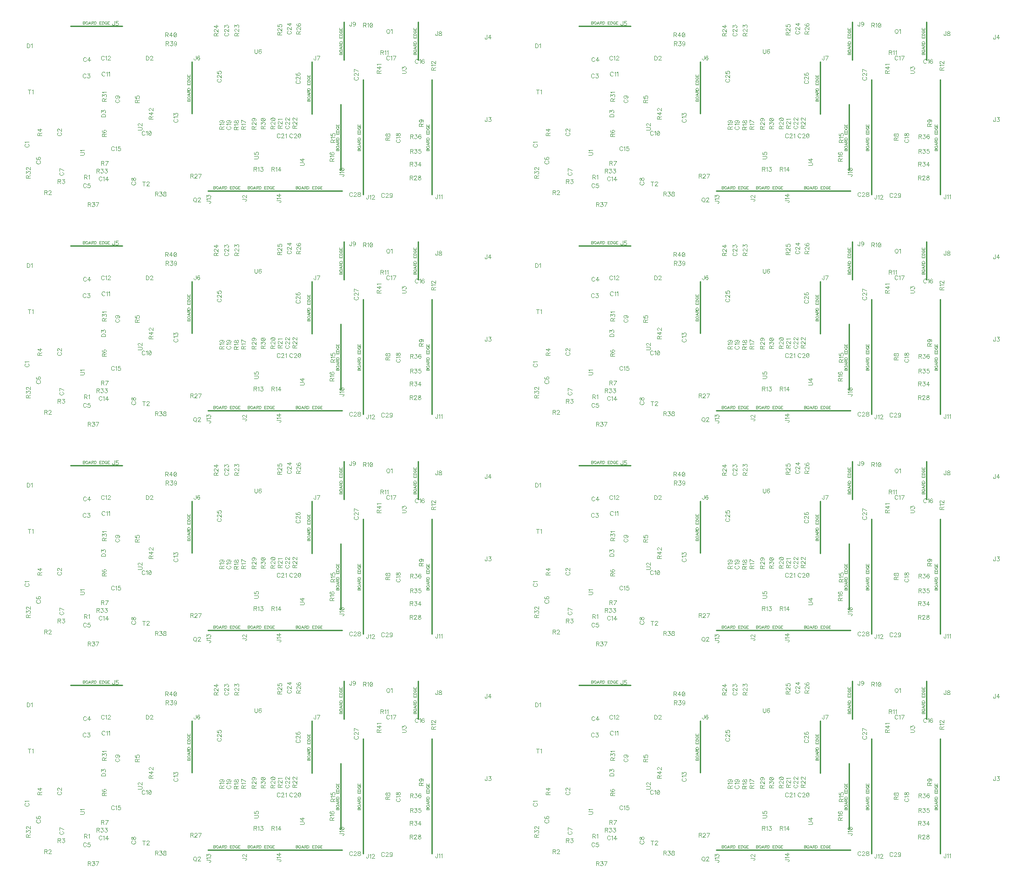
<source format=gbr>
G04 DipTrace 2.4.0.2*
%INTopAssy.gbr*%
%MOIN*%
%ADD10C,0.0098*%
%ADD12C,0.003*%
%ADD87C,0.0046*%
%FSLAX44Y44*%
G04*
G70*
G90*
G75*
G01*
%LNTopAssy*%
%LPD*%
X20546Y6539D2*
D10*
X23334D1*
X8046Y18539D2*
X11834D1*
X16890Y12146D2*
Y15934D1*
X25625Y12142D2*
Y15930D1*
X33342Y16046D2*
Y18834D1*
X27967Y16046D2*
Y18834D1*
X27720Y8047D2*
Y12834D1*
X34342Y6251D2*
Y14629D1*
X29342Y6251D2*
Y14629D1*
X18046Y6539D2*
X20834D1*
X23046D2*
X27834D1*
X4789Y9936D2*
D87*
X4761Y9922D1*
X4732Y9893D1*
X4718Y9865D1*
Y9807D1*
X4732Y9778D1*
X4761Y9750D1*
X4789Y9735D1*
X4832Y9721D1*
X4904D1*
X4947Y9735D1*
X4976Y9750D1*
X5004Y9778D1*
X5019Y9807D1*
Y9865D1*
X5004Y9893D1*
X4976Y9922D1*
X4947Y9936D1*
X4775Y10029D2*
X4761Y10058D1*
X4718Y10101D1*
X5019D1*
X7157Y10773D2*
X7128Y10758D1*
X7099Y10730D1*
X7085Y10701D1*
Y10644D1*
X7099Y10615D1*
X7128Y10586D1*
X7157Y10572D1*
X7200Y10557D1*
X7272D1*
X7314Y10572D1*
X7343Y10586D1*
X7372Y10615D1*
X7386Y10644D1*
Y10701D1*
X7372Y10730D1*
X7343Y10758D1*
X7314Y10773D1*
X7157Y10880D2*
X7143D1*
X7114Y10894D1*
X7100Y10908D1*
X7085Y10937D1*
Y10995D1*
X7100Y11023D1*
X7114Y11037D1*
X7143Y11052D1*
X7171D1*
X7200Y11037D1*
X7243Y11009D1*
X7386Y10865D1*
Y11066D1*
X9164Y14992D2*
X9150Y15021D1*
X9121Y15049D1*
X9092Y15064D1*
X9035D1*
X9006Y15049D1*
X8977Y15021D1*
X8963Y14992D1*
X8949Y14949D1*
Y14877D1*
X8963Y14834D1*
X8977Y14805D1*
X9006Y14777D1*
X9035Y14762D1*
X9092D1*
X9121Y14777D1*
X9150Y14805D1*
X9164Y14834D1*
X9285Y15063D2*
X9443D1*
X9357Y14949D1*
X9400D1*
X9429Y14934D1*
X9443Y14920D1*
X9457Y14877D1*
Y14848D1*
X9443Y14805D1*
X9414Y14776D1*
X9371Y14762D1*
X9328D1*
X9285Y14776D1*
X9271Y14791D1*
X9256Y14820D1*
X9196Y16179D2*
X9182Y16208D1*
X9153Y16237D1*
X9124Y16251D1*
X9067D1*
X9038Y16237D1*
X9010Y16208D1*
X8995Y16179D1*
X8981Y16136D1*
Y16064D1*
X8995Y16021D1*
X9010Y15993D1*
X9038Y15964D1*
X9067Y15949D1*
X9124D1*
X9153Y15964D1*
X9182Y15993D1*
X9196Y16021D1*
X9432Y15949D2*
Y16251D1*
X9289Y16050D1*
X9504D1*
X9192Y7005D2*
X9178Y7034D1*
X9149Y7063D1*
X9121Y7077D1*
X9063D1*
X9034Y7063D1*
X9006Y7034D1*
X8991Y7005D1*
X8977Y6962D1*
Y6890D1*
X8991Y6847D1*
X9006Y6818D1*
X9034Y6790D1*
X9063Y6775D1*
X9121D1*
X9149Y6790D1*
X9178Y6818D1*
X9192Y6847D1*
X9457Y7076D2*
X9314D1*
X9300Y6947D1*
X9314Y6962D1*
X9357Y6976D1*
X9400D1*
X9443Y6962D1*
X9472Y6933D1*
X9486Y6890D1*
Y6862D1*
X9472Y6818D1*
X9443Y6790D1*
X9400Y6775D1*
X9357D1*
X9314Y6790D1*
X9300Y6804D1*
X9285Y6833D1*
X5626Y8725D2*
X5598Y8711D1*
X5569Y8682D1*
X5555Y8654D1*
Y8596D1*
X5569Y8567D1*
X5598Y8539D1*
X5626Y8524D1*
X5670Y8510D1*
X5742D1*
X5784Y8524D1*
X5813Y8539D1*
X5842Y8567D1*
X5856Y8596D1*
Y8653D1*
X5842Y8682D1*
X5813Y8711D1*
X5784Y8725D1*
X5598Y8990D2*
X5569Y8976D1*
X5555Y8933D1*
Y8904D1*
X5569Y8861D1*
X5613Y8832D1*
X5684Y8818D1*
X5756D1*
X5813Y8832D1*
X5842Y8861D1*
X5856Y8904D1*
Y8918D1*
X5842Y8961D1*
X5813Y8990D1*
X5770Y9004D1*
X5756D1*
X5713Y8990D1*
X5684Y8961D1*
X5670Y8918D1*
Y8904D1*
X5684Y8861D1*
X5713Y8832D1*
X5756Y8818D1*
X7311Y7881D2*
X7282Y7866D1*
X7253Y7838D1*
X7239Y7809D1*
Y7752D1*
X7253Y7723D1*
X7282Y7694D1*
X7311Y7680D1*
X7354Y7665D1*
X7426D1*
X7468Y7680D1*
X7497Y7694D1*
X7526Y7723D1*
X7540Y7752D1*
Y7809D1*
X7526Y7838D1*
X7497Y7866D1*
X7468Y7881D1*
X7540Y8031D2*
X7239Y8174D1*
Y7973D1*
X12551Y7192D2*
X12522Y7178D1*
X12493Y7149D1*
X12479Y7120D1*
Y7063D1*
X12493Y7034D1*
X12522Y7006D1*
X12551Y6991D1*
X12594Y6977D1*
X12666D1*
X12709Y6991D1*
X12737Y7006D1*
X12766Y7034D1*
X12781Y7063D1*
Y7120D1*
X12766Y7149D1*
X12737Y7178D1*
X12709Y7192D1*
X12479Y7356D2*
X12494Y7314D1*
X12522Y7299D1*
X12551D1*
X12580Y7314D1*
X12594Y7342D1*
X12608Y7399D1*
X12623Y7443D1*
X12652Y7471D1*
X12680Y7485D1*
X12723D1*
X12752Y7471D1*
X12766Y7457D1*
X12781Y7414D1*
Y7356D1*
X12766Y7314D1*
X12752Y7299D1*
X12723Y7285D1*
X12680D1*
X12652Y7299D1*
X12623Y7328D1*
X12608Y7371D1*
X12594Y7428D1*
X12580Y7457D1*
X12551Y7471D1*
X12522D1*
X12494Y7457D1*
X12479Y7414D1*
Y7356D1*
X11376Y13180D2*
X11347Y13166D1*
X11318Y13137D1*
X11304Y13109D1*
Y13051D1*
X11318Y13022D1*
X11347Y12994D1*
X11376Y12979D1*
X11419Y12965D1*
X11491D1*
X11533Y12979D1*
X11562Y12994D1*
X11591Y13022D1*
X11605Y13051D1*
Y13109D1*
X11591Y13137D1*
X11562Y13166D1*
X11533Y13180D1*
X11404Y13460D2*
X11448Y13445D1*
X11476Y13416D1*
X11491Y13373D1*
Y13359D1*
X11476Y13316D1*
X11448Y13287D1*
X11404Y13273D1*
X11390D1*
X11347Y13287D1*
X11319Y13316D1*
X11304Y13359D1*
Y13373D1*
X11319Y13416D1*
X11347Y13445D1*
X11404Y13460D1*
X11476D1*
X11548Y13445D1*
X11591Y13416D1*
X11605Y13373D1*
Y13345D1*
X11591Y13302D1*
X11562Y13287D1*
X13457Y10812D2*
X13442Y10840D1*
X13413Y10869D1*
X13385Y10883D1*
X13328D1*
X13299Y10869D1*
X13270Y10840D1*
X13256Y10812D1*
X13241Y10769D1*
Y10697D1*
X13256Y10654D1*
X13270Y10625D1*
X13299Y10597D1*
X13328Y10582D1*
X13385D1*
X13413Y10597D1*
X13442Y10625D1*
X13457Y10654D1*
X13549Y10826D2*
X13578Y10840D1*
X13621Y10883D1*
Y10582D1*
X13800Y10883D2*
X13757Y10869D1*
X13728Y10826D1*
X13714Y10754D1*
Y10711D1*
X13728Y10639D1*
X13757Y10596D1*
X13800Y10582D1*
X13829D1*
X13872Y10596D1*
X13900Y10639D1*
X13915Y10711D1*
Y10754D1*
X13900Y10826D1*
X13872Y10869D1*
X13829Y10883D1*
X13800D1*
X13900Y10826D2*
X13728Y10639D1*
X10548Y15126D2*
X10534Y15154D1*
X10505Y15183D1*
X10477Y15197D1*
X10419D1*
X10390Y15183D1*
X10362Y15154D1*
X10347Y15126D1*
X10333Y15083D1*
Y15011D1*
X10347Y14968D1*
X10362Y14939D1*
X10390Y14911D1*
X10419Y14896D1*
X10477D1*
X10505Y14911D1*
X10534Y14939D1*
X10548Y14968D1*
X10641Y15140D2*
X10670Y15154D1*
X10713Y15197D1*
Y14896D1*
X10805Y15140D2*
X10834Y15154D1*
X10877Y15197D1*
Y14896D1*
X10499Y16286D2*
X10485Y16315D1*
X10456Y16344D1*
X10428Y16358D1*
X10370D1*
X10342Y16344D1*
X10313Y16315D1*
X10298Y16286D1*
X10284Y16243D1*
Y16171D1*
X10298Y16129D1*
X10313Y16100D1*
X10342Y16071D1*
X10370Y16057D1*
X10428D1*
X10456Y16071D1*
X10485Y16100D1*
X10499Y16129D1*
X10592Y16300D2*
X10621Y16315D1*
X10664Y16358D1*
Y16057D1*
X10771Y16286D2*
Y16300D1*
X10786Y16329D1*
X10800Y16343D1*
X10829Y16358D1*
X10886D1*
X10915Y16343D1*
X10929Y16329D1*
X10943Y16300D1*
Y16272D1*
X10929Y16243D1*
X10900Y16200D1*
X10757Y16057D1*
X10958D1*
X15622Y11752D2*
X15594Y11737D1*
X15565Y11709D1*
X15551Y11680D1*
Y11623D1*
X15565Y11594D1*
X15594Y11565D1*
X15622Y11551D1*
X15666Y11536D1*
X15738D1*
X15780Y11551D1*
X15809Y11565D1*
X15838Y11594D1*
X15852Y11623D1*
Y11680D1*
X15838Y11709D1*
X15809Y11737D1*
X15780Y11752D1*
X15609Y11844D2*
X15594Y11873D1*
X15551Y11916D1*
X15852D1*
X15551Y12038D2*
Y12195D1*
X15666Y12109D1*
Y12152D1*
X15680Y12181D1*
X15694Y12195D1*
X15738Y12210D1*
X15766D1*
X15809Y12195D1*
X15838Y12167D1*
X15852Y12124D1*
Y12080D1*
X15838Y12038D1*
X15823Y12023D1*
X15795Y12009D1*
X10334Y7505D2*
X10319Y7533D1*
X10290Y7562D1*
X10262Y7576D1*
X10205D1*
X10176Y7562D1*
X10147Y7533D1*
X10133Y7505D1*
X10118Y7462D1*
Y7390D1*
X10133Y7347D1*
X10147Y7318D1*
X10176Y7289D1*
X10205Y7275D1*
X10262D1*
X10290Y7289D1*
X10319Y7318D1*
X10334Y7347D1*
X10426Y7519D2*
X10455Y7533D1*
X10498Y7576D1*
Y7275D1*
X10734D2*
Y7576D1*
X10591Y7375D1*
X10806D1*
X11235Y9693D2*
X11221Y9721D1*
X11192Y9750D1*
X11164Y9764D1*
X11106D1*
X11078Y9750D1*
X11049Y9721D1*
X11034Y9693D1*
X11020Y9650D1*
Y9578D1*
X11034Y9535D1*
X11049Y9506D1*
X11078Y9478D1*
X11106Y9463D1*
X11164D1*
X11192Y9478D1*
X11221Y9506D1*
X11235Y9535D1*
X11328Y9707D2*
X11357Y9721D1*
X11400Y9764D1*
Y9463D1*
X11665Y9764D2*
X11521D1*
X11507Y9635D1*
X11521Y9649D1*
X11565Y9664D1*
X11607D1*
X11650Y9649D1*
X11679Y9621D1*
X11694Y9578D1*
Y9549D1*
X11679Y9506D1*
X11650Y9477D1*
X11607Y9463D1*
X11565D1*
X11521Y9477D1*
X11507Y9492D1*
X11493Y9520D1*
X33342Y16041D2*
X33328Y16069D1*
X33299Y16098D1*
X33271Y16112D1*
X33213D1*
X33184Y16098D1*
X33156Y16069D1*
X33141Y16041D1*
X33127Y15998D1*
Y15926D1*
X33141Y15883D1*
X33156Y15854D1*
X33184Y15825D1*
X33213Y15811D1*
X33271D1*
X33299Y15825D1*
X33328Y15854D1*
X33342Y15883D1*
X33435Y16055D2*
X33464Y16069D1*
X33507Y16112D1*
Y15811D1*
X33772Y16069D2*
X33757Y16098D1*
X33714Y16112D1*
X33686D1*
X33643Y16098D1*
X33614Y16055D1*
X33600Y15983D1*
Y15911D1*
X33614Y15854D1*
X33643Y15825D1*
X33686Y15811D1*
X33700D1*
X33743Y15825D1*
X33772Y15854D1*
X33786Y15897D1*
Y15911D1*
X33772Y15954D1*
X33743Y15983D1*
X33700Y15997D1*
X33686D1*
X33643Y15983D1*
X33614Y15954D1*
X33600Y15911D1*
X31256Y16298D2*
X31242Y16326D1*
X31213Y16355D1*
X31185Y16370D1*
X31127D1*
X31098Y16355D1*
X31070Y16326D1*
X31055Y16298D1*
X31041Y16255D1*
Y16183D1*
X31055Y16140D1*
X31070Y16111D1*
X31098Y16083D1*
X31127Y16068D1*
X31185D1*
X31213Y16083D1*
X31242Y16111D1*
X31256Y16140D1*
X31349Y16312D2*
X31378Y16326D1*
X31421Y16369D1*
Y16068D1*
X31571D2*
X31714Y16369D1*
X31514D1*
X31813Y10278D2*
X31785Y10264D1*
X31756Y10235D1*
X31741Y10207D1*
Y10149D1*
X31756Y10121D1*
X31785Y10092D1*
X31813Y10077D1*
X31856Y10063D1*
X31928D1*
X31971Y10077D1*
X32000Y10092D1*
X32028Y10121D1*
X32043Y10149D1*
Y10207D1*
X32028Y10235D1*
X32000Y10264D1*
X31971Y10278D1*
X31799Y10371D2*
X31785Y10400D1*
X31742Y10443D1*
X32043D1*
X31742Y10607D2*
X31756Y10564D1*
X31785Y10550D1*
X31813D1*
X31842Y10564D1*
X31857Y10593D1*
X31871Y10650D1*
X31885Y10693D1*
X31914Y10722D1*
X31942Y10736D1*
X31986D1*
X32014Y10722D1*
X32029Y10708D1*
X32043Y10665D1*
Y10607D1*
X32029Y10564D1*
X32014Y10550D1*
X31986Y10536D1*
X31942D1*
X31914Y10550D1*
X31885Y10579D1*
X31871Y10621D1*
X31857Y10679D1*
X31842Y10708D1*
X31813Y10722D1*
X31785D1*
X31756Y10708D1*
X31742Y10665D1*
Y10607D1*
X19474Y11224D2*
X19445Y11210D1*
X19416Y11181D1*
X19402Y11152D1*
Y11095D1*
X19416Y11066D1*
X19445Y11037D1*
X19474Y11023D1*
X19517Y11009D1*
X19589D1*
X19632Y11023D1*
X19661Y11037D1*
X19689Y11066D1*
X19704Y11095D1*
Y11152D1*
X19689Y11181D1*
X19661Y11210D1*
X19632Y11224D1*
X19460Y11316D2*
X19445Y11345D1*
X19403Y11388D1*
X19704D1*
X19503Y11668D2*
X19546Y11653D1*
X19575Y11625D1*
X19589Y11582D1*
Y11567D1*
X19575Y11524D1*
X19546Y11496D1*
X19503Y11481D1*
X19488D1*
X19445Y11496D1*
X19417Y11524D1*
X19403Y11567D1*
Y11582D1*
X19417Y11625D1*
X19445Y11653D1*
X19503Y11668D1*
X19575D1*
X19646Y11653D1*
X19689Y11625D1*
X19704Y11582D1*
Y11553D1*
X19689Y11510D1*
X19661Y11496D1*
X24212Y10629D2*
X24198Y10658D1*
X24169Y10687D1*
X24141Y10701D1*
X24083D1*
X24055Y10687D1*
X24026Y10658D1*
X24011Y10629D1*
X23997Y10586D1*
Y10514D1*
X24011Y10471D1*
X24026Y10442D1*
X24055Y10414D1*
X24083Y10399D1*
X24141D1*
X24169Y10414D1*
X24198Y10442D1*
X24212Y10471D1*
X24320Y10629D2*
Y10643D1*
X24334Y10672D1*
X24348Y10686D1*
X24377Y10700D1*
X24434D1*
X24463Y10686D1*
X24477Y10672D1*
X24492Y10643D1*
Y10615D1*
X24477Y10586D1*
X24449Y10543D1*
X24305Y10399D1*
X24506D1*
X24685Y10700D2*
X24642Y10686D1*
X24613Y10643D1*
X24599Y10571D1*
Y10528D1*
X24613Y10457D1*
X24642Y10414D1*
X24685Y10399D1*
X24713D1*
X24756Y10414D1*
X24785Y10457D1*
X24800Y10528D1*
Y10571D1*
X24785Y10643D1*
X24756Y10686D1*
X24713Y10700D1*
X24685D1*
X24785Y10643D2*
X24613Y10457D1*
X23289Y10630D2*
X23275Y10658D1*
X23246Y10687D1*
X23218Y10701D1*
X23160D1*
X23131Y10687D1*
X23103Y10658D1*
X23088Y10630D1*
X23074Y10587D1*
Y10515D1*
X23088Y10472D1*
X23103Y10443D1*
X23131Y10414D1*
X23160Y10400D1*
X23218D1*
X23246Y10414D1*
X23275Y10443D1*
X23289Y10472D1*
X23396Y10629D2*
Y10644D1*
X23411Y10672D1*
X23425Y10687D1*
X23454Y10701D1*
X23511D1*
X23540Y10687D1*
X23554Y10672D1*
X23569Y10644D1*
Y10615D1*
X23554Y10586D1*
X23525Y10543D1*
X23382Y10400D1*
X23583D1*
X23675Y10644D2*
X23704Y10658D1*
X23747Y10701D1*
Y10400D1*
X23745Y11277D2*
X23716Y11263D1*
X23687Y11234D1*
X23673Y11206D1*
Y11148D1*
X23687Y11119D1*
X23716Y11091D1*
X23745Y11076D1*
X23788Y11062D1*
X23860D1*
X23902Y11076D1*
X23931Y11091D1*
X23960Y11119D1*
X23974Y11148D1*
Y11206D1*
X23960Y11234D1*
X23931Y11263D1*
X23902Y11277D1*
X23745Y11384D2*
X23731D1*
X23702Y11399D1*
X23687Y11413D1*
X23673Y11442D1*
Y11499D1*
X23687Y11528D1*
X23702Y11542D1*
X23731Y11557D1*
X23759D1*
X23788Y11542D1*
X23831Y11513D1*
X23974Y11370D1*
Y11571D1*
X23745Y11678D2*
X23731D1*
X23702Y11692D1*
X23687Y11707D1*
X23673Y11735D1*
Y11793D1*
X23687Y11821D1*
X23702Y11836D1*
X23731Y11850D1*
X23759D1*
X23788Y11836D1*
X23831Y11807D1*
X23974Y11663D1*
Y11864D1*
X19315Y18028D2*
X19287Y18014D1*
X19258Y17985D1*
X19244Y17956D1*
Y17899D1*
X19258Y17870D1*
X19287Y17841D1*
X19315Y17827D1*
X19358Y17813D1*
X19430D1*
X19473Y17827D1*
X19502Y17841D1*
X19531Y17870D1*
X19545Y17899D1*
Y17956D1*
X19531Y17985D1*
X19502Y18014D1*
X19473Y18028D1*
X19316Y18135D2*
X19301D1*
X19273Y18149D1*
X19258Y18164D1*
X19244Y18192D1*
Y18250D1*
X19258Y18278D1*
X19273Y18293D1*
X19301Y18307D1*
X19330D1*
X19359Y18293D1*
X19402Y18264D1*
X19545Y18120D1*
Y18321D1*
X19244Y18443D2*
Y18600D1*
X19359Y18514D1*
Y18558D1*
X19373Y18586D1*
X19387Y18600D1*
X19430Y18615D1*
X19459D1*
X19502Y18600D1*
X19531Y18572D1*
X19545Y18529D1*
Y18486D1*
X19531Y18443D1*
X19516Y18429D1*
X19488Y18414D1*
X23878Y18164D2*
X23850Y18150D1*
X23821Y18121D1*
X23807Y18092D1*
Y18035D1*
X23821Y18006D1*
X23850Y17978D1*
X23878Y17963D1*
X23921Y17949D1*
X23993D1*
X24036Y17963D1*
X24065Y17978D1*
X24093Y18006D1*
X24108Y18035D1*
Y18092D1*
X24093Y18121D1*
X24065Y18150D1*
X24036Y18164D1*
X23879Y18271D2*
X23864D1*
X23835Y18285D1*
X23821Y18300D1*
X23807Y18329D1*
Y18386D1*
X23821Y18414D1*
X23835Y18429D1*
X23864Y18443D1*
X23893D1*
X23922Y18429D1*
X23964Y18400D1*
X24108Y18257D1*
Y18458D1*
Y18694D2*
X23807D1*
X24008Y18550D1*
Y18765D1*
X18784Y14675D2*
X18756Y14661D1*
X18727Y14632D1*
X18713Y14604D1*
Y14546D1*
X18727Y14518D1*
X18756Y14489D1*
X18784Y14474D1*
X18827Y14460D1*
X18899D1*
X18942Y14474D1*
X18971Y14489D1*
X18999Y14518D1*
X19014Y14546D1*
Y14604D1*
X18999Y14632D1*
X18971Y14661D1*
X18942Y14675D1*
X18785Y14783D2*
X18770D1*
X18741Y14797D1*
X18727Y14811D1*
X18713Y14840D1*
Y14897D1*
X18727Y14926D1*
X18741Y14940D1*
X18770Y14955D1*
X18799D1*
X18828Y14940D1*
X18870Y14912D1*
X19014Y14768D1*
Y14969D1*
X18713Y15234D2*
Y15091D1*
X18842Y15076D1*
X18828Y15091D1*
X18813Y15134D1*
Y15176D1*
X18828Y15220D1*
X18856Y15248D1*
X18899Y15263D1*
X18928D1*
X18971Y15248D1*
X19000Y15220D1*
X19014Y15176D1*
Y15134D1*
X19000Y15091D1*
X18985Y15076D1*
X18957Y15062D1*
X24523Y14565D2*
X24494Y14550D1*
X24465Y14521D1*
X24451Y14493D1*
Y14436D1*
X24465Y14407D1*
X24494Y14378D1*
X24523Y14364D1*
X24566Y14349D1*
X24638D1*
X24680Y14364D1*
X24709Y14378D1*
X24738Y14407D1*
X24752Y14436D1*
Y14493D1*
X24738Y14521D1*
X24709Y14550D1*
X24680Y14565D1*
X24523Y14672D2*
X24509D1*
X24480Y14686D1*
X24465Y14700D1*
X24451Y14729D1*
Y14787D1*
X24465Y14815D1*
X24480Y14829D1*
X24509Y14844D1*
X24537D1*
X24566Y14829D1*
X24609Y14801D1*
X24752Y14657D1*
Y14858D1*
X24494Y15123D2*
X24465Y15109D1*
X24451Y15066D1*
Y15037D1*
X24465Y14994D1*
X24509Y14965D1*
X24580Y14951D1*
X24652D1*
X24709Y14965D1*
X24738Y14994D1*
X24752Y15037D1*
Y15051D1*
X24738Y15094D1*
X24709Y15123D1*
X24666Y15137D1*
X24652D1*
X24609Y15123D1*
X24580Y15094D1*
X24566Y15051D1*
Y15037D1*
X24580Y14994D1*
X24609Y14965D1*
X24652Y14951D1*
X28759Y14823D2*
X28731Y14808D1*
X28702Y14780D1*
X28687Y14751D1*
Y14694D1*
X28702Y14665D1*
X28731Y14636D1*
X28759Y14622D1*
X28802Y14607D1*
X28874D1*
X28917Y14622D1*
X28946Y14636D1*
X28974Y14665D1*
X28989Y14694D1*
Y14751D1*
X28974Y14780D1*
X28946Y14808D1*
X28917Y14823D1*
X28759Y14930D2*
X28745D1*
X28716Y14944D1*
X28702Y14958D1*
X28688Y14987D1*
Y15045D1*
X28702Y15073D1*
X28716Y15087D1*
X28745Y15102D1*
X28774D1*
X28803Y15087D1*
X28845Y15059D1*
X28989Y14915D1*
Y15116D1*
Y15266D2*
X28688Y15410D1*
Y15209D1*
X28567Y6350D2*
X28553Y6378D1*
X28524Y6407D1*
X28495Y6422D1*
X28438D1*
X28409Y6407D1*
X28380Y6378D1*
X28366Y6350D1*
X28352Y6307D1*
Y6235D1*
X28366Y6192D1*
X28380Y6163D1*
X28409Y6135D1*
X28438Y6120D1*
X28495D1*
X28524Y6135D1*
X28553Y6163D1*
X28567Y6192D1*
X28674Y6350D2*
Y6364D1*
X28688Y6393D1*
X28703Y6407D1*
X28731Y6421D1*
X28789D1*
X28817Y6407D1*
X28832Y6393D1*
X28846Y6364D1*
Y6335D1*
X28832Y6307D1*
X28803Y6264D1*
X28659Y6120D1*
X28860D1*
X29025Y6421D2*
X28982Y6407D1*
X28967Y6378D1*
Y6350D1*
X28982Y6321D1*
X29010Y6307D1*
X29068Y6292D1*
X29111Y6278D1*
X29139Y6249D1*
X29154Y6221D1*
Y6178D1*
X29139Y6149D1*
X29125Y6134D1*
X29082Y6120D1*
X29025D1*
X28982Y6134D1*
X28967Y6149D1*
X28953Y6178D1*
Y6221D1*
X28967Y6249D1*
X28996Y6278D1*
X29039Y6292D1*
X29096Y6307D1*
X29125Y6321D1*
X29139Y6350D1*
Y6378D1*
X29125Y6407D1*
X29082Y6421D1*
X29025D1*
X30886Y6287D2*
X30872Y6316D1*
X30843Y6345D1*
X30815Y6359D1*
X30757D1*
X30728Y6345D1*
X30700Y6316D1*
X30685Y6287D1*
X30671Y6244D1*
Y6172D1*
X30685Y6130D1*
X30700Y6101D1*
X30728Y6072D1*
X30757Y6058D1*
X30815D1*
X30843Y6072D1*
X30872Y6101D1*
X30886Y6130D1*
X30994Y6287D2*
Y6301D1*
X31008Y6330D1*
X31022Y6344D1*
X31051Y6359D1*
X31108D1*
X31137Y6344D1*
X31151Y6330D1*
X31166Y6301D1*
Y6273D1*
X31151Y6244D1*
X31123Y6201D1*
X30979Y6058D1*
X31180D1*
X31459Y6259D2*
X31445Y6215D1*
X31416Y6187D1*
X31373Y6172D1*
X31359D1*
X31316Y6187D1*
X31287Y6215D1*
X31273Y6259D1*
Y6273D1*
X31287Y6316D1*
X31316Y6344D1*
X31359Y6359D1*
X31373D1*
X31416Y6344D1*
X31445Y6316D1*
X31459Y6259D1*
Y6187D1*
X31445Y6115D1*
X31416Y6072D1*
X31373Y6058D1*
X31344D1*
X31301Y6072D1*
X31287Y6101D1*
X4873Y17248D2*
Y16946D1*
X4973D1*
X5016Y16961D1*
X5045Y16990D1*
X5059Y17018D1*
X5074Y17061D1*
Y17133D1*
X5059Y17176D1*
X5045Y17205D1*
X5016Y17234D1*
X4973Y17248D1*
X4873D1*
X5166Y17190D2*
X5195Y17205D1*
X5238Y17248D1*
Y16946D1*
X13543Y16350D2*
Y16049D1*
X13644D1*
X13687Y16063D1*
X13716Y16092D1*
X13730Y16120D1*
X13744Y16163D1*
Y16235D1*
X13730Y16278D1*
X13716Y16307D1*
X13687Y16336D1*
X13644Y16350D1*
X13543D1*
X13851Y16278D2*
Y16292D1*
X13866Y16321D1*
X13880Y16335D1*
X13909Y16350D1*
X13966D1*
X13995Y16335D1*
X14009Y16321D1*
X14024Y16292D1*
Y16264D1*
X14009Y16235D1*
X13980Y16192D1*
X13837Y16049D1*
X14038D1*
X10300Y11921D2*
X10601D1*
Y12022D1*
X10587Y12065D1*
X10558Y12094D1*
X10530Y12108D1*
X10487Y12122D1*
X10415D1*
X10372Y12108D1*
X10343Y12094D1*
X10314Y12065D1*
X10300Y12022D1*
Y11921D1*
Y12244D2*
Y12401D1*
X10415Y12315D1*
Y12358D1*
X10429Y12387D1*
X10444Y12401D1*
X10487Y12416D1*
X10515D1*
X10558Y12401D1*
X10587Y12373D1*
X10601Y12330D1*
Y12286D1*
X10587Y12244D1*
X10573Y12229D1*
X10544Y12215D1*
X20563Y5928D2*
X20793D1*
X20836Y5913D1*
X20850Y5899D1*
X20865Y5870D1*
Y5841D1*
X20850Y5813D1*
X20836Y5799D1*
X20793Y5784D1*
X20764D1*
X20635Y6035D2*
X20621D1*
X20592Y6049D1*
X20578Y6063D1*
X20564Y6092D1*
Y6150D1*
X20578Y6178D1*
X20592Y6192D1*
X20621Y6207D1*
X20650D1*
X20678Y6192D1*
X20721Y6164D1*
X20865Y6020D1*
Y6221D1*
X38365Y11879D2*
Y11650D1*
X38351Y11607D1*
X38336Y11593D1*
X38308Y11578D1*
X38279D1*
X38250Y11593D1*
X38236Y11607D1*
X38222Y11650D1*
Y11679D1*
X38487Y11879D2*
X38644D1*
X38558Y11764D1*
X38601D1*
X38630Y11750D1*
X38644Y11736D1*
X38659Y11693D1*
Y11664D1*
X38644Y11621D1*
X38616Y11592D1*
X38573Y11578D1*
X38529D1*
X38487Y11592D1*
X38472Y11607D1*
X38458Y11635D1*
X38358Y17879D2*
Y17650D1*
X38344Y17607D1*
X38329Y17593D1*
X38301Y17578D1*
X38272D1*
X38243Y17593D1*
X38229Y17607D1*
X38214Y17650D1*
Y17679D1*
X38594Y17578D2*
Y17879D1*
X38451Y17679D1*
X38666D1*
X11240Y18879D2*
Y18650D1*
X11226Y18607D1*
X11211Y18593D1*
X11183Y18578D1*
X11154D1*
X11125Y18593D1*
X11111Y18607D1*
X11097Y18650D1*
Y18679D1*
X11505Y18879D2*
X11362D1*
X11347Y18750D1*
X11362Y18764D1*
X11405Y18779D1*
X11448D1*
X11491Y18764D1*
X11519Y18736D1*
X11534Y18693D1*
Y18664D1*
X11519Y18621D1*
X11491Y18592D1*
X11448Y18578D1*
X11405D1*
X11362Y18592D1*
X11347Y18607D1*
X11333Y18635D1*
X17171Y16373D2*
Y16144D1*
X17157Y16100D1*
X17142Y16086D1*
X17114Y16072D1*
X17085D1*
X17056Y16086D1*
X17042Y16100D1*
X17028Y16144D1*
Y16172D1*
X17436Y16330D2*
X17422Y16358D1*
X17379Y16373D1*
X17350D1*
X17307Y16358D1*
X17278Y16315D1*
X17264Y16244D1*
Y16172D1*
X17278Y16115D1*
X17307Y16086D1*
X17350Y16072D1*
X17364D1*
X17407Y16086D1*
X17436Y16115D1*
X17450Y16158D1*
Y16172D1*
X17436Y16215D1*
X17407Y16244D1*
X17364Y16258D1*
X17350D1*
X17307Y16244D1*
X17278Y16215D1*
X17264Y16172D1*
X25899Y16369D2*
Y16140D1*
X25885Y16097D1*
X25870Y16082D1*
X25842Y16068D1*
X25813D1*
X25784Y16082D1*
X25770Y16097D1*
X25755Y16140D1*
Y16168D1*
X26049Y16068D2*
X26192Y16369D1*
X25992D1*
X34760Y18147D2*
Y17917D1*
X34745Y17874D1*
X34731Y17860D1*
X34702Y17845D1*
X34673D1*
X34645Y17860D1*
X34631Y17874D1*
X34616Y17917D1*
Y17946D1*
X34924Y18146D2*
X34881Y18132D1*
X34866Y18104D1*
Y18075D1*
X34881Y18046D1*
X34910Y18032D1*
X34967Y18017D1*
X35010Y18003D1*
X35039Y17974D1*
X35053Y17946D1*
Y17903D1*
X35039Y17874D1*
X35024Y17859D1*
X34981Y17845D1*
X34924D1*
X34881Y17859D1*
X34866Y17874D1*
X34852Y17903D1*
Y17946D1*
X34866Y17974D1*
X34895Y18003D1*
X34938Y18017D1*
X34995Y18032D1*
X35024Y18046D1*
X35039Y18075D1*
Y18104D1*
X35024Y18132D1*
X34981Y18146D1*
X34924D1*
X28497Y18836D2*
Y18606D1*
X28483Y18563D1*
X28468Y18549D1*
X28440Y18534D1*
X28411D1*
X28383Y18549D1*
X28368Y18563D1*
X28354Y18606D1*
Y18635D1*
X28777Y18735D2*
X28762Y18692D1*
X28734Y18663D1*
X28690Y18649D1*
X28676D1*
X28633Y18663D1*
X28605Y18692D1*
X28590Y18735D1*
Y18749D1*
X28605Y18793D1*
X28633Y18821D1*
X28676Y18835D1*
X28690D1*
X28734Y18821D1*
X28762Y18793D1*
X28777Y18735D1*
Y18663D1*
X28762Y18592D1*
X28734Y18548D1*
X28690Y18534D1*
X28662D1*
X28619Y18548D1*
X28605Y18577D1*
X27636Y7741D2*
X27865D1*
X27908Y7727D1*
X27923Y7712D1*
X27937Y7684D1*
Y7655D1*
X27923Y7626D1*
X27908Y7612D1*
X27865Y7598D1*
X27837D1*
X27693Y7834D2*
X27679Y7863D1*
X27636Y7906D1*
X27937D1*
X27636Y8085D2*
X27650Y8042D1*
X27693Y8013D1*
X27765Y7998D1*
X27808D1*
X27880Y8013D1*
X27923Y8042D1*
X27937Y8085D1*
Y8113D1*
X27923Y8156D1*
X27880Y8185D1*
X27808Y8199D1*
X27765D1*
X27693Y8185D1*
X27650Y8156D1*
X27636Y8113D1*
Y8085D1*
X27693Y8185D2*
X27880Y8013D1*
X34760Y6256D2*
Y6026D1*
X34746Y5983D1*
X34731Y5969D1*
X34703Y5955D1*
X34674D1*
X34646Y5969D1*
X34631Y5983D1*
X34617Y6026D1*
Y6055D1*
X34853Y6198D2*
X34882Y6213D1*
X34925Y6256D1*
Y5955D1*
X35017Y6198D2*
X35046Y6213D1*
X35089Y6256D1*
Y5955D1*
X29717Y6235D2*
Y6006D1*
X29703Y5962D1*
X29688Y5948D1*
X29660Y5934D1*
X29631D1*
X29602Y5948D1*
X29588Y5962D1*
X29573Y6006D1*
Y6034D1*
X29810Y6177D2*
X29838Y6192D1*
X29882Y6235D1*
Y5934D1*
X29989Y6163D2*
Y6177D1*
X30003Y6206D1*
X30017Y6220D1*
X30046Y6235D1*
X30103D1*
X30132Y6220D1*
X30146Y6206D1*
X30161Y6177D1*
Y6149D1*
X30146Y6120D1*
X30118Y6077D1*
X29974Y5934D1*
X30175D1*
X17938Y5783D2*
X18168D1*
X18211Y5769D1*
X18225Y5754D1*
X18240Y5725D1*
Y5697D1*
X18225Y5668D1*
X18211Y5654D1*
X18168Y5639D1*
X18139D1*
X17996Y5875D2*
X17981Y5904D1*
X17939Y5947D1*
X18240D1*
X17939Y6069D2*
Y6226D1*
X18053Y6141D1*
Y6184D1*
X18068Y6212D1*
X18082Y6226D1*
X18125Y6241D1*
X18154D1*
X18197Y6226D1*
X18225Y6198D1*
X18240Y6155D1*
Y6112D1*
X18225Y6069D1*
X18211Y6055D1*
X18182Y6040D1*
X23063Y5838D2*
X23293D1*
X23336Y5824D1*
X23350Y5809D1*
X23365Y5781D1*
Y5752D1*
X23350Y5723D1*
X23336Y5709D1*
X23293Y5695D1*
X23264D1*
X23121Y5931D2*
X23106Y5960D1*
X23064Y6003D1*
X23365D1*
Y6239D2*
X23064D1*
X23264Y6095D1*
Y6311D1*
X31133Y18310D2*
X31104Y18296D1*
X31076Y18267D1*
X31061Y18238D1*
X31047Y18195D1*
Y18123D1*
X31061Y18080D1*
X31076Y18052D1*
X31104Y18023D1*
X31133Y18009D1*
X31190D1*
X31219Y18023D1*
X31248Y18052D1*
X31262Y18080D1*
X31277Y18123D1*
Y18195D1*
X31262Y18238D1*
X31248Y18267D1*
X31219Y18296D1*
X31190Y18310D1*
X31133D1*
X31176Y18066D2*
X31262Y17980D1*
X31369Y18252D2*
X31398Y18267D1*
X31441Y18309D1*
Y18008D1*
X17077Y6039D2*
X17049Y6025D1*
X17020Y5997D1*
X17006Y5968D1*
X16991Y5925D1*
Y5853D1*
X17006Y5810D1*
X17020Y5781D1*
X17049Y5753D1*
X17077Y5738D1*
X17135D1*
X17163Y5753D1*
X17192Y5781D1*
X17206Y5810D1*
X17221Y5853D1*
Y5925D1*
X17206Y5968D1*
X17192Y5997D1*
X17163Y6025D1*
X17135Y6039D1*
X17077D1*
X17120Y5796D2*
X17206Y5709D1*
X17328Y5967D2*
Y5982D1*
X17342Y6011D1*
X17357Y6025D1*
X17385Y6039D1*
X17443D1*
X17471Y6025D1*
X17486Y6011D1*
X17500Y5982D1*
Y5953D1*
X17486Y5924D1*
X17457Y5882D1*
X17313Y5738D1*
X17514D1*
X9045Y7539D2*
X9174D1*
X9217Y7553D1*
X9232Y7567D1*
X9246Y7596D1*
Y7625D1*
X9232Y7653D1*
X9217Y7668D1*
X9174Y7682D1*
X9045D1*
Y7381D1*
X9146Y7539D2*
X9246Y7381D1*
X9339Y7624D2*
X9368Y7639D1*
X9411Y7682D1*
Y7381D1*
X6145Y6417D2*
X6274D1*
X6318Y6431D1*
X6332Y6446D1*
X6346Y6474D1*
Y6503D1*
X6332Y6532D1*
X6318Y6546D1*
X6274Y6560D1*
X6145D1*
Y6259D1*
X6246Y6417D2*
X6346Y6259D1*
X6454Y6489D2*
Y6503D1*
X6468Y6532D1*
X6482Y6546D1*
X6511Y6560D1*
X6568D1*
X6597Y6546D1*
X6611Y6532D1*
X6626Y6503D1*
Y6474D1*
X6611Y6445D1*
X6583Y6403D1*
X6439Y6259D1*
X6640D1*
X7132Y7227D2*
X7261D1*
X7304Y7242D1*
X7319Y7256D1*
X7333Y7285D1*
Y7314D1*
X7319Y7342D1*
X7304Y7357D1*
X7261Y7371D1*
X7132D1*
Y7070D1*
X7233Y7227D2*
X7333Y7070D1*
X7455Y7371D2*
X7612D1*
X7526Y7256D1*
X7569D1*
X7598Y7242D1*
X7612Y7227D1*
X7627Y7184D1*
Y7156D1*
X7612Y7113D1*
X7584Y7084D1*
X7540Y7070D1*
X7497D1*
X7455Y7084D1*
X7440Y7098D1*
X7426Y7127D1*
X5801Y10555D2*
Y10684D1*
X5786Y10727D1*
X5772Y10742D1*
X5744Y10756D1*
X5715D1*
X5686Y10742D1*
X5672Y10727D1*
X5657Y10684D1*
Y10555D1*
X5959D1*
X5801Y10655D2*
X5959Y10756D1*
Y10992D2*
X5658D1*
X5858Y10849D1*
Y11064D1*
X12894Y12965D2*
Y13094D1*
X12879Y13137D1*
X12865Y13152D1*
X12836Y13166D1*
X12807D1*
X12779Y13152D1*
X12764Y13137D1*
X12750Y13094D1*
Y12965D1*
X13052D1*
X12894Y13066D2*
X13052Y13166D1*
X12750Y13431D2*
Y13287D1*
X12879Y13273D1*
X12865Y13287D1*
X12851Y13331D1*
Y13373D1*
X12865Y13416D1*
X12894Y13445D1*
X12937Y13460D1*
X12965D1*
X13008Y13445D1*
X13037Y13416D1*
X13052Y13373D1*
Y13331D1*
X13037Y13287D1*
X13023Y13273D1*
X12994Y13259D1*
X10487Y10484D2*
Y10613D1*
X10472Y10656D1*
X10458Y10670D1*
X10430Y10685D1*
X10401D1*
X10372Y10670D1*
X10358Y10656D1*
X10343Y10613D1*
Y10484D1*
X10645D1*
X10487Y10584D2*
X10645Y10685D1*
X10386Y10949D2*
X10358Y10935D1*
X10344Y10892D1*
Y10863D1*
X10358Y10820D1*
X10401Y10791D1*
X10473Y10777D1*
X10544D1*
X10602Y10791D1*
X10631Y10820D1*
X10645Y10863D1*
Y10878D1*
X10631Y10920D1*
X10602Y10949D1*
X10559Y10964D1*
X10544D1*
X10501Y10949D1*
X10473Y10920D1*
X10458Y10878D1*
Y10863D1*
X10473Y10820D1*
X10501Y10791D1*
X10544Y10777D1*
X10277Y8558D2*
X10406D1*
X10450Y8572D1*
X10464Y8587D1*
X10478Y8615D1*
Y8644D1*
X10464Y8672D1*
X10450Y8687D1*
X10406Y8701D1*
X10277D1*
Y8400D1*
X10378Y8558D2*
X10478Y8400D1*
X10628D2*
X10772Y8701D1*
X10571D1*
X31135Y10215D2*
Y10344D1*
X31120Y10387D1*
X31106Y10402D1*
X31078Y10416D1*
X31049D1*
X31020Y10402D1*
X31006Y10387D1*
X30991Y10344D1*
Y10215D1*
X31293D1*
X31135Y10316D2*
X31293Y10416D1*
X30992Y10580D2*
X31006Y10537D1*
X31035Y10523D1*
X31063D1*
X31092Y10537D1*
X31107Y10566D1*
X31121Y10623D1*
X31135Y10666D1*
X31164Y10695D1*
X31192Y10709D1*
X31236D1*
X31264Y10695D1*
X31279Y10681D1*
X31293Y10638D1*
Y10580D1*
X31279Y10537D1*
X31264Y10523D1*
X31236Y10509D1*
X31192D1*
X31164Y10523D1*
X31135Y10552D1*
X31121Y10595D1*
X31107Y10652D1*
X31092Y10681D1*
X31063Y10695D1*
X31035D1*
X31006Y10681D1*
X30992Y10638D1*
Y10580D1*
X33573Y11240D2*
Y11369D1*
X33558Y11412D1*
X33544Y11427D1*
X33515Y11441D1*
X33486D1*
X33458Y11427D1*
X33443Y11412D1*
X33429Y11369D1*
Y11240D1*
X33731D1*
X33573Y11341D2*
X33731Y11441D1*
X33530Y11721D2*
X33573Y11706D1*
X33602Y11678D1*
X33616Y11634D1*
Y11620D1*
X33602Y11577D1*
X33573Y11549D1*
X33530Y11534D1*
X33515D1*
X33472Y11549D1*
X33444Y11577D1*
X33429Y11620D1*
Y11634D1*
X33444Y11678D1*
X33472Y11706D1*
X33530Y11721D1*
X33602D1*
X33673Y11706D1*
X33716Y11678D1*
X33731Y11634D1*
Y11606D1*
X33716Y11563D1*
X33687Y11549D1*
X29366Y18610D2*
X29495D1*
X29539Y18625D1*
X29553Y18639D1*
X29567Y18668D1*
Y18697D1*
X29553Y18725D1*
X29539Y18740D1*
X29495Y18754D1*
X29366D1*
Y18453D1*
X29467Y18610D2*
X29567Y18453D1*
X29660Y18696D2*
X29689Y18711D1*
X29732Y18754D1*
Y18453D1*
X29911Y18754D2*
X29868Y18739D1*
X29839Y18696D1*
X29825Y18625D1*
Y18582D1*
X29839Y18510D1*
X29868Y18467D1*
X29911Y18453D1*
X29939D1*
X29983Y18467D1*
X30011Y18510D1*
X30026Y18582D1*
Y18625D1*
X30011Y18696D1*
X29983Y18739D1*
X29939Y18754D1*
X29911D1*
X30011Y18696D2*
X29839Y18510D1*
X30624Y16614D2*
X30753D1*
X30796Y16628D1*
X30811Y16643D1*
X30825Y16671D1*
Y16700D1*
X30811Y16729D1*
X30796Y16743D1*
X30753Y16757D1*
X30624D1*
Y16456D1*
X30724Y16614D2*
X30825Y16456D1*
X30917Y16700D2*
X30946Y16714D1*
X30989Y16757D1*
Y16456D1*
X31082Y16700D2*
X31111Y16714D1*
X31154Y16757D1*
Y16456D1*
X34448Y15320D2*
Y15449D1*
X34433Y15492D1*
X34419Y15507D1*
X34390Y15521D1*
X34361D1*
X34333Y15507D1*
X34318Y15492D1*
X34304Y15449D1*
Y15320D1*
X34605D1*
X34448Y15421D2*
X34605Y15521D1*
X34362Y15614D2*
X34347Y15643D1*
X34304Y15686D1*
X34605D1*
X34376Y15793D2*
X34362D1*
X34333Y15807D1*
X34319Y15822D1*
X34304Y15850D1*
Y15908D1*
X34319Y15936D1*
X34333Y15951D1*
X34362Y15965D1*
X34390D1*
X34419Y15951D1*
X34462Y15922D1*
X34605Y15778D1*
Y15979D1*
X21401Y8120D2*
X21530D1*
X21573Y8135D1*
X21588Y8149D1*
X21602Y8178D1*
Y8206D1*
X21588Y8235D1*
X21573Y8250D1*
X21530Y8264D1*
X21401D1*
Y7962D1*
X21501Y8120D2*
X21602Y7962D1*
X21694Y8206D2*
X21723Y8221D1*
X21766Y8263D1*
Y7962D1*
X21888Y8263D2*
X22045D1*
X21960Y8149D1*
X22003D1*
X22031Y8134D1*
X22045Y8120D1*
X22060Y8077D1*
Y8049D1*
X22045Y8005D1*
X22017Y7977D1*
X21974Y7962D1*
X21931D1*
X21888Y7977D1*
X21874Y7991D1*
X21859Y8020D1*
X22688Y8120D2*
X22817D1*
X22860Y8135D1*
X22875Y8149D1*
X22889Y8178D1*
Y8206D1*
X22875Y8235D1*
X22860Y8250D1*
X22817Y8264D1*
X22688D1*
Y7962D1*
X22788Y8120D2*
X22889Y7962D1*
X22982Y8206D2*
X23010Y8221D1*
X23054Y8263D1*
Y7962D1*
X23290D2*
Y8263D1*
X23146Y8063D1*
X23361D1*
X27138Y10071D2*
Y10200D1*
X27123Y10243D1*
X27109Y10258D1*
X27081Y10272D1*
X27052D1*
X27023Y10258D1*
X27009Y10243D1*
X26994Y10200D1*
Y10071D1*
X27296D1*
X27138Y10171D2*
X27296Y10272D1*
X27052Y10364D2*
X27038Y10393D1*
X26995Y10436D1*
X27296D1*
X26995Y10701D2*
Y10558D1*
X27124Y10544D1*
X27110Y10558D1*
X27095Y10601D1*
Y10644D1*
X27110Y10687D1*
X27138Y10716D1*
X27181Y10730D1*
X27210D1*
X27253Y10716D1*
X27282Y10687D1*
X27296Y10644D1*
Y10601D1*
X27282Y10558D1*
X27267Y10544D1*
X27239Y10529D1*
X27076Y8703D2*
Y8832D1*
X27061Y8875D1*
X27047Y8890D1*
X27018Y8904D1*
X26989D1*
X26961Y8890D1*
X26946Y8875D1*
X26932Y8832D1*
Y8703D1*
X27233D1*
X27076Y8804D2*
X27233Y8904D1*
X26990Y8997D2*
X26975Y9025D1*
X26932Y9069D1*
X27233D1*
X26975Y9333D2*
X26947Y9319D1*
X26932Y9276D1*
Y9247D1*
X26947Y9204D1*
X26990Y9175D1*
X27061Y9161D1*
X27133D1*
X27190Y9175D1*
X27219Y9204D1*
X27233Y9247D1*
Y9262D1*
X27219Y9304D1*
X27190Y9333D1*
X27147Y9348D1*
X27133D1*
X27090Y9333D1*
X27061Y9304D1*
X27047Y9262D1*
Y9247D1*
X27061Y9204D1*
X27090Y9175D1*
X27133Y9161D1*
X20631Y11024D2*
Y11153D1*
X20617Y11196D1*
X20603Y11211D1*
X20574Y11225D1*
X20545D1*
X20517Y11211D1*
X20502Y11196D1*
X20488Y11153D1*
Y11024D1*
X20789D1*
X20631Y11124D2*
X20789Y11225D1*
X20546Y11317D2*
X20531Y11346D1*
X20488Y11389D1*
X20789D1*
Y11539D2*
X20488Y11683D1*
Y11482D1*
X20108Y11009D2*
Y11138D1*
X20094Y11181D1*
X20079Y11196D1*
X20051Y11210D1*
X20022D1*
X19994Y11196D1*
X19979Y11181D1*
X19965Y11138D1*
Y11009D1*
X20266D1*
X20108Y11109D2*
X20266Y11210D1*
X20022Y11302D2*
X20008Y11331D1*
X19965Y11374D1*
X20266D1*
X19965Y11539D2*
X19979Y11496D1*
X20008Y11481D1*
X20037D1*
X20065Y11496D1*
X20080Y11524D1*
X20094Y11582D1*
X20108Y11625D1*
X20137Y11653D1*
X20166Y11668D1*
X20209D1*
X20237Y11653D1*
X20252Y11639D1*
X20266Y11596D1*
Y11539D1*
X20252Y11496D1*
X20237Y11481D1*
X20209Y11467D1*
X20166D1*
X20137Y11481D1*
X20108Y11510D1*
X20094Y11553D1*
X20080Y11610D1*
X20065Y11639D1*
X20037Y11653D1*
X20008D1*
X19979Y11639D1*
X19965Y11596D1*
Y11539D1*
X19046Y11022D2*
Y11151D1*
X19032Y11194D1*
X19017Y11209D1*
X18989Y11223D1*
X18960D1*
X18931Y11209D1*
X18917Y11194D1*
X18903Y11151D1*
Y11022D1*
X19204D1*
X19046Y11123D2*
X19204Y11223D1*
X18960Y11316D2*
X18946Y11345D1*
X18903Y11388D1*
X19204D1*
X19003Y11667D2*
X19046Y11652D1*
X19075Y11624D1*
X19089Y11581D1*
Y11566D1*
X19075Y11523D1*
X19046Y11495D1*
X19003Y11480D1*
X18989D1*
X18946Y11495D1*
X18917Y11523D1*
X18903Y11566D1*
Y11581D1*
X18917Y11624D1*
X18946Y11652D1*
X19003Y11667D1*
X19075D1*
X19147Y11652D1*
X19190Y11624D1*
X19204Y11581D1*
Y11552D1*
X19190Y11509D1*
X19161Y11495D1*
X22767Y11069D2*
Y11198D1*
X22752Y11241D1*
X22738Y11256D1*
X22709Y11270D1*
X22681D1*
X22652Y11256D1*
X22637Y11241D1*
X22623Y11198D1*
Y11069D1*
X22925D1*
X22767Y11170D2*
X22925Y11270D1*
X22695Y11377D2*
X22681D1*
X22652Y11392D1*
X22638Y11406D1*
X22624Y11435D1*
Y11492D1*
X22638Y11521D1*
X22652Y11535D1*
X22681Y11549D1*
X22709D1*
X22738Y11535D1*
X22781Y11506D1*
X22925Y11363D1*
Y11564D1*
X22624Y11743D2*
X22638Y11699D1*
X22681Y11671D1*
X22753Y11656D1*
X22796D1*
X22867Y11671D1*
X22910Y11699D1*
X22925Y11743D1*
Y11771D1*
X22910Y11814D1*
X22867Y11843D1*
X22796Y11857D1*
X22753D1*
X22681Y11843D1*
X22638Y11814D1*
X22624Y11771D1*
Y11743D1*
X22681Y11843D2*
X22867Y11671D1*
X23282Y11098D2*
Y11227D1*
X23267Y11270D1*
X23253Y11285D1*
X23225Y11299D1*
X23196D1*
X23167Y11285D1*
X23153Y11270D1*
X23138Y11227D1*
Y11098D1*
X23440D1*
X23282Y11199D2*
X23440Y11299D1*
X23210Y11406D2*
X23196D1*
X23167Y11421D1*
X23153Y11435D1*
X23139Y11464D1*
Y11521D1*
X23153Y11550D1*
X23167Y11564D1*
X23196Y11579D1*
X23225D1*
X23254Y11564D1*
X23296Y11535D1*
X23440Y11392D1*
Y11593D1*
X23196Y11685D2*
X23182Y11714D1*
X23139Y11757D1*
X23440D1*
X24355Y11080D2*
Y11209D1*
X24341Y11252D1*
X24327Y11266D1*
X24298Y11280D1*
X24269D1*
X24241Y11266D1*
X24226Y11252D1*
X24212Y11209D1*
Y11080D1*
X24513D1*
X24355Y11180D2*
X24513Y11280D1*
X24284Y11388D2*
X24269D1*
X24241Y11402D1*
X24226Y11416D1*
X24212Y11445D1*
Y11502D1*
X24226Y11531D1*
X24241Y11545D1*
X24269Y11560D1*
X24298D1*
X24327Y11545D1*
X24370Y11517D1*
X24513Y11373D1*
Y11574D1*
X24284Y11681D2*
X24269D1*
X24241Y11696D1*
X24226Y11710D1*
X24212Y11739D1*
Y11796D1*
X24226Y11825D1*
X24241Y11839D1*
X24269Y11853D1*
X24298D1*
X24327Y11839D1*
X24370Y11810D1*
X24513Y11667D1*
Y11868D1*
X20137Y17838D2*
Y17967D1*
X20123Y18010D1*
X20108Y18025D1*
X20080Y18039D1*
X20051D1*
X20023Y18025D1*
X20008Y18010D1*
X19994Y17967D1*
Y17838D1*
X20295D1*
X20137Y17938D2*
X20295Y18039D1*
X20066Y18146D2*
X20051D1*
X20023Y18160D1*
X20008Y18175D1*
X19994Y18204D1*
Y18261D1*
X20008Y18289D1*
X20023Y18304D1*
X20051Y18318D1*
X20080D1*
X20109Y18304D1*
X20152Y18275D1*
X20295Y18132D1*
Y18333D1*
X19994Y18454D2*
Y18612D1*
X20109Y18526D1*
Y18569D1*
X20123Y18597D1*
X20137Y18612D1*
X20180Y18626D1*
X20209D1*
X20252Y18612D1*
X20281Y18583D1*
X20295Y18540D1*
Y18497D1*
X20281Y18454D1*
X20266Y18440D1*
X20238Y18425D1*
X18637Y17813D2*
Y17942D1*
X18623Y17985D1*
X18608Y17999D1*
X18580Y18014D1*
X18551D1*
X18522Y17999D1*
X18508Y17985D1*
X18494Y17942D1*
Y17813D1*
X18795D1*
X18637Y17913D2*
X18795Y18014D1*
X18566Y18121D2*
X18551D1*
X18522Y18135D1*
X18508Y18149D1*
X18494Y18178D1*
Y18235D1*
X18508Y18264D1*
X18522Y18278D1*
X18551Y18293D1*
X18580D1*
X18609Y18278D1*
X18651Y18250D1*
X18795Y18106D1*
Y18307D1*
Y18543D2*
X18494D1*
X18695Y18400D1*
Y18615D1*
X23263Y17882D2*
Y18011D1*
X23248Y18054D1*
X23234Y18069D1*
X23205Y18083D1*
X23176D1*
X23148Y18069D1*
X23133Y18054D1*
X23119Y18011D1*
Y17882D1*
X23421D1*
X23263Y17983D2*
X23421Y18083D1*
X23191Y18190D2*
X23177D1*
X23148Y18205D1*
X23134Y18219D1*
X23119Y18248D1*
Y18305D1*
X23134Y18334D1*
X23148Y18348D1*
X23177Y18362D1*
X23205D1*
X23234Y18348D1*
X23277Y18319D1*
X23421Y18176D1*
Y18377D1*
X23119Y18641D2*
Y18498D1*
X23248Y18484D1*
X23234Y18498D1*
X23220Y18541D1*
Y18584D1*
X23234Y18627D1*
X23263Y18656D1*
X23306Y18670D1*
X23334D1*
X23377Y18656D1*
X23406Y18627D1*
X23421Y18584D1*
Y18541D1*
X23406Y18498D1*
X23392Y18484D1*
X23363Y18469D1*
X24638Y17952D2*
Y18081D1*
X24623Y18124D1*
X24609Y18139D1*
X24580Y18153D1*
X24552D1*
X24523Y18139D1*
X24508Y18124D1*
X24494Y18081D1*
Y17952D1*
X24796D1*
X24638Y18052D2*
X24796Y18153D1*
X24566Y18260D2*
X24552D1*
X24523Y18274D1*
X24509Y18289D1*
X24495Y18318D1*
Y18375D1*
X24509Y18403D1*
X24523Y18418D1*
X24552Y18432D1*
X24580D1*
X24609Y18418D1*
X24652Y18389D1*
X24796Y18246D1*
Y18447D1*
X24537Y18711D2*
X24509Y18697D1*
X24495Y18654D1*
Y18625D1*
X24509Y18582D1*
X24552Y18553D1*
X24624Y18539D1*
X24695D1*
X24753Y18553D1*
X24781Y18582D1*
X24796Y18625D1*
Y18640D1*
X24781Y18682D1*
X24753Y18711D1*
X24709Y18726D1*
X24695D1*
X24652Y18711D1*
X24624Y18682D1*
X24609Y18640D1*
Y18625D1*
X24624Y18582D1*
X24652Y18553D1*
X24695Y18539D1*
X16774Y7620D2*
X16903D1*
X16946Y7635D1*
X16961Y7649D1*
X16975Y7678D1*
Y7706D1*
X16961Y7735D1*
X16946Y7749D1*
X16903Y7764D1*
X16774D1*
Y7462D1*
X16874Y7620D2*
X16975Y7462D1*
X17082Y7692D2*
Y7706D1*
X17096Y7735D1*
X17111Y7749D1*
X17139Y7763D1*
X17197D1*
X17225Y7749D1*
X17240Y7735D1*
X17254Y7706D1*
Y7678D1*
X17240Y7649D1*
X17211Y7606D1*
X17068Y7462D1*
X17268D1*
X17419D2*
X17562Y7763D1*
X17361D1*
X32756Y7495D2*
X32885D1*
X32928Y7510D1*
X32943Y7524D1*
X32957Y7553D1*
Y7581D1*
X32943Y7610D1*
X32928Y7625D1*
X32885Y7639D1*
X32756D1*
Y7337D1*
X32856Y7495D2*
X32957Y7337D1*
X33064Y7567D2*
Y7581D1*
X33078Y7610D1*
X33093Y7624D1*
X33121Y7639D1*
X33179D1*
X33207Y7624D1*
X33222Y7610D1*
X33236Y7581D1*
Y7553D1*
X33222Y7524D1*
X33193Y7481D1*
X33049Y7337D1*
X33250D1*
X33415Y7639D2*
X33372Y7624D1*
X33357Y7596D1*
Y7567D1*
X33372Y7538D1*
X33400Y7524D1*
X33458Y7510D1*
X33501Y7495D1*
X33529Y7466D1*
X33544Y7438D1*
Y7395D1*
X33529Y7366D1*
X33515Y7352D1*
X33472Y7337D1*
X33415D1*
X33372Y7352D1*
X33357Y7366D1*
X33343Y7395D1*
Y7438D1*
X33357Y7466D1*
X33386Y7495D1*
X33429Y7510D1*
X33486Y7524D1*
X33515Y7538D1*
X33529Y7567D1*
Y7596D1*
X33515Y7624D1*
X33472Y7639D1*
X33415D1*
X21390Y11041D2*
Y11170D1*
X21375Y11213D1*
X21361Y11228D1*
X21333Y11242D1*
X21304D1*
X21275Y11228D1*
X21261Y11213D1*
X21246Y11170D1*
Y11041D1*
X21548D1*
X21390Y11142D2*
X21548Y11242D1*
X21318Y11349D2*
X21304D1*
X21275Y11364D1*
X21261Y11378D1*
X21247Y11407D1*
Y11464D1*
X21261Y11493D1*
X21275Y11507D1*
X21304Y11522D1*
X21333D1*
X21362Y11507D1*
X21404Y11478D1*
X21548Y11335D1*
Y11536D1*
X21347Y11815D2*
X21390Y11801D1*
X21419Y11772D1*
X21433Y11729D1*
Y11715D1*
X21419Y11672D1*
X21390Y11643D1*
X21347Y11628D1*
X21333D1*
X21290Y11643D1*
X21261Y11672D1*
X21247Y11715D1*
Y11729D1*
X21261Y11772D1*
X21290Y11801D1*
X21347Y11815D1*
X21419D1*
X21491Y11801D1*
X21534Y11772D1*
X21548Y11729D1*
Y11700D1*
X21534Y11657D1*
X21505Y11643D1*
X22049Y11046D2*
Y11175D1*
X22034Y11218D1*
X22020Y11233D1*
X21992Y11247D1*
X21963D1*
X21934Y11233D1*
X21920Y11218D1*
X21905Y11175D1*
Y11046D1*
X22207D1*
X22049Y11146D2*
X22207Y11247D1*
X21906Y11368D2*
Y11526D1*
X22020Y11440D1*
Y11483D1*
X22035Y11512D1*
X22049Y11526D1*
X22092Y11541D1*
X22121D1*
X22164Y11526D1*
X22193Y11497D1*
X22207Y11454D1*
Y11411D1*
X22193Y11368D1*
X22178Y11354D1*
X22149Y11340D1*
X21906Y11719D2*
X21920Y11676D1*
X21963Y11647D1*
X22035Y11633D1*
X22078D1*
X22149Y11647D1*
X22193Y11676D1*
X22207Y11719D1*
Y11748D1*
X22193Y11791D1*
X22149Y11820D1*
X22078Y11834D1*
X22035D1*
X21963Y11820D1*
X21920Y11791D1*
X21906Y11748D1*
Y11719D1*
X21963Y11820D2*
X22149Y11647D1*
X10510Y13070D2*
Y13199D1*
X10495Y13242D1*
X10481Y13257D1*
X10453Y13271D1*
X10424D1*
X10395Y13257D1*
X10381Y13242D1*
X10366Y13199D1*
Y13070D1*
X10668D1*
X10510Y13171D2*
X10668Y13271D1*
X10367Y13393D2*
Y13550D1*
X10482Y13464D1*
Y13507D1*
X10496Y13536D1*
X10510Y13550D1*
X10553Y13565D1*
X10582D1*
X10625Y13550D1*
X10654Y13522D1*
X10668Y13479D1*
Y13435D1*
X10654Y13393D1*
X10639Y13378D1*
X10611Y13364D1*
X10424Y13657D2*
X10410Y13686D1*
X10367Y13729D1*
X10668D1*
X4962Y7468D2*
Y7597D1*
X4948Y7640D1*
X4933Y7655D1*
X4905Y7669D1*
X4876D1*
X4848Y7655D1*
X4833Y7640D1*
X4819Y7597D1*
Y7468D1*
X5120D1*
X4962Y7569D2*
X5120Y7669D1*
X4819Y7791D2*
Y7948D1*
X4934Y7862D1*
Y7905D1*
X4948Y7934D1*
X4962Y7948D1*
X5005Y7963D1*
X5034D1*
X5077Y7948D1*
X5106Y7920D1*
X5120Y7877D1*
Y7834D1*
X5106Y7791D1*
X5091Y7776D1*
X5063Y7762D1*
X4891Y8070D2*
X4876D1*
X4848Y8084D1*
X4833Y8099D1*
X4819Y8127D1*
Y8185D1*
X4833Y8213D1*
X4848Y8228D1*
X4876Y8242D1*
X4905D1*
X4934Y8228D1*
X4977Y8199D1*
X5120Y8056D1*
Y8256D1*
X9943Y7995D2*
X10072D1*
X10115Y8010D1*
X10130Y8024D1*
X10144Y8053D1*
Y8081D1*
X10130Y8110D1*
X10115Y8125D1*
X10072Y8139D1*
X9943D1*
Y7837D1*
X10044Y7995D2*
X10144Y7837D1*
X10266Y8139D2*
X10423D1*
X10337Y8024D1*
X10380D1*
X10409Y8010D1*
X10423Y7995D1*
X10438Y7952D1*
Y7924D1*
X10423Y7881D1*
X10395Y7852D1*
X10352Y7837D1*
X10308D1*
X10266Y7852D1*
X10251Y7866D1*
X10237Y7895D1*
X10559Y8139D2*
X10717D1*
X10631Y8024D1*
X10674D1*
X10703Y8010D1*
X10717Y7995D1*
X10731Y7952D1*
Y7924D1*
X10717Y7881D1*
X10688Y7852D1*
X10645Y7837D1*
X10602D1*
X10559Y7852D1*
X10545Y7866D1*
X10530Y7895D1*
X32767Y8495D2*
X32896D1*
X32939Y8510D1*
X32954Y8524D1*
X32968Y8553D1*
Y8581D1*
X32954Y8610D1*
X32939Y8625D1*
X32896Y8639D1*
X32767D1*
Y8337D1*
X32867Y8495D2*
X32968Y8337D1*
X33089Y8639D2*
X33247D1*
X33161Y8524D1*
X33204D1*
X33233Y8510D1*
X33247Y8495D1*
X33261Y8452D1*
Y8424D1*
X33247Y8381D1*
X33218Y8352D1*
X33175Y8337D1*
X33132D1*
X33089Y8352D1*
X33075Y8366D1*
X33060Y8395D1*
X33498Y8337D2*
Y8639D1*
X33354Y8438D1*
X33569D1*
X32774Y9433D2*
X32903D1*
X32946Y9447D1*
X32961Y9462D1*
X32975Y9490D1*
Y9519D1*
X32961Y9547D1*
X32946Y9562D1*
X32903Y9576D1*
X32774D1*
Y9275D1*
X32874Y9433D2*
X32975Y9275D1*
X33096Y9576D2*
X33254D1*
X33168Y9461D1*
X33211D1*
X33240Y9447D1*
X33254Y9433D1*
X33268Y9390D1*
Y9361D1*
X33254Y9318D1*
X33225Y9289D1*
X33182Y9275D1*
X33139D1*
X33096Y9289D1*
X33082Y9304D1*
X33068Y9332D1*
X33533Y9576D2*
X33390D1*
X33376Y9447D1*
X33390Y9461D1*
X33433Y9476D1*
X33476D1*
X33519Y9461D1*
X33548Y9433D1*
X33562Y9390D1*
Y9361D1*
X33548Y9318D1*
X33519Y9289D1*
X33476Y9275D1*
X33433D1*
X33390Y9289D1*
X33376Y9304D1*
X33361Y9332D1*
X32781Y10495D2*
X32910D1*
X32953Y10510D1*
X32968Y10524D1*
X32982Y10553D1*
Y10581D1*
X32968Y10610D1*
X32953Y10625D1*
X32910Y10639D1*
X32781D1*
Y10337D1*
X32882Y10495D2*
X32982Y10337D1*
X33104Y10639D2*
X33261D1*
X33175Y10524D1*
X33218D1*
X33247Y10510D1*
X33261Y10495D1*
X33276Y10452D1*
Y10424D1*
X33261Y10381D1*
X33233Y10352D1*
X33190Y10337D1*
X33146D1*
X33104Y10352D1*
X33089Y10366D1*
X33075Y10395D1*
X33541Y10596D2*
X33526Y10624D1*
X33483Y10639D1*
X33455D1*
X33412Y10624D1*
X33383Y10581D1*
X33368Y10510D1*
Y10438D1*
X33383Y10381D1*
X33412Y10352D1*
X33455Y10337D1*
X33469D1*
X33512Y10352D1*
X33541Y10381D1*
X33555Y10424D1*
Y10438D1*
X33541Y10481D1*
X33512Y10510D1*
X33469Y10524D1*
X33455D1*
X33412Y10510D1*
X33383Y10481D1*
X33368Y10438D1*
X9314Y5547D2*
X9443D1*
X9486Y5562D1*
X9500Y5576D1*
X9515Y5604D1*
Y5633D1*
X9500Y5662D1*
X9486Y5676D1*
X9443Y5691D1*
X9314D1*
Y5389D1*
X9414Y5547D2*
X9515Y5389D1*
X9636Y5690D2*
X9794D1*
X9708Y5575D1*
X9751D1*
X9780Y5561D1*
X9794Y5547D1*
X9808Y5504D1*
Y5475D1*
X9794Y5432D1*
X9765Y5403D1*
X9722Y5389D1*
X9679D1*
X9636Y5403D1*
X9622Y5418D1*
X9607Y5446D1*
X9958Y5389D2*
X10102Y5690D1*
X9901D1*
X14211Y6311D2*
X14340D1*
X14384Y6325D1*
X14398Y6340D1*
X14412Y6368D1*
Y6397D1*
X14398Y6425D1*
X14384Y6440D1*
X14340Y6454D1*
X14211D1*
Y6153D1*
X14312Y6311D2*
X14412Y6153D1*
X14534Y6454D2*
X14691D1*
X14605Y6339D1*
X14649D1*
X14677Y6325D1*
X14691Y6311D1*
X14706Y6268D1*
Y6239D1*
X14691Y6196D1*
X14663Y6167D1*
X14620Y6153D1*
X14577D1*
X14534Y6167D1*
X14520Y6182D1*
X14505Y6210D1*
X14870Y6454D2*
X14827Y6440D1*
X14813Y6411D1*
Y6382D1*
X14827Y6354D1*
X14856Y6339D1*
X14913Y6325D1*
X14956Y6311D1*
X14985Y6282D1*
X14999Y6253D1*
Y6210D1*
X14985Y6182D1*
X14971Y6167D1*
X14928Y6153D1*
X14870D1*
X14827Y6167D1*
X14813Y6182D1*
X14799Y6210D1*
Y6253D1*
X14813Y6282D1*
X14842Y6311D1*
X14884Y6325D1*
X14942Y6339D1*
X14971Y6354D1*
X14985Y6382D1*
Y6411D1*
X14971Y6440D1*
X14928Y6454D1*
X14870D1*
X14990Y17267D2*
X15119D1*
X15162Y17282D1*
X15177Y17296D1*
X15191Y17325D1*
Y17354D1*
X15177Y17382D1*
X15162Y17397D1*
X15119Y17411D1*
X14990D1*
Y17110D1*
X15091Y17267D2*
X15191Y17110D1*
X15313Y17411D2*
X15470D1*
X15384Y17296D1*
X15427D1*
X15456Y17282D1*
X15470Y17267D1*
X15485Y17224D1*
Y17196D1*
X15470Y17153D1*
X15442Y17124D1*
X15399Y17110D1*
X15355D1*
X15313Y17124D1*
X15298Y17138D1*
X15284Y17167D1*
X15764Y17311D2*
X15750Y17267D1*
X15721Y17239D1*
X15678Y17224D1*
X15664D1*
X15621Y17239D1*
X15592Y17267D1*
X15577Y17311D1*
Y17325D1*
X15592Y17368D1*
X15621Y17396D1*
X15664Y17411D1*
X15678D1*
X15721Y17396D1*
X15750Y17368D1*
X15764Y17311D1*
Y17239D1*
X15750Y17167D1*
X15721Y17124D1*
X15678Y17110D1*
X15649D1*
X15606Y17124D1*
X15592Y17153D1*
X14956Y17905D2*
X15085D1*
X15128Y17920D1*
X15143Y17934D1*
X15157Y17963D1*
Y17991D1*
X15143Y18020D1*
X15128Y18035D1*
X15085Y18049D1*
X14956D1*
Y17747D1*
X15057Y17905D2*
X15157Y17747D1*
X15393D2*
Y18048D1*
X15250Y17848D1*
X15465D1*
X15644Y18048D2*
X15601Y18034D1*
X15572Y17991D1*
X15558Y17919D1*
Y17876D1*
X15572Y17805D1*
X15601Y17762D1*
X15644Y17747D1*
X15672D1*
X15716Y17762D1*
X15744Y17805D1*
X15759Y17876D1*
Y17919D1*
X15744Y17991D1*
X15716Y18034D1*
X15672Y18048D1*
X15644D1*
X15744Y17991D2*
X15572Y17805D1*
X30483Y15094D2*
Y15223D1*
X30469Y15266D1*
X30455Y15281D1*
X30426Y15295D1*
X30397D1*
X30369Y15281D1*
X30354Y15266D1*
X30340Y15223D1*
Y15094D1*
X30641D1*
X30483Y15195D2*
X30641Y15295D1*
Y15532D2*
X30340D1*
X30541Y15388D1*
Y15603D1*
X30398Y15696D2*
X30383Y15725D1*
X30340Y15768D1*
X30641D1*
X13899Y11763D2*
Y11892D1*
X13884Y11935D1*
X13870Y11950D1*
X13841Y11964D1*
X13813D1*
X13784Y11950D1*
X13770Y11935D1*
X13755Y11892D1*
Y11763D1*
X14057D1*
X13899Y11864D2*
X14057Y11964D1*
Y12200D2*
X13756D1*
X13956Y12057D1*
Y12272D1*
X13827Y12379D2*
X13813D1*
X13784Y12393D1*
X13770Y12408D1*
X13756Y12436D1*
Y12494D1*
X13770Y12522D1*
X13784Y12537D1*
X13813Y12551D1*
X13841D1*
X13870Y12537D1*
X13913Y12508D1*
X14057Y12365D1*
Y12565D1*
X5059Y13907D2*
Y13606D1*
X4958Y13907D2*
X5159D1*
X5252Y13849D2*
X5281Y13864D1*
X5324Y13907D1*
Y13606D1*
X13392Y7210D2*
Y6909D1*
X13291Y7210D2*
X13492D1*
X13599Y7138D2*
Y7153D1*
X13614Y7181D1*
X13628Y7196D1*
X13657Y7210D1*
X13714D1*
X13743Y7196D1*
X13757Y7181D1*
X13772Y7153D1*
Y7124D1*
X13757Y7095D1*
X13728Y7052D1*
X13585Y6909D1*
X13786D1*
X8764Y9141D2*
X8979D1*
X9022Y9155D1*
X9051Y9184D1*
X9066Y9227D1*
Y9255D1*
X9051Y9298D1*
X9022Y9327D1*
X8979Y9342D1*
X8764D1*
X8822Y9434D2*
X8807Y9463D1*
X8764Y9506D1*
X9066D1*
X12964Y10962D2*
X13180D1*
X13223Y10976D1*
X13251Y11005D1*
X13266Y11048D1*
Y11077D1*
X13251Y11120D1*
X13223Y11149D1*
X13180Y11163D1*
X12964D1*
X13036Y11270D2*
X13022D1*
X12993Y11285D1*
X12979Y11299D1*
X12965Y11328D1*
Y11385D1*
X12979Y11414D1*
X12993Y11428D1*
X13022Y11442D1*
X13051D1*
X13079Y11428D1*
X13122Y11399D1*
X13266Y11256D1*
Y11457D1*
X32172Y15085D2*
X32387D1*
X32430Y15099D1*
X32458Y15128D1*
X32473Y15171D1*
Y15200D1*
X32458Y15243D1*
X32430Y15272D1*
X32387Y15286D1*
X32172D1*
Y15407D2*
Y15565D1*
X32287Y15479D1*
Y15522D1*
X32301Y15551D1*
X32315Y15565D1*
X32358Y15580D1*
X32387D1*
X32430Y15565D1*
X32459Y15536D1*
X32473Y15493D1*
Y15450D1*
X32459Y15407D1*
X32444Y15393D1*
X32416Y15379D1*
X24762Y8381D2*
X24978D1*
X25021Y8396D1*
X25049Y8425D1*
X25064Y8468D1*
Y8496D1*
X25049Y8539D1*
X25021Y8568D1*
X24978Y8582D1*
X24762D1*
X25064Y8819D2*
X24763D1*
X24963Y8675D1*
Y8890D1*
X21424Y8874D2*
X21639D1*
X21682Y8888D1*
X21710Y8917D1*
X21725Y8960D1*
Y8988D1*
X21710Y9032D1*
X21682Y9060D1*
X21639Y9075D1*
X21424D1*
Y9339D2*
Y9196D1*
X21553Y9182D1*
X21539Y9196D1*
X21524Y9239D1*
Y9282D1*
X21539Y9325D1*
X21567Y9354D1*
X21610Y9368D1*
X21639D1*
X21682Y9354D1*
X21711Y9325D1*
X21725Y9282D1*
Y9239D1*
X21711Y9196D1*
X21696Y9182D1*
X21668Y9167D1*
X21452Y16838D2*
Y16623D1*
X21467Y16579D1*
X21496Y16551D1*
X21539Y16536D1*
X21567D1*
X21610Y16551D1*
X21639Y16579D1*
X21653Y16623D1*
Y16838D1*
X21918Y16795D2*
X21904Y16823D1*
X21861Y16837D1*
X21832D1*
X21789Y16823D1*
X21760Y16780D1*
X21746Y16708D1*
Y16637D1*
X21760Y16579D1*
X21789Y16551D1*
X21832Y16536D1*
X21846D1*
X21889Y16551D1*
X21918Y16579D1*
X21932Y16623D1*
Y16637D1*
X21918Y16680D1*
X21889Y16708D1*
X21846Y16723D1*
X21832D1*
X21789Y16708D1*
X21760Y16680D1*
X21746Y16637D1*
X20955Y6872D2*
D12*
Y6671D1*
X21042D1*
X21070Y6681D1*
X21080Y6691D1*
X21089Y6710D1*
Y6738D1*
X21080Y6758D1*
X21070Y6767D1*
X21042Y6777D1*
X21070Y6786D1*
X21080Y6796D1*
X21089Y6815D1*
Y6834D1*
X21080Y6853D1*
X21070Y6863D1*
X21042Y6872D1*
X20955D1*
Y6777D2*
X21042D1*
X21209Y6872D2*
X21189Y6863D1*
X21170Y6844D1*
X21161Y6825D1*
X21151Y6796D1*
Y6748D1*
X21161Y6719D1*
X21170Y6700D1*
X21189Y6681D1*
X21209Y6671D1*
X21247D1*
X21266Y6681D1*
X21285Y6700D1*
X21295Y6719D1*
X21304Y6748D1*
Y6796D1*
X21295Y6825D1*
X21285Y6844D1*
X21266Y6863D1*
X21247Y6872D1*
X21209D1*
X21519Y6671D2*
X21442Y6872D1*
X21366Y6671D1*
X21395Y6738D2*
X21490D1*
X21581Y6777D2*
X21667D1*
X21696Y6786D1*
X21705Y6796D1*
X21715Y6815D1*
Y6834D1*
X21705Y6853D1*
X21696Y6863D1*
X21667Y6872D1*
X21581D1*
Y6671D1*
X21648Y6777D2*
X21715Y6671D1*
X21777Y6872D2*
Y6671D1*
X21844D1*
X21872Y6681D1*
X21892Y6700D1*
X21901Y6719D1*
X21911Y6748D1*
Y6796D1*
X21901Y6825D1*
X21892Y6844D1*
X21872Y6863D1*
X21844Y6872D1*
X21777D1*
X22291D2*
X22167D1*
Y6671D1*
X22291D1*
X22167Y6777D2*
X22243D1*
X22353Y6872D2*
Y6671D1*
X22420D1*
X22449Y6681D1*
X22468Y6700D1*
X22477Y6719D1*
X22487Y6748D1*
Y6796D1*
X22477Y6825D1*
X22468Y6844D1*
X22449Y6863D1*
X22420Y6872D1*
X22353D1*
X22692Y6825D2*
X22682Y6844D1*
X22663Y6863D1*
X22644Y6872D1*
X22606D1*
X22587Y6863D1*
X22568Y6844D1*
X22558Y6825D1*
X22549Y6796D1*
Y6748D1*
X22558Y6719D1*
X22568Y6700D1*
X22587Y6681D1*
X22606Y6671D1*
X22644D1*
X22663Y6681D1*
X22682Y6700D1*
X22692Y6719D1*
Y6748D1*
X22644D1*
X22878Y6872D2*
X22754D1*
Y6671D1*
X22878D1*
X22754Y6777D2*
X22830D1*
X8956Y18872D2*
Y18671D1*
X9042D1*
X9071Y18681D1*
X9080Y18691D1*
X9090Y18710D1*
Y18738D1*
X9080Y18758D1*
X9071Y18767D1*
X9042Y18777D1*
X9071Y18786D1*
X9080Y18796D1*
X9090Y18815D1*
Y18834D1*
X9080Y18853D1*
X9071Y18863D1*
X9042Y18872D1*
X8956D1*
Y18777D2*
X9042D1*
X9209Y18872D2*
X9190Y18863D1*
X9171Y18844D1*
X9161Y18825D1*
X9151Y18796D1*
Y18748D1*
X9161Y18719D1*
X9171Y18700D1*
X9190Y18681D1*
X9209Y18671D1*
X9247D1*
X9266Y18681D1*
X9285Y18700D1*
X9295Y18719D1*
X9304Y18748D1*
Y18796D1*
X9295Y18825D1*
X9285Y18844D1*
X9266Y18863D1*
X9247Y18872D1*
X9209D1*
X9519Y18671D2*
X9443Y18872D1*
X9366Y18671D1*
X9395Y18738D2*
X9491D1*
X9581Y18777D2*
X9667D1*
X9696Y18786D1*
X9706Y18796D1*
X9715Y18815D1*
Y18834D1*
X9706Y18853D1*
X9696Y18863D1*
X9667Y18872D1*
X9581D1*
Y18671D1*
X9648Y18777D2*
X9715Y18671D1*
X9777Y18872D2*
Y18671D1*
X9844D1*
X9873Y18681D1*
X9892Y18700D1*
X9901Y18719D1*
X9911Y18748D1*
Y18796D1*
X9901Y18825D1*
X9892Y18844D1*
X9873Y18863D1*
X9844Y18872D1*
X9777D1*
X10291D2*
X10167D1*
Y18671D1*
X10291D1*
X10167Y18777D2*
X10244D1*
X10353Y18872D2*
Y18671D1*
X10420D1*
X10449Y18681D1*
X10468Y18700D1*
X10477Y18719D1*
X10487Y18748D1*
Y18796D1*
X10477Y18825D1*
X10468Y18844D1*
X10449Y18863D1*
X10420Y18872D1*
X10353D1*
X10692Y18825D2*
X10683Y18844D1*
X10663Y18863D1*
X10644Y18872D1*
X10606D1*
X10587Y18863D1*
X10568Y18844D1*
X10558Y18825D1*
X10549Y18796D1*
Y18748D1*
X10558Y18719D1*
X10568Y18700D1*
X10587Y18681D1*
X10606Y18671D1*
X10644D1*
X10663Y18681D1*
X10683Y18700D1*
X10692Y18719D1*
Y18748D1*
X10644D1*
X10878Y18872D2*
X10754D1*
Y18671D1*
X10878D1*
X10754Y18777D2*
X10830D1*
X16557Y13056D2*
X16758D1*
Y13142D1*
X16748Y13171D1*
X16738Y13180D1*
X16719Y13190D1*
X16691D1*
X16671Y13180D1*
X16662Y13171D1*
X16652Y13142D1*
X16643Y13171D1*
X16633Y13180D1*
X16614Y13190D1*
X16595D1*
X16576Y13180D1*
X16566Y13171D1*
X16557Y13142D1*
Y13056D1*
X16652D2*
Y13142D1*
X16557Y13309D2*
X16566Y13290D1*
X16585Y13271D1*
X16604Y13261D1*
X16633Y13251D1*
X16681D1*
X16710Y13261D1*
X16729Y13271D1*
X16748Y13290D1*
X16758Y13309D1*
Y13347D1*
X16748Y13366D1*
X16729Y13385D1*
X16710Y13395D1*
X16681Y13404D1*
X16633D1*
X16604Y13395D1*
X16585Y13385D1*
X16566Y13366D1*
X16557Y13347D1*
Y13309D1*
X16758Y13619D2*
X16557Y13543D1*
X16758Y13466D1*
X16691Y13495D2*
Y13591D1*
X16652Y13681D2*
Y13767D1*
X16643Y13796D1*
X16633Y13805D1*
X16614Y13815D1*
X16595D1*
X16576Y13805D1*
X16566Y13796D1*
X16557Y13767D1*
Y13681D1*
X16758D1*
X16652Y13748D2*
X16758Y13815D1*
X16557Y13877D2*
X16758D1*
Y13944D1*
X16748Y13972D1*
X16729Y13992D1*
X16710Y14001D1*
X16681Y14011D1*
X16633D1*
X16604Y14001D1*
X16585Y13992D1*
X16566Y13972D1*
X16557Y13944D1*
Y13877D1*
Y14391D2*
Y14267D1*
X16758D1*
Y14391D1*
X16652Y14267D2*
Y14343D1*
X16557Y14453D2*
X16758D1*
Y14520D1*
X16748Y14549D1*
X16729Y14568D1*
X16710Y14577D1*
X16681Y14587D1*
X16633D1*
X16604Y14577D1*
X16585Y14568D1*
X16566Y14549D1*
X16557Y14520D1*
Y14453D1*
X16604Y14792D2*
X16585Y14783D1*
X16566Y14763D1*
X16557Y14744D1*
Y14706D1*
X16566Y14687D1*
X16585Y14668D1*
X16604Y14658D1*
X16633Y14649D1*
X16681D1*
X16710Y14658D1*
X16729Y14668D1*
X16748Y14687D1*
X16758Y14706D1*
Y14744D1*
X16748Y14763D1*
X16729Y14783D1*
X16710Y14792D1*
X16681D1*
Y14744D1*
X16557Y14978D2*
Y14854D1*
X16758D1*
Y14978D1*
X16652Y14854D2*
Y14930D1*
X25292Y13052D2*
X25493D1*
Y13138D1*
X25483Y13167D1*
X25473Y13176D1*
X25454Y13186D1*
X25426D1*
X25406Y13176D1*
X25397Y13167D1*
X25387Y13138D1*
X25378Y13167D1*
X25368Y13176D1*
X25349Y13186D1*
X25330D1*
X25311Y13176D1*
X25301Y13167D1*
X25292Y13138D1*
Y13052D1*
X25387D2*
Y13138D1*
X25292Y13305D2*
X25301Y13286D1*
X25320Y13267D1*
X25339Y13257D1*
X25368Y13247D1*
X25416D1*
X25445Y13257D1*
X25464Y13267D1*
X25483Y13286D1*
X25493Y13305D1*
Y13343D1*
X25483Y13362D1*
X25464Y13381D1*
X25445Y13391D1*
X25416Y13400D1*
X25368D1*
X25339Y13391D1*
X25320Y13381D1*
X25301Y13362D1*
X25292Y13343D1*
Y13305D1*
X25493Y13615D2*
X25292Y13539D1*
X25493Y13462D1*
X25426Y13491D2*
Y13587D1*
X25387Y13677D2*
Y13763D1*
X25378Y13792D1*
X25368Y13802D1*
X25349Y13811D1*
X25330D1*
X25311Y13802D1*
X25301Y13792D1*
X25292Y13763D1*
Y13677D1*
X25493D1*
X25387Y13744D2*
X25493Y13811D1*
X25292Y13873D2*
X25493D1*
Y13940D1*
X25483Y13969D1*
X25464Y13988D1*
X25445Y13997D1*
X25416Y14007D1*
X25368D1*
X25339Y13997D1*
X25320Y13988D1*
X25301Y13969D1*
X25292Y13940D1*
Y13873D1*
Y14387D2*
Y14263D1*
X25493D1*
Y14387D1*
X25387Y14263D2*
Y14340D1*
X25292Y14449D2*
X25493D1*
Y14516D1*
X25483Y14545D1*
X25464Y14564D1*
X25445Y14574D1*
X25416Y14583D1*
X25368D1*
X25339Y14574D1*
X25320Y14564D1*
X25301Y14545D1*
X25292Y14516D1*
Y14449D1*
X25339Y14788D2*
X25320Y14779D1*
X25301Y14760D1*
X25292Y14741D1*
Y14702D1*
X25301Y14683D1*
X25320Y14664D1*
X25339Y14654D1*
X25368Y14645D1*
X25416D1*
X25445Y14654D1*
X25464Y14664D1*
X25483Y14683D1*
X25493Y14702D1*
Y14741D1*
X25483Y14760D1*
X25464Y14779D1*
X25445Y14788D1*
X25416D1*
Y14741D1*
X25292Y14974D2*
Y14850D1*
X25493D1*
Y14974D1*
X25387Y14850D2*
Y14927D1*
X33008Y16455D2*
X33209D1*
Y16542D1*
X33199Y16570D1*
X33190Y16580D1*
X33171Y16589D1*
X33142D1*
X33123Y16580D1*
X33113Y16570D1*
X33104Y16542D1*
X33094Y16570D1*
X33084Y16580D1*
X33065Y16589D1*
X33046D1*
X33027Y16580D1*
X33017Y16570D1*
X33008Y16542D1*
Y16455D1*
X33104D2*
Y16542D1*
X33008Y16709D2*
X33017Y16689D1*
X33037Y16670D1*
X33056Y16661D1*
X33084Y16651D1*
X33132D1*
X33161Y16661D1*
X33180Y16670D1*
X33199Y16689D1*
X33209Y16709D1*
Y16747D1*
X33199Y16766D1*
X33180Y16785D1*
X33161Y16795D1*
X33132Y16804D1*
X33084D1*
X33056Y16795D1*
X33037Y16785D1*
X33017Y16766D1*
X33008Y16747D1*
Y16709D1*
X33209Y17019D2*
X33008Y16942D1*
X33209Y16866D1*
X33142Y16895D2*
Y16990D1*
X33104Y17081D2*
Y17167D1*
X33094Y17196D1*
X33084Y17205D1*
X33065Y17215D1*
X33046D1*
X33027Y17205D1*
X33017Y17196D1*
X33008Y17167D1*
Y17081D1*
X33209D1*
X33104Y17148D2*
X33209Y17215D1*
X33008Y17277D2*
X33209D1*
Y17344D1*
X33199Y17372D1*
X33180Y17392D1*
X33161Y17401D1*
X33132Y17411D1*
X33084D1*
X33056Y17401D1*
X33037Y17392D1*
X33017Y17372D1*
X33008Y17344D1*
Y17277D1*
Y17791D2*
Y17667D1*
X33209D1*
Y17791D1*
X33104Y17667D2*
Y17743D1*
X33008Y17853D2*
X33209D1*
Y17920D1*
X33199Y17949D1*
X33180Y17968D1*
X33161Y17977D1*
X33132Y17987D1*
X33084D1*
X33056Y17977D1*
X33037Y17968D1*
X33017Y17949D1*
X33008Y17920D1*
Y17853D1*
X33056Y18192D2*
X33037Y18182D1*
X33017Y18163D1*
X33008Y18144D1*
Y18106D1*
X33017Y18087D1*
X33037Y18068D1*
X33056Y18058D1*
X33084Y18049D1*
X33132D1*
X33161Y18058D1*
X33180Y18068D1*
X33199Y18087D1*
X33209Y18106D1*
Y18144D1*
X33199Y18163D1*
X33180Y18182D1*
X33161Y18192D1*
X33132D1*
Y18144D1*
X33008Y18378D2*
Y18254D1*
X33209D1*
Y18378D1*
X33104Y18254D2*
Y18330D1*
X27633Y16455D2*
X27834D1*
Y16542D1*
X27824Y16570D1*
X27815Y16580D1*
X27796Y16589D1*
X27767D1*
X27748Y16580D1*
X27738Y16570D1*
X27729Y16542D1*
X27719Y16570D1*
X27709Y16580D1*
X27690Y16589D1*
X27671D1*
X27652Y16580D1*
X27642Y16570D1*
X27633Y16542D1*
Y16455D1*
X27729D2*
Y16542D1*
X27633Y16709D2*
X27642Y16689D1*
X27662Y16670D1*
X27681Y16661D1*
X27709Y16651D1*
X27757D1*
X27786Y16661D1*
X27805Y16670D1*
X27824Y16689D1*
X27834Y16709D1*
Y16747D1*
X27824Y16766D1*
X27805Y16785D1*
X27786Y16795D1*
X27757Y16804D1*
X27709D1*
X27681Y16795D1*
X27662Y16785D1*
X27642Y16766D1*
X27633Y16747D1*
Y16709D1*
X27834Y17019D2*
X27633Y16942D1*
X27834Y16866D1*
X27767Y16895D2*
Y16990D1*
X27729Y17081D2*
Y17167D1*
X27719Y17196D1*
X27709Y17205D1*
X27690Y17215D1*
X27671D1*
X27652Y17205D1*
X27642Y17196D1*
X27633Y17167D1*
Y17081D1*
X27834D1*
X27729Y17148D2*
X27834Y17215D1*
X27633Y17277D2*
X27834D1*
Y17344D1*
X27824Y17372D1*
X27805Y17392D1*
X27786Y17401D1*
X27757Y17411D1*
X27709D1*
X27681Y17401D1*
X27662Y17392D1*
X27642Y17372D1*
X27633Y17344D1*
Y17277D1*
Y17791D2*
Y17667D1*
X27834D1*
Y17791D1*
X27729Y17667D2*
Y17743D1*
X27633Y17853D2*
X27834D1*
Y17920D1*
X27824Y17949D1*
X27805Y17968D1*
X27786Y17977D1*
X27757Y17987D1*
X27709D1*
X27681Y17977D1*
X27662Y17968D1*
X27642Y17949D1*
X27633Y17920D1*
Y17853D1*
X27681Y18192D2*
X27662Y18182D1*
X27642Y18163D1*
X27633Y18144D1*
Y18106D1*
X27642Y18087D1*
X27662Y18068D1*
X27681Y18058D1*
X27709Y18049D1*
X27757D1*
X27786Y18058D1*
X27805Y18068D1*
X27824Y18087D1*
X27834Y18106D1*
Y18144D1*
X27824Y18163D1*
X27805Y18182D1*
X27786Y18192D1*
X27757D1*
Y18144D1*
X27633Y18378D2*
Y18254D1*
X27834D1*
Y18378D1*
X27729Y18254D2*
Y18330D1*
X27386Y9446D2*
X27587D1*
Y9533D1*
X27577Y9561D1*
X27568Y9571D1*
X27549Y9580D1*
X27520D1*
X27501Y9571D1*
X27491Y9561D1*
X27482Y9533D1*
X27472Y9561D1*
X27463Y9571D1*
X27444Y9580D1*
X27424D1*
X27405Y9571D1*
X27396Y9561D1*
X27386Y9533D1*
Y9446D1*
X27482D2*
Y9533D1*
X27386Y9700D2*
X27396Y9680D1*
X27415Y9661D1*
X27434Y9652D1*
X27463Y9642D1*
X27511D1*
X27539Y9652D1*
X27558Y9661D1*
X27577Y9680D1*
X27587Y9700D1*
Y9738D1*
X27577Y9757D1*
X27558Y9776D1*
X27539Y9786D1*
X27511Y9795D1*
X27463D1*
X27434Y9786D1*
X27415Y9776D1*
X27396Y9757D1*
X27386Y9738D1*
Y9700D1*
X27587Y10010D2*
X27386Y9933D1*
X27587Y9857D1*
X27520Y9886D2*
Y9981D1*
X27482Y10072D2*
Y10158D1*
X27472Y10187D1*
X27463Y10196D1*
X27444Y10206D1*
X27424D1*
X27405Y10196D1*
X27396Y10187D1*
X27386Y10158D1*
Y10072D1*
X27587D1*
X27482Y10139D2*
X27587Y10206D1*
X27386Y10268D2*
X27587D1*
Y10335D1*
X27577Y10363D1*
X27558Y10383D1*
X27539Y10392D1*
X27511Y10402D1*
X27463D1*
X27434Y10392D1*
X27415Y10383D1*
X27396Y10363D1*
X27386Y10335D1*
Y10268D1*
Y10782D2*
Y10658D1*
X27587D1*
Y10782D1*
X27482Y10658D2*
Y10734D1*
X27386Y10844D2*
X27587D1*
Y10911D1*
X27577Y10939D1*
X27558Y10959D1*
X27539Y10968D1*
X27511Y10978D1*
X27463D1*
X27434Y10968D1*
X27415Y10959D1*
X27396Y10939D1*
X27386Y10911D1*
Y10844D1*
X27434Y11183D2*
X27415Y11173D1*
X27396Y11154D1*
X27386Y11135D1*
Y11097D1*
X27396Y11078D1*
X27415Y11059D1*
X27434Y11049D1*
X27463Y11039D1*
X27511D1*
X27539Y11049D1*
X27558Y11059D1*
X27577Y11078D1*
X27587Y11097D1*
Y11135D1*
X27577Y11154D1*
X27558Y11173D1*
X27539Y11183D1*
X27511D1*
Y11135D1*
X27386Y11369D2*
Y11245D1*
X27587D1*
Y11369D1*
X27482Y11245D2*
Y11321D1*
X33959Y9446D2*
X34160D1*
Y9532D1*
X34150Y9561D1*
X34141Y9571D1*
X34121Y9580D1*
X34093D1*
X34074Y9571D1*
X34064Y9561D1*
X34055Y9532D1*
X34045Y9561D1*
X34035Y9571D1*
X34016Y9580D1*
X33997D1*
X33978Y9571D1*
X33968Y9561D1*
X33959Y9532D1*
Y9446D1*
X34055D2*
Y9532D1*
X33959Y9699D2*
X33968Y9680D1*
X33988Y9661D1*
X34007Y9651D1*
X34035Y9642D1*
X34083D1*
X34112Y9651D1*
X34131Y9661D1*
X34150Y9680D1*
X34160Y9699D1*
Y9738D1*
X34150Y9757D1*
X34131Y9776D1*
X34112Y9785D1*
X34083Y9795D1*
X34035D1*
X34007Y9785D1*
X33988Y9776D1*
X33968Y9757D1*
X33959Y9738D1*
Y9699D1*
X34160Y10010D2*
X33959Y9933D1*
X34160Y9857D1*
X34093Y9885D2*
Y9981D1*
X34055Y10071D2*
Y10157D1*
X34045Y10186D1*
X34035Y10196D1*
X34016Y10205D1*
X33997D1*
X33978Y10196D1*
X33968Y10186D1*
X33959Y10157D1*
Y10071D1*
X34160D1*
X34055Y10138D2*
X34160Y10205D1*
X33959Y10267D2*
X34160D1*
Y10334D1*
X34150Y10363D1*
X34131Y10382D1*
X34112Y10392D1*
X34083Y10401D1*
X34035D1*
X34007Y10392D1*
X33988Y10382D1*
X33968Y10363D1*
X33959Y10334D1*
Y10267D1*
Y10782D2*
Y10657D1*
X34160D1*
Y10782D1*
X34055Y10657D2*
Y10734D1*
X33959Y10843D2*
X34160D1*
Y10910D1*
X34150Y10939D1*
X34131Y10958D1*
X34112Y10968D1*
X34083Y10977D1*
X34035D1*
X34007Y10968D1*
X33988Y10958D1*
X33968Y10939D1*
X33959Y10910D1*
Y10843D1*
X34007Y11183D2*
X33988Y11173D1*
X33968Y11154D1*
X33959Y11135D1*
Y11097D1*
X33968Y11077D1*
X33988Y11058D1*
X34007Y11049D1*
X34035Y11039D1*
X34083D1*
X34112Y11049D1*
X34131Y11058D1*
X34150Y11077D1*
X34160Y11097D1*
Y11135D1*
X34150Y11154D1*
X34131Y11173D1*
X34112Y11183D1*
X34083D1*
Y11135D1*
X33959Y11369D2*
Y11244D1*
X34160D1*
Y11369D1*
X34055Y11244D2*
Y11321D1*
X28959Y9446D2*
X29160D1*
Y9532D1*
X29150Y9561D1*
X29141Y9571D1*
X29121Y9580D1*
X29093D1*
X29074Y9571D1*
X29064Y9561D1*
X29055Y9532D1*
X29045Y9561D1*
X29035Y9571D1*
X29016Y9580D1*
X28997D1*
X28978Y9571D1*
X28968Y9561D1*
X28959Y9532D1*
Y9446D1*
X29055D2*
Y9532D1*
X28959Y9699D2*
X28968Y9680D1*
X28988Y9661D1*
X29007Y9651D1*
X29035Y9642D1*
X29083D1*
X29112Y9651D1*
X29131Y9661D1*
X29150Y9680D1*
X29160Y9699D1*
Y9738D1*
X29150Y9757D1*
X29131Y9776D1*
X29112Y9785D1*
X29083Y9795D1*
X29035D1*
X29007Y9785D1*
X28988Y9776D1*
X28968Y9757D1*
X28959Y9738D1*
Y9699D1*
X29160Y10010D2*
X28959Y9933D1*
X29160Y9857D1*
X29093Y9885D2*
Y9981D1*
X29055Y10071D2*
Y10157D1*
X29045Y10186D1*
X29035Y10196D1*
X29016Y10205D1*
X28997D1*
X28978Y10196D1*
X28968Y10186D1*
X28959Y10157D1*
Y10071D1*
X29160D1*
X29055Y10138D2*
X29160Y10205D1*
X28959Y10267D2*
X29160D1*
Y10334D1*
X29150Y10363D1*
X29131Y10382D1*
X29112Y10392D1*
X29083Y10401D1*
X29035D1*
X29007Y10392D1*
X28988Y10382D1*
X28968Y10363D1*
X28959Y10334D1*
Y10267D1*
Y10782D2*
Y10657D1*
X29160D1*
Y10782D1*
X29055Y10657D2*
Y10734D1*
X28959Y10843D2*
X29160D1*
Y10910D1*
X29150Y10939D1*
X29131Y10958D1*
X29112Y10968D1*
X29083Y10977D1*
X29035D1*
X29007Y10968D1*
X28988Y10958D1*
X28968Y10939D1*
X28959Y10910D1*
Y10843D1*
X29007Y11183D2*
X28988Y11173D1*
X28968Y11154D1*
X28959Y11135D1*
Y11097D1*
X28968Y11077D1*
X28988Y11058D1*
X29007Y11049D1*
X29035Y11039D1*
X29083D1*
X29112Y11049D1*
X29131Y11058D1*
X29150Y11077D1*
X29160Y11097D1*
Y11135D1*
X29150Y11154D1*
X29131Y11173D1*
X29112Y11183D1*
X29083D1*
Y11135D1*
X28959Y11369D2*
Y11244D1*
X29160D1*
Y11369D1*
X29055Y11244D2*
Y11321D1*
X18455Y6872D2*
Y6671D1*
X18542D1*
X18570Y6681D1*
X18580Y6691D1*
X18589Y6710D1*
Y6738D1*
X18580Y6758D1*
X18570Y6767D1*
X18542Y6777D1*
X18570Y6786D1*
X18580Y6796D1*
X18589Y6815D1*
Y6834D1*
X18580Y6853D1*
X18570Y6863D1*
X18542Y6872D1*
X18455D1*
Y6777D2*
X18542D1*
X18709Y6872D2*
X18689Y6863D1*
X18670Y6844D1*
X18661Y6825D1*
X18651Y6796D1*
Y6748D1*
X18661Y6719D1*
X18670Y6700D1*
X18689Y6681D1*
X18709Y6671D1*
X18747D1*
X18766Y6681D1*
X18785Y6700D1*
X18795Y6719D1*
X18804Y6748D1*
Y6796D1*
X18795Y6825D1*
X18785Y6844D1*
X18766Y6863D1*
X18747Y6872D1*
X18709D1*
X19019Y6671D2*
X18942Y6872D1*
X18866Y6671D1*
X18895Y6738D2*
X18990D1*
X19081Y6777D2*
X19167D1*
X19196Y6786D1*
X19205Y6796D1*
X19215Y6815D1*
Y6834D1*
X19205Y6853D1*
X19196Y6863D1*
X19167Y6872D1*
X19081D1*
Y6671D1*
X19148Y6777D2*
X19215Y6671D1*
X19277Y6872D2*
Y6671D1*
X19344D1*
X19372Y6681D1*
X19392Y6700D1*
X19401Y6719D1*
X19411Y6748D1*
Y6796D1*
X19401Y6825D1*
X19392Y6844D1*
X19372Y6863D1*
X19344Y6872D1*
X19277D1*
X19791D2*
X19667D1*
Y6671D1*
X19791D1*
X19667Y6777D2*
X19743D1*
X19853Y6872D2*
Y6671D1*
X19920D1*
X19949Y6681D1*
X19968Y6700D1*
X19977Y6719D1*
X19987Y6748D1*
Y6796D1*
X19977Y6825D1*
X19968Y6844D1*
X19949Y6863D1*
X19920Y6872D1*
X19853D1*
X20192Y6825D2*
X20182Y6844D1*
X20163Y6863D1*
X20144Y6872D1*
X20106D1*
X20087Y6863D1*
X20068Y6844D1*
X20058Y6825D1*
X20049Y6796D1*
Y6748D1*
X20058Y6719D1*
X20068Y6700D1*
X20087Y6681D1*
X20106Y6671D1*
X20144D1*
X20163Y6681D1*
X20182Y6700D1*
X20192Y6719D1*
Y6748D1*
X20144D1*
X20378Y6872D2*
X20254D1*
Y6671D1*
X20378D1*
X20254Y6777D2*
X20330D1*
X24446Y6872D2*
Y6671D1*
X24532D1*
X24561Y6681D1*
X24570Y6691D1*
X24580Y6710D1*
Y6738D1*
X24570Y6758D1*
X24561Y6767D1*
X24532Y6777D1*
X24561Y6786D1*
X24570Y6796D1*
X24580Y6815D1*
Y6834D1*
X24570Y6853D1*
X24561Y6863D1*
X24532Y6872D1*
X24446D1*
Y6777D2*
X24532D1*
X24699Y6872D2*
X24680Y6863D1*
X24661Y6844D1*
X24651Y6825D1*
X24642Y6796D1*
Y6748D1*
X24651Y6719D1*
X24661Y6700D1*
X24680Y6681D1*
X24699Y6671D1*
X24737D1*
X24756Y6681D1*
X24776Y6700D1*
X24785Y6719D1*
X24795Y6748D1*
Y6796D1*
X24785Y6825D1*
X24776Y6844D1*
X24756Y6863D1*
X24737Y6872D1*
X24699D1*
X25010Y6671D2*
X24933Y6872D1*
X24856Y6671D1*
X24885Y6738D2*
X24981D1*
X25071Y6777D2*
X25157D1*
X25186Y6786D1*
X25196Y6796D1*
X25205Y6815D1*
Y6834D1*
X25196Y6853D1*
X25186Y6863D1*
X25157Y6872D1*
X25071D1*
Y6671D1*
X25138Y6777D2*
X25205Y6671D1*
X25267Y6872D2*
Y6671D1*
X25334D1*
X25363Y6681D1*
X25382Y6700D1*
X25392Y6719D1*
X25401Y6748D1*
Y6796D1*
X25392Y6825D1*
X25382Y6844D1*
X25363Y6863D1*
X25334Y6872D1*
X25267D1*
X25781D2*
X25657D1*
Y6671D1*
X25781D1*
X25657Y6777D2*
X25734D1*
X25843Y6872D2*
Y6671D1*
X25910D1*
X25939Y6681D1*
X25958Y6700D1*
X25968Y6719D1*
X25977Y6748D1*
Y6796D1*
X25968Y6825D1*
X25958Y6844D1*
X25939Y6863D1*
X25910Y6872D1*
X25843D1*
X26182Y6825D2*
X26173Y6844D1*
X26154Y6863D1*
X26135Y6872D1*
X26096D1*
X26077Y6863D1*
X26058Y6844D1*
X26048Y6825D1*
X26039Y6796D1*
Y6748D1*
X26048Y6719D1*
X26058Y6700D1*
X26077Y6681D1*
X26096Y6671D1*
X26135D1*
X26154Y6681D1*
X26173Y6700D1*
X26182Y6719D1*
Y6748D1*
X26135D1*
X26368Y6872D2*
X26244D1*
Y6671D1*
X26368D1*
X26244Y6777D2*
X26321D1*
X57546Y6539D2*
D10*
X60334D1*
X45046Y18539D2*
X48834D1*
X53890Y12146D2*
Y15934D1*
X62625Y12142D2*
Y15930D1*
X70342Y16046D2*
Y18834D1*
X64967Y16046D2*
Y18834D1*
X64720Y8047D2*
Y12834D1*
X71342Y6251D2*
Y14629D1*
X66342Y6251D2*
Y14629D1*
X55046Y6539D2*
X57834D1*
X60046D2*
X64834D1*
X41789Y9936D2*
D87*
X41761Y9922D1*
X41732Y9893D1*
X41718Y9865D1*
Y9807D1*
X41732Y9778D1*
X41761Y9750D1*
X41789Y9735D1*
X41832Y9721D1*
X41904D1*
X41947Y9735D1*
X41976Y9750D1*
X42004Y9778D1*
X42019Y9807D1*
Y9865D1*
X42004Y9893D1*
X41976Y9922D1*
X41947Y9936D1*
X41775Y10029D2*
X41761Y10058D1*
X41718Y10101D1*
X42019D1*
X44157Y10773D2*
X44128Y10758D1*
X44099Y10730D1*
X44085Y10701D1*
Y10644D1*
X44099Y10615D1*
X44128Y10586D1*
X44157Y10572D1*
X44200Y10557D1*
X44272D1*
X44314Y10572D1*
X44343Y10586D1*
X44372Y10615D1*
X44386Y10644D1*
Y10701D1*
X44372Y10730D1*
X44343Y10758D1*
X44314Y10773D1*
X44157Y10880D2*
X44143D1*
X44114Y10894D1*
X44100Y10908D1*
X44085Y10937D1*
Y10995D1*
X44100Y11023D1*
X44114Y11037D1*
X44143Y11052D1*
X44171D1*
X44200Y11037D1*
X44243Y11009D1*
X44386Y10865D1*
Y11066D1*
X46164Y14992D2*
X46150Y15021D1*
X46121Y15049D1*
X46092Y15064D1*
X46035D1*
X46006Y15049D1*
X45977Y15021D1*
X45963Y14992D1*
X45949Y14949D1*
Y14877D1*
X45963Y14834D1*
X45977Y14805D1*
X46006Y14777D1*
X46035Y14762D1*
X46092D1*
X46121Y14777D1*
X46150Y14805D1*
X46164Y14834D1*
X46285Y15063D2*
X46443D1*
X46357Y14949D1*
X46400D1*
X46429Y14934D1*
X46443Y14920D1*
X46457Y14877D1*
Y14848D1*
X46443Y14805D1*
X46414Y14776D1*
X46371Y14762D1*
X46328D1*
X46285Y14776D1*
X46271Y14791D1*
X46256Y14820D1*
X46196Y16179D2*
X46182Y16208D1*
X46153Y16237D1*
X46124Y16251D1*
X46067D1*
X46038Y16237D1*
X46010Y16208D1*
X45995Y16179D1*
X45981Y16136D1*
Y16064D1*
X45995Y16021D1*
X46010Y15993D1*
X46038Y15964D1*
X46067Y15949D1*
X46124D1*
X46153Y15964D1*
X46182Y15993D1*
X46196Y16021D1*
X46432Y15949D2*
Y16251D1*
X46289Y16050D1*
X46504D1*
X46192Y7005D2*
X46178Y7034D1*
X46149Y7063D1*
X46121Y7077D1*
X46063D1*
X46034Y7063D1*
X46006Y7034D1*
X45991Y7005D1*
X45977Y6962D1*
Y6890D1*
X45991Y6847D1*
X46006Y6818D1*
X46034Y6790D1*
X46063Y6775D1*
X46121D1*
X46149Y6790D1*
X46178Y6818D1*
X46192Y6847D1*
X46457Y7076D2*
X46314D1*
X46300Y6947D1*
X46314Y6962D1*
X46357Y6976D1*
X46400D1*
X46443Y6962D1*
X46472Y6933D1*
X46486Y6890D1*
Y6862D1*
X46472Y6818D1*
X46443Y6790D1*
X46400Y6775D1*
X46357D1*
X46314Y6790D1*
X46300Y6804D1*
X46285Y6833D1*
X42626Y8725D2*
X42598Y8711D1*
X42569Y8682D1*
X42555Y8654D1*
Y8596D1*
X42569Y8567D1*
X42598Y8539D1*
X42626Y8524D1*
X42670Y8510D1*
X42742D1*
X42784Y8524D1*
X42813Y8539D1*
X42842Y8567D1*
X42856Y8596D1*
Y8653D1*
X42842Y8682D1*
X42813Y8711D1*
X42784Y8725D1*
X42598Y8990D2*
X42569Y8976D1*
X42555Y8933D1*
Y8904D1*
X42569Y8861D1*
X42613Y8832D1*
X42684Y8818D1*
X42756D1*
X42813Y8832D1*
X42842Y8861D1*
X42856Y8904D1*
Y8918D1*
X42842Y8961D1*
X42813Y8990D1*
X42770Y9004D1*
X42756D1*
X42713Y8990D1*
X42684Y8961D1*
X42670Y8918D1*
Y8904D1*
X42684Y8861D1*
X42713Y8832D1*
X42756Y8818D1*
X44311Y7881D2*
X44282Y7866D1*
X44253Y7838D1*
X44239Y7809D1*
Y7752D1*
X44253Y7723D1*
X44282Y7694D1*
X44311Y7680D1*
X44354Y7665D1*
X44426D1*
X44468Y7680D1*
X44497Y7694D1*
X44526Y7723D1*
X44540Y7752D1*
Y7809D1*
X44526Y7838D1*
X44497Y7866D1*
X44468Y7881D1*
X44540Y8031D2*
X44239Y8174D1*
Y7973D1*
X49551Y7192D2*
X49522Y7178D1*
X49493Y7149D1*
X49479Y7120D1*
Y7063D1*
X49493Y7034D1*
X49522Y7006D1*
X49551Y6991D1*
X49594Y6977D1*
X49666D1*
X49709Y6991D1*
X49737Y7006D1*
X49766Y7034D1*
X49781Y7063D1*
Y7120D1*
X49766Y7149D1*
X49737Y7178D1*
X49709Y7192D1*
X49479Y7356D2*
X49494Y7314D1*
X49522Y7299D1*
X49551D1*
X49580Y7314D1*
X49594Y7342D1*
X49608Y7399D1*
X49623Y7443D1*
X49652Y7471D1*
X49680Y7485D1*
X49723D1*
X49752Y7471D1*
X49766Y7457D1*
X49781Y7414D1*
Y7356D1*
X49766Y7314D1*
X49752Y7299D1*
X49723Y7285D1*
X49680D1*
X49652Y7299D1*
X49623Y7328D1*
X49608Y7371D1*
X49594Y7428D1*
X49580Y7457D1*
X49551Y7471D1*
X49522D1*
X49494Y7457D1*
X49479Y7414D1*
Y7356D1*
X48376Y13180D2*
X48347Y13166D1*
X48318Y13137D1*
X48304Y13109D1*
Y13051D1*
X48318Y13022D1*
X48347Y12994D1*
X48376Y12979D1*
X48419Y12965D1*
X48491D1*
X48533Y12979D1*
X48562Y12994D1*
X48591Y13022D1*
X48605Y13051D1*
Y13109D1*
X48591Y13137D1*
X48562Y13166D1*
X48533Y13180D1*
X48404Y13460D2*
X48448Y13445D1*
X48476Y13416D1*
X48491Y13373D1*
Y13359D1*
X48476Y13316D1*
X48448Y13287D1*
X48404Y13273D1*
X48390D1*
X48347Y13287D1*
X48319Y13316D1*
X48304Y13359D1*
Y13373D1*
X48319Y13416D1*
X48347Y13445D1*
X48404Y13460D1*
X48476D1*
X48548Y13445D1*
X48591Y13416D1*
X48605Y13373D1*
Y13345D1*
X48591Y13302D1*
X48562Y13287D1*
X50457Y10812D2*
X50442Y10840D1*
X50413Y10869D1*
X50385Y10883D1*
X50328D1*
X50299Y10869D1*
X50270Y10840D1*
X50256Y10812D1*
X50241Y10769D1*
Y10697D1*
X50256Y10654D1*
X50270Y10625D1*
X50299Y10597D1*
X50328Y10582D1*
X50385D1*
X50413Y10597D1*
X50442Y10625D1*
X50457Y10654D1*
X50549Y10826D2*
X50578Y10840D1*
X50621Y10883D1*
Y10582D1*
X50800Y10883D2*
X50757Y10869D1*
X50728Y10826D1*
X50714Y10754D1*
Y10711D1*
X50728Y10639D1*
X50757Y10596D1*
X50800Y10582D1*
X50829D1*
X50872Y10596D1*
X50900Y10639D1*
X50915Y10711D1*
Y10754D1*
X50900Y10826D1*
X50872Y10869D1*
X50829Y10883D1*
X50800D1*
X50900Y10826D2*
X50728Y10639D1*
X47548Y15126D2*
X47534Y15154D1*
X47505Y15183D1*
X47477Y15197D1*
X47419D1*
X47390Y15183D1*
X47362Y15154D1*
X47347Y15126D1*
X47333Y15083D1*
Y15011D1*
X47347Y14968D1*
X47362Y14939D1*
X47390Y14911D1*
X47419Y14896D1*
X47477D1*
X47505Y14911D1*
X47534Y14939D1*
X47548Y14968D1*
X47641Y15140D2*
X47670Y15154D1*
X47713Y15197D1*
Y14896D1*
X47805Y15140D2*
X47834Y15154D1*
X47877Y15197D1*
Y14896D1*
X47499Y16286D2*
X47485Y16315D1*
X47456Y16344D1*
X47428Y16358D1*
X47370D1*
X47342Y16344D1*
X47313Y16315D1*
X47298Y16286D1*
X47284Y16243D1*
Y16171D1*
X47298Y16129D1*
X47313Y16100D1*
X47342Y16071D1*
X47370Y16057D1*
X47428D1*
X47456Y16071D1*
X47485Y16100D1*
X47499Y16129D1*
X47592Y16300D2*
X47621Y16315D1*
X47664Y16358D1*
Y16057D1*
X47771Y16286D2*
Y16300D1*
X47786Y16329D1*
X47800Y16343D1*
X47829Y16358D1*
X47886D1*
X47915Y16343D1*
X47929Y16329D1*
X47943Y16300D1*
Y16272D1*
X47929Y16243D1*
X47900Y16200D1*
X47757Y16057D1*
X47958D1*
X52622Y11752D2*
X52594Y11737D1*
X52565Y11709D1*
X52551Y11680D1*
Y11623D1*
X52565Y11594D1*
X52594Y11565D1*
X52622Y11551D1*
X52666Y11536D1*
X52738D1*
X52780Y11551D1*
X52809Y11565D1*
X52838Y11594D1*
X52852Y11623D1*
Y11680D1*
X52838Y11709D1*
X52809Y11737D1*
X52780Y11752D1*
X52609Y11844D2*
X52594Y11873D1*
X52551Y11916D1*
X52852D1*
X52551Y12038D2*
Y12195D1*
X52666Y12109D1*
Y12152D1*
X52680Y12181D1*
X52694Y12195D1*
X52738Y12210D1*
X52766D1*
X52809Y12195D1*
X52838Y12167D1*
X52852Y12124D1*
Y12080D1*
X52838Y12038D1*
X52823Y12023D1*
X52795Y12009D1*
X47334Y7505D2*
X47319Y7533D1*
X47290Y7562D1*
X47262Y7576D1*
X47205D1*
X47176Y7562D1*
X47147Y7533D1*
X47133Y7505D1*
X47118Y7462D1*
Y7390D1*
X47133Y7347D1*
X47147Y7318D1*
X47176Y7289D1*
X47205Y7275D1*
X47262D1*
X47290Y7289D1*
X47319Y7318D1*
X47334Y7347D1*
X47426Y7519D2*
X47455Y7533D1*
X47498Y7576D1*
Y7275D1*
X47734D2*
Y7576D1*
X47591Y7375D1*
X47806D1*
X48235Y9693D2*
X48221Y9721D1*
X48192Y9750D1*
X48164Y9764D1*
X48106D1*
X48078Y9750D1*
X48049Y9721D1*
X48034Y9693D1*
X48020Y9650D1*
Y9578D1*
X48034Y9535D1*
X48049Y9506D1*
X48078Y9478D1*
X48106Y9463D1*
X48164D1*
X48192Y9478D1*
X48221Y9506D1*
X48235Y9535D1*
X48328Y9707D2*
X48357Y9721D1*
X48400Y9764D1*
Y9463D1*
X48665Y9764D2*
X48521D1*
X48507Y9635D1*
X48521Y9649D1*
X48565Y9664D1*
X48607D1*
X48650Y9649D1*
X48679Y9621D1*
X48694Y9578D1*
Y9549D1*
X48679Y9506D1*
X48650Y9477D1*
X48607Y9463D1*
X48565D1*
X48521Y9477D1*
X48507Y9492D1*
X48493Y9520D1*
X70342Y16041D2*
X70328Y16069D1*
X70299Y16098D1*
X70271Y16112D1*
X70213D1*
X70184Y16098D1*
X70156Y16069D1*
X70141Y16041D1*
X70127Y15998D1*
Y15926D1*
X70141Y15883D1*
X70156Y15854D1*
X70184Y15825D1*
X70213Y15811D1*
X70271D1*
X70299Y15825D1*
X70328Y15854D1*
X70342Y15883D1*
X70435Y16055D2*
X70464Y16069D1*
X70507Y16112D1*
Y15811D1*
X70772Y16069D2*
X70757Y16098D1*
X70714Y16112D1*
X70686D1*
X70643Y16098D1*
X70614Y16055D1*
X70600Y15983D1*
Y15911D1*
X70614Y15854D1*
X70643Y15825D1*
X70686Y15811D1*
X70700D1*
X70743Y15825D1*
X70772Y15854D1*
X70786Y15897D1*
Y15911D1*
X70772Y15954D1*
X70743Y15983D1*
X70700Y15997D1*
X70686D1*
X70643Y15983D1*
X70614Y15954D1*
X70600Y15911D1*
X68256Y16298D2*
X68242Y16326D1*
X68213Y16355D1*
X68185Y16370D1*
X68127D1*
X68098Y16355D1*
X68070Y16326D1*
X68055Y16298D1*
X68041Y16255D1*
Y16183D1*
X68055Y16140D1*
X68070Y16111D1*
X68098Y16083D1*
X68127Y16068D1*
X68185D1*
X68213Y16083D1*
X68242Y16111D1*
X68256Y16140D1*
X68349Y16312D2*
X68378Y16326D1*
X68421Y16369D1*
Y16068D1*
X68571D2*
X68714Y16369D1*
X68514D1*
X68813Y10278D2*
X68785Y10264D1*
X68756Y10235D1*
X68741Y10207D1*
Y10149D1*
X68756Y10121D1*
X68785Y10092D1*
X68813Y10077D1*
X68856Y10063D1*
X68928D1*
X68971Y10077D1*
X69000Y10092D1*
X69028Y10121D1*
X69043Y10149D1*
Y10207D1*
X69028Y10235D1*
X69000Y10264D1*
X68971Y10278D1*
X68799Y10371D2*
X68785Y10400D1*
X68742Y10443D1*
X69043D1*
X68742Y10607D2*
X68756Y10564D1*
X68785Y10550D1*
X68813D1*
X68842Y10564D1*
X68857Y10593D1*
X68871Y10650D1*
X68885Y10693D1*
X68914Y10722D1*
X68942Y10736D1*
X68986D1*
X69014Y10722D1*
X69029Y10708D1*
X69043Y10665D1*
Y10607D1*
X69029Y10564D1*
X69014Y10550D1*
X68986Y10536D1*
X68942D1*
X68914Y10550D1*
X68885Y10579D1*
X68871Y10621D1*
X68857Y10679D1*
X68842Y10708D1*
X68813Y10722D1*
X68785D1*
X68756Y10708D1*
X68742Y10665D1*
Y10607D1*
X56474Y11224D2*
X56445Y11210D1*
X56416Y11181D1*
X56402Y11152D1*
Y11095D1*
X56416Y11066D1*
X56445Y11037D1*
X56474Y11023D1*
X56517Y11009D1*
X56589D1*
X56632Y11023D1*
X56661Y11037D1*
X56689Y11066D1*
X56704Y11095D1*
Y11152D1*
X56689Y11181D1*
X56661Y11210D1*
X56632Y11224D1*
X56460Y11316D2*
X56445Y11345D1*
X56403Y11388D1*
X56704D1*
X56503Y11668D2*
X56546Y11653D1*
X56575Y11625D1*
X56589Y11582D1*
Y11567D1*
X56575Y11524D1*
X56546Y11496D1*
X56503Y11481D1*
X56488D1*
X56445Y11496D1*
X56417Y11524D1*
X56403Y11567D1*
Y11582D1*
X56417Y11625D1*
X56445Y11653D1*
X56503Y11668D1*
X56575D1*
X56646Y11653D1*
X56689Y11625D1*
X56704Y11582D1*
Y11553D1*
X56689Y11510D1*
X56661Y11496D1*
X61212Y10629D2*
X61198Y10658D1*
X61169Y10687D1*
X61141Y10701D1*
X61083D1*
X61055Y10687D1*
X61026Y10658D1*
X61011Y10629D1*
X60997Y10586D1*
Y10514D1*
X61011Y10471D1*
X61026Y10442D1*
X61055Y10414D1*
X61083Y10399D1*
X61141D1*
X61169Y10414D1*
X61198Y10442D1*
X61212Y10471D1*
X61320Y10629D2*
Y10643D1*
X61334Y10672D1*
X61348Y10686D1*
X61377Y10700D1*
X61434D1*
X61463Y10686D1*
X61477Y10672D1*
X61492Y10643D1*
Y10615D1*
X61477Y10586D1*
X61449Y10543D1*
X61305Y10399D1*
X61506D1*
X61685Y10700D2*
X61642Y10686D1*
X61613Y10643D1*
X61599Y10571D1*
Y10528D1*
X61613Y10457D1*
X61642Y10414D1*
X61685Y10399D1*
X61713D1*
X61756Y10414D1*
X61785Y10457D1*
X61800Y10528D1*
Y10571D1*
X61785Y10643D1*
X61756Y10686D1*
X61713Y10700D1*
X61685D1*
X61785Y10643D2*
X61613Y10457D1*
X60289Y10630D2*
X60275Y10658D1*
X60246Y10687D1*
X60218Y10701D1*
X60160D1*
X60131Y10687D1*
X60103Y10658D1*
X60088Y10630D1*
X60074Y10587D1*
Y10515D1*
X60088Y10472D1*
X60103Y10443D1*
X60131Y10414D1*
X60160Y10400D1*
X60218D1*
X60246Y10414D1*
X60275Y10443D1*
X60289Y10472D1*
X60396Y10629D2*
Y10644D1*
X60411Y10672D1*
X60425Y10687D1*
X60454Y10701D1*
X60511D1*
X60540Y10687D1*
X60554Y10672D1*
X60569Y10644D1*
Y10615D1*
X60554Y10586D1*
X60525Y10543D1*
X60382Y10400D1*
X60583D1*
X60675Y10644D2*
X60704Y10658D1*
X60747Y10701D1*
Y10400D1*
X60745Y11277D2*
X60716Y11263D1*
X60687Y11234D1*
X60673Y11206D1*
Y11148D1*
X60687Y11119D1*
X60716Y11091D1*
X60745Y11076D1*
X60788Y11062D1*
X60860D1*
X60902Y11076D1*
X60931Y11091D1*
X60960Y11119D1*
X60974Y11148D1*
Y11206D1*
X60960Y11234D1*
X60931Y11263D1*
X60902Y11277D1*
X60745Y11384D2*
X60731D1*
X60702Y11399D1*
X60687Y11413D1*
X60673Y11442D1*
Y11499D1*
X60687Y11528D1*
X60702Y11542D1*
X60731Y11557D1*
X60759D1*
X60788Y11542D1*
X60831Y11513D1*
X60974Y11370D1*
Y11571D1*
X60745Y11678D2*
X60731D1*
X60702Y11692D1*
X60687Y11707D1*
X60673Y11735D1*
Y11793D1*
X60687Y11821D1*
X60702Y11836D1*
X60731Y11850D1*
X60759D1*
X60788Y11836D1*
X60831Y11807D1*
X60974Y11663D1*
Y11864D1*
X56315Y18028D2*
X56287Y18014D1*
X56258Y17985D1*
X56244Y17956D1*
Y17899D1*
X56258Y17870D1*
X56287Y17841D1*
X56315Y17827D1*
X56358Y17813D1*
X56430D1*
X56473Y17827D1*
X56502Y17841D1*
X56531Y17870D1*
X56545Y17899D1*
Y17956D1*
X56531Y17985D1*
X56502Y18014D1*
X56473Y18028D1*
X56316Y18135D2*
X56301D1*
X56273Y18149D1*
X56258Y18164D1*
X56244Y18192D1*
Y18250D1*
X56258Y18278D1*
X56273Y18293D1*
X56301Y18307D1*
X56330D1*
X56359Y18293D1*
X56402Y18264D1*
X56545Y18120D1*
Y18321D1*
X56244Y18443D2*
Y18600D1*
X56359Y18514D1*
Y18558D1*
X56373Y18586D1*
X56387Y18600D1*
X56430Y18615D1*
X56459D1*
X56502Y18600D1*
X56531Y18572D1*
X56545Y18529D1*
Y18486D1*
X56531Y18443D1*
X56516Y18429D1*
X56488Y18414D1*
X60878Y18164D2*
X60850Y18150D1*
X60821Y18121D1*
X60807Y18092D1*
Y18035D1*
X60821Y18006D1*
X60850Y17978D1*
X60878Y17963D1*
X60921Y17949D1*
X60993D1*
X61036Y17963D1*
X61065Y17978D1*
X61093Y18006D1*
X61108Y18035D1*
Y18092D1*
X61093Y18121D1*
X61065Y18150D1*
X61036Y18164D1*
X60879Y18271D2*
X60864D1*
X60835Y18285D1*
X60821Y18300D1*
X60807Y18329D1*
Y18386D1*
X60821Y18414D1*
X60835Y18429D1*
X60864Y18443D1*
X60893D1*
X60922Y18429D1*
X60964Y18400D1*
X61108Y18257D1*
Y18458D1*
Y18694D2*
X60807D1*
X61008Y18550D1*
Y18765D1*
X55784Y14675D2*
X55756Y14661D1*
X55727Y14632D1*
X55713Y14604D1*
Y14546D1*
X55727Y14518D1*
X55756Y14489D1*
X55784Y14474D1*
X55827Y14460D1*
X55899D1*
X55942Y14474D1*
X55971Y14489D1*
X55999Y14518D1*
X56014Y14546D1*
Y14604D1*
X55999Y14632D1*
X55971Y14661D1*
X55942Y14675D1*
X55785Y14783D2*
X55770D1*
X55741Y14797D1*
X55727Y14811D1*
X55713Y14840D1*
Y14897D1*
X55727Y14926D1*
X55741Y14940D1*
X55770Y14955D1*
X55799D1*
X55828Y14940D1*
X55870Y14912D1*
X56014Y14768D1*
Y14969D1*
X55713Y15234D2*
Y15091D1*
X55842Y15076D1*
X55828Y15091D1*
X55813Y15134D1*
Y15176D1*
X55828Y15220D1*
X55856Y15248D1*
X55899Y15263D1*
X55928D1*
X55971Y15248D1*
X56000Y15220D1*
X56014Y15176D1*
Y15134D1*
X56000Y15091D1*
X55985Y15076D1*
X55957Y15062D1*
X61523Y14565D2*
X61494Y14550D1*
X61465Y14521D1*
X61451Y14493D1*
Y14436D1*
X61465Y14407D1*
X61494Y14378D1*
X61523Y14364D1*
X61566Y14349D1*
X61638D1*
X61680Y14364D1*
X61709Y14378D1*
X61738Y14407D1*
X61752Y14436D1*
Y14493D1*
X61738Y14521D1*
X61709Y14550D1*
X61680Y14565D1*
X61523Y14672D2*
X61509D1*
X61480Y14686D1*
X61465Y14700D1*
X61451Y14729D1*
Y14787D1*
X61465Y14815D1*
X61480Y14829D1*
X61509Y14844D1*
X61537D1*
X61566Y14829D1*
X61609Y14801D1*
X61752Y14657D1*
Y14858D1*
X61494Y15123D2*
X61465Y15109D1*
X61451Y15066D1*
Y15037D1*
X61465Y14994D1*
X61509Y14965D1*
X61580Y14951D1*
X61652D1*
X61709Y14965D1*
X61738Y14994D1*
X61752Y15037D1*
Y15051D1*
X61738Y15094D1*
X61709Y15123D1*
X61666Y15137D1*
X61652D1*
X61609Y15123D1*
X61580Y15094D1*
X61566Y15051D1*
Y15037D1*
X61580Y14994D1*
X61609Y14965D1*
X61652Y14951D1*
X65759Y14823D2*
X65731Y14808D1*
X65702Y14780D1*
X65687Y14751D1*
Y14694D1*
X65702Y14665D1*
X65731Y14636D1*
X65759Y14622D1*
X65802Y14607D1*
X65874D1*
X65917Y14622D1*
X65946Y14636D1*
X65974Y14665D1*
X65989Y14694D1*
Y14751D1*
X65974Y14780D1*
X65946Y14808D1*
X65917Y14823D1*
X65759Y14930D2*
X65745D1*
X65716Y14944D1*
X65702Y14958D1*
X65688Y14987D1*
Y15045D1*
X65702Y15073D1*
X65716Y15087D1*
X65745Y15102D1*
X65774D1*
X65803Y15087D1*
X65845Y15059D1*
X65989Y14915D1*
Y15116D1*
Y15266D2*
X65688Y15410D1*
Y15209D1*
X65567Y6350D2*
X65553Y6378D1*
X65524Y6407D1*
X65495Y6422D1*
X65438D1*
X65409Y6407D1*
X65380Y6378D1*
X65366Y6350D1*
X65352Y6307D1*
Y6235D1*
X65366Y6192D1*
X65380Y6163D1*
X65409Y6135D1*
X65438Y6120D1*
X65495D1*
X65524Y6135D1*
X65553Y6163D1*
X65567Y6192D1*
X65674Y6350D2*
Y6364D1*
X65688Y6393D1*
X65703Y6407D1*
X65731Y6421D1*
X65789D1*
X65817Y6407D1*
X65832Y6393D1*
X65846Y6364D1*
Y6335D1*
X65832Y6307D1*
X65803Y6264D1*
X65659Y6120D1*
X65860D1*
X66025Y6421D2*
X65982Y6407D1*
X65967Y6378D1*
Y6350D1*
X65982Y6321D1*
X66010Y6307D1*
X66068Y6292D1*
X66111Y6278D1*
X66139Y6249D1*
X66154Y6221D1*
Y6178D1*
X66139Y6149D1*
X66125Y6134D1*
X66082Y6120D1*
X66025D1*
X65982Y6134D1*
X65967Y6149D1*
X65953Y6178D1*
Y6221D1*
X65967Y6249D1*
X65996Y6278D1*
X66039Y6292D1*
X66096Y6307D1*
X66125Y6321D1*
X66139Y6350D1*
Y6378D1*
X66125Y6407D1*
X66082Y6421D1*
X66025D1*
X67886Y6287D2*
X67872Y6316D1*
X67843Y6345D1*
X67815Y6359D1*
X67757D1*
X67728Y6345D1*
X67700Y6316D1*
X67685Y6287D1*
X67671Y6244D1*
Y6172D1*
X67685Y6130D1*
X67700Y6101D1*
X67728Y6072D1*
X67757Y6058D1*
X67815D1*
X67843Y6072D1*
X67872Y6101D1*
X67886Y6130D1*
X67994Y6287D2*
Y6301D1*
X68008Y6330D1*
X68022Y6344D1*
X68051Y6359D1*
X68108D1*
X68137Y6344D1*
X68151Y6330D1*
X68166Y6301D1*
Y6273D1*
X68151Y6244D1*
X68123Y6201D1*
X67979Y6058D1*
X68180D1*
X68459Y6259D2*
X68445Y6215D1*
X68416Y6187D1*
X68373Y6172D1*
X68359D1*
X68316Y6187D1*
X68287Y6215D1*
X68273Y6259D1*
Y6273D1*
X68287Y6316D1*
X68316Y6344D1*
X68359Y6359D1*
X68373D1*
X68416Y6344D1*
X68445Y6316D1*
X68459Y6259D1*
Y6187D1*
X68445Y6115D1*
X68416Y6072D1*
X68373Y6058D1*
X68344D1*
X68301Y6072D1*
X68287Y6101D1*
X41873Y17248D2*
Y16946D1*
X41973D1*
X42016Y16961D1*
X42045Y16990D1*
X42059Y17018D1*
X42074Y17061D1*
Y17133D1*
X42059Y17176D1*
X42045Y17205D1*
X42016Y17234D1*
X41973Y17248D1*
X41873D1*
X42166Y17190D2*
X42195Y17205D1*
X42238Y17248D1*
Y16946D1*
X50543Y16350D2*
Y16049D1*
X50644D1*
X50687Y16063D1*
X50716Y16092D1*
X50730Y16120D1*
X50744Y16163D1*
Y16235D1*
X50730Y16278D1*
X50716Y16307D1*
X50687Y16336D1*
X50644Y16350D1*
X50543D1*
X50851Y16278D2*
Y16292D1*
X50866Y16321D1*
X50880Y16335D1*
X50909Y16350D1*
X50966D1*
X50995Y16335D1*
X51009Y16321D1*
X51024Y16292D1*
Y16264D1*
X51009Y16235D1*
X50980Y16192D1*
X50837Y16049D1*
X51038D1*
X47300Y11921D2*
X47601D1*
Y12022D1*
X47587Y12065D1*
X47558Y12094D1*
X47530Y12108D1*
X47487Y12122D1*
X47415D1*
X47372Y12108D1*
X47343Y12094D1*
X47314Y12065D1*
X47300Y12022D1*
Y11921D1*
Y12244D2*
Y12401D1*
X47415Y12315D1*
Y12358D1*
X47429Y12387D1*
X47444Y12401D1*
X47487Y12416D1*
X47515D1*
X47558Y12401D1*
X47587Y12373D1*
X47601Y12330D1*
Y12286D1*
X47587Y12244D1*
X47573Y12229D1*
X47544Y12215D1*
X57563Y5928D2*
X57793D1*
X57836Y5913D1*
X57850Y5899D1*
X57865Y5870D1*
Y5841D1*
X57850Y5813D1*
X57836Y5799D1*
X57793Y5784D1*
X57764D1*
X57635Y6035D2*
X57621D1*
X57592Y6049D1*
X57578Y6063D1*
X57564Y6092D1*
Y6150D1*
X57578Y6178D1*
X57592Y6192D1*
X57621Y6207D1*
X57650D1*
X57678Y6192D1*
X57721Y6164D1*
X57865Y6020D1*
Y6221D1*
X75365Y11879D2*
Y11650D1*
X75351Y11607D1*
X75336Y11593D1*
X75308Y11578D1*
X75279D1*
X75250Y11593D1*
X75236Y11607D1*
X75222Y11650D1*
Y11679D1*
X75487Y11879D2*
X75644D1*
X75558Y11764D1*
X75601D1*
X75630Y11750D1*
X75644Y11736D1*
X75659Y11693D1*
Y11664D1*
X75644Y11621D1*
X75616Y11592D1*
X75573Y11578D1*
X75529D1*
X75487Y11592D1*
X75472Y11607D1*
X75458Y11635D1*
X75358Y17879D2*
Y17650D1*
X75344Y17607D1*
X75329Y17593D1*
X75301Y17578D1*
X75272D1*
X75243Y17593D1*
X75229Y17607D1*
X75214Y17650D1*
Y17679D1*
X75594Y17578D2*
Y17879D1*
X75451Y17679D1*
X75666D1*
X48240Y18879D2*
Y18650D1*
X48226Y18607D1*
X48211Y18593D1*
X48183Y18578D1*
X48154D1*
X48125Y18593D1*
X48111Y18607D1*
X48097Y18650D1*
Y18679D1*
X48505Y18879D2*
X48362D1*
X48347Y18750D1*
X48362Y18764D1*
X48405Y18779D1*
X48448D1*
X48491Y18764D1*
X48519Y18736D1*
X48534Y18693D1*
Y18664D1*
X48519Y18621D1*
X48491Y18592D1*
X48448Y18578D1*
X48405D1*
X48362Y18592D1*
X48347Y18607D1*
X48333Y18635D1*
X54171Y16373D2*
Y16144D1*
X54157Y16100D1*
X54142Y16086D1*
X54114Y16072D1*
X54085D1*
X54056Y16086D1*
X54042Y16100D1*
X54028Y16144D1*
Y16172D1*
X54436Y16330D2*
X54422Y16358D1*
X54379Y16373D1*
X54350D1*
X54307Y16358D1*
X54278Y16315D1*
X54264Y16244D1*
Y16172D1*
X54278Y16115D1*
X54307Y16086D1*
X54350Y16072D1*
X54364D1*
X54407Y16086D1*
X54436Y16115D1*
X54450Y16158D1*
Y16172D1*
X54436Y16215D1*
X54407Y16244D1*
X54364Y16258D1*
X54350D1*
X54307Y16244D1*
X54278Y16215D1*
X54264Y16172D1*
X62899Y16369D2*
Y16140D1*
X62885Y16097D1*
X62870Y16082D1*
X62842Y16068D1*
X62813D1*
X62784Y16082D1*
X62770Y16097D1*
X62755Y16140D1*
Y16168D1*
X63049Y16068D2*
X63192Y16369D1*
X62992D1*
X71760Y18147D2*
Y17917D1*
X71745Y17874D1*
X71731Y17860D1*
X71702Y17845D1*
X71673D1*
X71645Y17860D1*
X71631Y17874D1*
X71616Y17917D1*
Y17946D1*
X71924Y18146D2*
X71881Y18132D1*
X71866Y18104D1*
Y18075D1*
X71881Y18046D1*
X71910Y18032D1*
X71967Y18017D1*
X72010Y18003D1*
X72039Y17974D1*
X72053Y17946D1*
Y17903D1*
X72039Y17874D1*
X72024Y17859D1*
X71981Y17845D1*
X71924D1*
X71881Y17859D1*
X71866Y17874D1*
X71852Y17903D1*
Y17946D1*
X71866Y17974D1*
X71895Y18003D1*
X71938Y18017D1*
X71995Y18032D1*
X72024Y18046D1*
X72039Y18075D1*
Y18104D1*
X72024Y18132D1*
X71981Y18146D1*
X71924D1*
X65497Y18836D2*
Y18606D1*
X65483Y18563D1*
X65468Y18549D1*
X65440Y18534D1*
X65411D1*
X65383Y18549D1*
X65368Y18563D1*
X65354Y18606D1*
Y18635D1*
X65777Y18735D2*
X65762Y18692D1*
X65734Y18663D1*
X65690Y18649D1*
X65676D1*
X65633Y18663D1*
X65605Y18692D1*
X65590Y18735D1*
Y18749D1*
X65605Y18793D1*
X65633Y18821D1*
X65676Y18835D1*
X65690D1*
X65734Y18821D1*
X65762Y18793D1*
X65777Y18735D1*
Y18663D1*
X65762Y18592D1*
X65734Y18548D1*
X65690Y18534D1*
X65662D1*
X65619Y18548D1*
X65605Y18577D1*
X64636Y7741D2*
X64865D1*
X64908Y7727D1*
X64923Y7712D1*
X64937Y7684D1*
Y7655D1*
X64923Y7626D1*
X64908Y7612D1*
X64865Y7598D1*
X64837D1*
X64693Y7834D2*
X64679Y7863D1*
X64636Y7906D1*
X64937D1*
X64636Y8085D2*
X64650Y8042D1*
X64693Y8013D1*
X64765Y7998D1*
X64808D1*
X64880Y8013D1*
X64923Y8042D1*
X64937Y8085D1*
Y8113D1*
X64923Y8156D1*
X64880Y8185D1*
X64808Y8199D1*
X64765D1*
X64693Y8185D1*
X64650Y8156D1*
X64636Y8113D1*
Y8085D1*
X64693Y8185D2*
X64880Y8013D1*
X71760Y6256D2*
Y6026D1*
X71746Y5983D1*
X71731Y5969D1*
X71703Y5955D1*
X71674D1*
X71646Y5969D1*
X71631Y5983D1*
X71617Y6026D1*
Y6055D1*
X71853Y6198D2*
X71882Y6213D1*
X71925Y6256D1*
Y5955D1*
X72017Y6198D2*
X72046Y6213D1*
X72089Y6256D1*
Y5955D1*
X66717Y6235D2*
Y6006D1*
X66703Y5962D1*
X66688Y5948D1*
X66660Y5934D1*
X66631D1*
X66602Y5948D1*
X66588Y5962D1*
X66573Y6006D1*
Y6034D1*
X66810Y6177D2*
X66838Y6192D1*
X66882Y6235D1*
Y5934D1*
X66989Y6163D2*
Y6177D1*
X67003Y6206D1*
X67017Y6220D1*
X67046Y6235D1*
X67103D1*
X67132Y6220D1*
X67146Y6206D1*
X67161Y6177D1*
Y6149D1*
X67146Y6120D1*
X67118Y6077D1*
X66974Y5934D1*
X67175D1*
X54938Y5783D2*
X55168D1*
X55211Y5769D1*
X55225Y5754D1*
X55240Y5725D1*
Y5697D1*
X55225Y5668D1*
X55211Y5654D1*
X55168Y5639D1*
X55139D1*
X54996Y5875D2*
X54981Y5904D1*
X54939Y5947D1*
X55240D1*
X54939Y6069D2*
Y6226D1*
X55053Y6141D1*
Y6184D1*
X55068Y6212D1*
X55082Y6226D1*
X55125Y6241D1*
X55154D1*
X55197Y6226D1*
X55225Y6198D1*
X55240Y6155D1*
Y6112D1*
X55225Y6069D1*
X55211Y6055D1*
X55182Y6040D1*
X60063Y5838D2*
X60293D1*
X60336Y5824D1*
X60350Y5809D1*
X60365Y5781D1*
Y5752D1*
X60350Y5723D1*
X60336Y5709D1*
X60293Y5695D1*
X60264D1*
X60121Y5931D2*
X60106Y5960D1*
X60064Y6003D1*
X60365D1*
Y6239D2*
X60064D1*
X60264Y6095D1*
Y6311D1*
X68133Y18310D2*
X68104Y18296D1*
X68076Y18267D1*
X68061Y18238D1*
X68047Y18195D1*
Y18123D1*
X68061Y18080D1*
X68076Y18052D1*
X68104Y18023D1*
X68133Y18009D1*
X68190D1*
X68219Y18023D1*
X68248Y18052D1*
X68262Y18080D1*
X68277Y18123D1*
Y18195D1*
X68262Y18238D1*
X68248Y18267D1*
X68219Y18296D1*
X68190Y18310D1*
X68133D1*
X68176Y18066D2*
X68262Y17980D1*
X68369Y18252D2*
X68398Y18267D1*
X68441Y18309D1*
Y18008D1*
X54077Y6039D2*
X54049Y6025D1*
X54020Y5997D1*
X54006Y5968D1*
X53991Y5925D1*
Y5853D1*
X54006Y5810D1*
X54020Y5781D1*
X54049Y5753D1*
X54077Y5738D1*
X54135D1*
X54163Y5753D1*
X54192Y5781D1*
X54206Y5810D1*
X54221Y5853D1*
Y5925D1*
X54206Y5968D1*
X54192Y5997D1*
X54163Y6025D1*
X54135Y6039D1*
X54077D1*
X54120Y5796D2*
X54206Y5709D1*
X54328Y5967D2*
Y5982D1*
X54342Y6011D1*
X54357Y6025D1*
X54385Y6039D1*
X54443D1*
X54471Y6025D1*
X54486Y6011D1*
X54500Y5982D1*
Y5953D1*
X54486Y5924D1*
X54457Y5882D1*
X54313Y5738D1*
X54514D1*
X46045Y7539D2*
X46174D1*
X46217Y7553D1*
X46232Y7567D1*
X46246Y7596D1*
Y7625D1*
X46232Y7653D1*
X46217Y7668D1*
X46174Y7682D1*
X46045D1*
Y7381D1*
X46146Y7539D2*
X46246Y7381D1*
X46339Y7624D2*
X46368Y7639D1*
X46411Y7682D1*
Y7381D1*
X43145Y6417D2*
X43274D1*
X43318Y6431D1*
X43332Y6446D1*
X43346Y6474D1*
Y6503D1*
X43332Y6532D1*
X43318Y6546D1*
X43274Y6560D1*
X43145D1*
Y6259D1*
X43246Y6417D2*
X43346Y6259D1*
X43454Y6489D2*
Y6503D1*
X43468Y6532D1*
X43482Y6546D1*
X43511Y6560D1*
X43568D1*
X43597Y6546D1*
X43611Y6532D1*
X43626Y6503D1*
Y6474D1*
X43611Y6445D1*
X43583Y6403D1*
X43439Y6259D1*
X43640D1*
X44132Y7227D2*
X44261D1*
X44304Y7242D1*
X44319Y7256D1*
X44333Y7285D1*
Y7314D1*
X44319Y7342D1*
X44304Y7357D1*
X44261Y7371D1*
X44132D1*
Y7070D1*
X44233Y7227D2*
X44333Y7070D1*
X44455Y7371D2*
X44612D1*
X44526Y7256D1*
X44569D1*
X44598Y7242D1*
X44612Y7227D1*
X44627Y7184D1*
Y7156D1*
X44612Y7113D1*
X44584Y7084D1*
X44540Y7070D1*
X44497D1*
X44455Y7084D1*
X44440Y7098D1*
X44426Y7127D1*
X42801Y10555D2*
Y10684D1*
X42786Y10727D1*
X42772Y10742D1*
X42744Y10756D1*
X42715D1*
X42686Y10742D1*
X42672Y10727D1*
X42657Y10684D1*
Y10555D1*
X42959D1*
X42801Y10655D2*
X42959Y10756D1*
Y10992D2*
X42658D1*
X42858Y10849D1*
Y11064D1*
X49894Y12965D2*
Y13094D1*
X49879Y13137D1*
X49865Y13152D1*
X49836Y13166D1*
X49807D1*
X49779Y13152D1*
X49764Y13137D1*
X49750Y13094D1*
Y12965D1*
X50052D1*
X49894Y13066D2*
X50052Y13166D1*
X49750Y13431D2*
Y13287D1*
X49879Y13273D1*
X49865Y13287D1*
X49851Y13331D1*
Y13373D1*
X49865Y13416D1*
X49894Y13445D1*
X49937Y13460D1*
X49965D1*
X50008Y13445D1*
X50037Y13416D1*
X50052Y13373D1*
Y13331D1*
X50037Y13287D1*
X50023Y13273D1*
X49994Y13259D1*
X47487Y10484D2*
Y10613D1*
X47472Y10656D1*
X47458Y10670D1*
X47430Y10685D1*
X47401D1*
X47372Y10670D1*
X47358Y10656D1*
X47343Y10613D1*
Y10484D1*
X47645D1*
X47487Y10584D2*
X47645Y10685D1*
X47386Y10949D2*
X47358Y10935D1*
X47344Y10892D1*
Y10863D1*
X47358Y10820D1*
X47401Y10791D1*
X47473Y10777D1*
X47544D1*
X47602Y10791D1*
X47631Y10820D1*
X47645Y10863D1*
Y10878D1*
X47631Y10920D1*
X47602Y10949D1*
X47559Y10964D1*
X47544D1*
X47501Y10949D1*
X47473Y10920D1*
X47458Y10878D1*
Y10863D1*
X47473Y10820D1*
X47501Y10791D1*
X47544Y10777D1*
X47277Y8558D2*
X47406D1*
X47450Y8572D1*
X47464Y8587D1*
X47478Y8615D1*
Y8644D1*
X47464Y8672D1*
X47450Y8687D1*
X47406Y8701D1*
X47277D1*
Y8400D1*
X47378Y8558D2*
X47478Y8400D1*
X47628D2*
X47772Y8701D1*
X47571D1*
X68135Y10215D2*
Y10344D1*
X68120Y10387D1*
X68106Y10402D1*
X68078Y10416D1*
X68049D1*
X68020Y10402D1*
X68006Y10387D1*
X67991Y10344D1*
Y10215D1*
X68293D1*
X68135Y10316D2*
X68293Y10416D1*
X67992Y10580D2*
X68006Y10537D1*
X68035Y10523D1*
X68063D1*
X68092Y10537D1*
X68107Y10566D1*
X68121Y10623D1*
X68135Y10666D1*
X68164Y10695D1*
X68192Y10709D1*
X68236D1*
X68264Y10695D1*
X68279Y10681D1*
X68293Y10638D1*
Y10580D1*
X68279Y10537D1*
X68264Y10523D1*
X68236Y10509D1*
X68192D1*
X68164Y10523D1*
X68135Y10552D1*
X68121Y10595D1*
X68107Y10652D1*
X68092Y10681D1*
X68063Y10695D1*
X68035D1*
X68006Y10681D1*
X67992Y10638D1*
Y10580D1*
X70573Y11240D2*
Y11369D1*
X70558Y11412D1*
X70544Y11427D1*
X70515Y11441D1*
X70486D1*
X70458Y11427D1*
X70443Y11412D1*
X70429Y11369D1*
Y11240D1*
X70731D1*
X70573Y11341D2*
X70731Y11441D1*
X70530Y11721D2*
X70573Y11706D1*
X70602Y11678D1*
X70616Y11634D1*
Y11620D1*
X70602Y11577D1*
X70573Y11549D1*
X70530Y11534D1*
X70515D1*
X70472Y11549D1*
X70444Y11577D1*
X70429Y11620D1*
Y11634D1*
X70444Y11678D1*
X70472Y11706D1*
X70530Y11721D1*
X70602D1*
X70673Y11706D1*
X70716Y11678D1*
X70731Y11634D1*
Y11606D1*
X70716Y11563D1*
X70687Y11549D1*
X66366Y18610D2*
X66495D1*
X66539Y18625D1*
X66553Y18639D1*
X66567Y18668D1*
Y18697D1*
X66553Y18725D1*
X66539Y18740D1*
X66495Y18754D1*
X66366D1*
Y18453D1*
X66467Y18610D2*
X66567Y18453D1*
X66660Y18696D2*
X66689Y18711D1*
X66732Y18754D1*
Y18453D1*
X66911Y18754D2*
X66868Y18739D1*
X66839Y18696D1*
X66825Y18625D1*
Y18582D1*
X66839Y18510D1*
X66868Y18467D1*
X66911Y18453D1*
X66939D1*
X66983Y18467D1*
X67011Y18510D1*
X67026Y18582D1*
Y18625D1*
X67011Y18696D1*
X66983Y18739D1*
X66939Y18754D1*
X66911D1*
X67011Y18696D2*
X66839Y18510D1*
X67624Y16614D2*
X67753D1*
X67796Y16628D1*
X67811Y16643D1*
X67825Y16671D1*
Y16700D1*
X67811Y16729D1*
X67796Y16743D1*
X67753Y16757D1*
X67624D1*
Y16456D1*
X67724Y16614D2*
X67825Y16456D1*
X67917Y16700D2*
X67946Y16714D1*
X67989Y16757D1*
Y16456D1*
X68082Y16700D2*
X68111Y16714D1*
X68154Y16757D1*
Y16456D1*
X71448Y15320D2*
Y15449D1*
X71433Y15492D1*
X71419Y15507D1*
X71390Y15521D1*
X71361D1*
X71333Y15507D1*
X71318Y15492D1*
X71304Y15449D1*
Y15320D1*
X71605D1*
X71448Y15421D2*
X71605Y15521D1*
X71362Y15614D2*
X71347Y15643D1*
X71304Y15686D1*
X71605D1*
X71376Y15793D2*
X71362D1*
X71333Y15807D1*
X71319Y15822D1*
X71304Y15850D1*
Y15908D1*
X71319Y15936D1*
X71333Y15951D1*
X71362Y15965D1*
X71390D1*
X71419Y15951D1*
X71462Y15922D1*
X71605Y15778D1*
Y15979D1*
X58401Y8120D2*
X58530D1*
X58573Y8135D1*
X58588Y8149D1*
X58602Y8178D1*
Y8206D1*
X58588Y8235D1*
X58573Y8250D1*
X58530Y8264D1*
X58401D1*
Y7962D1*
X58501Y8120D2*
X58602Y7962D1*
X58694Y8206D2*
X58723Y8221D1*
X58766Y8263D1*
Y7962D1*
X58888Y8263D2*
X59045D1*
X58960Y8149D1*
X59003D1*
X59031Y8134D1*
X59045Y8120D1*
X59060Y8077D1*
Y8049D1*
X59045Y8005D1*
X59017Y7977D1*
X58974Y7962D1*
X58931D1*
X58888Y7977D1*
X58874Y7991D1*
X58859Y8020D1*
X59688Y8120D2*
X59817D1*
X59860Y8135D1*
X59875Y8149D1*
X59889Y8178D1*
Y8206D1*
X59875Y8235D1*
X59860Y8250D1*
X59817Y8264D1*
X59688D1*
Y7962D1*
X59788Y8120D2*
X59889Y7962D1*
X59982Y8206D2*
X60010Y8221D1*
X60054Y8263D1*
Y7962D1*
X60290D2*
Y8263D1*
X60146Y8063D1*
X60361D1*
X64138Y10071D2*
Y10200D1*
X64123Y10243D1*
X64109Y10258D1*
X64081Y10272D1*
X64052D1*
X64023Y10258D1*
X64009Y10243D1*
X63994Y10200D1*
Y10071D1*
X64296D1*
X64138Y10171D2*
X64296Y10272D1*
X64052Y10364D2*
X64038Y10393D1*
X63995Y10436D1*
X64296D1*
X63995Y10701D2*
Y10558D1*
X64124Y10544D1*
X64110Y10558D1*
X64095Y10601D1*
Y10644D1*
X64110Y10687D1*
X64138Y10716D1*
X64181Y10730D1*
X64210D1*
X64253Y10716D1*
X64282Y10687D1*
X64296Y10644D1*
Y10601D1*
X64282Y10558D1*
X64267Y10544D1*
X64239Y10529D1*
X64076Y8703D2*
Y8832D1*
X64061Y8875D1*
X64047Y8890D1*
X64018Y8904D1*
X63989D1*
X63961Y8890D1*
X63946Y8875D1*
X63932Y8832D1*
Y8703D1*
X64233D1*
X64076Y8804D2*
X64233Y8904D1*
X63990Y8997D2*
X63975Y9025D1*
X63932Y9069D1*
X64233D1*
X63975Y9333D2*
X63947Y9319D1*
X63932Y9276D1*
Y9247D1*
X63947Y9204D1*
X63990Y9175D1*
X64061Y9161D1*
X64133D1*
X64190Y9175D1*
X64219Y9204D1*
X64233Y9247D1*
Y9262D1*
X64219Y9304D1*
X64190Y9333D1*
X64147Y9348D1*
X64133D1*
X64090Y9333D1*
X64061Y9304D1*
X64047Y9262D1*
Y9247D1*
X64061Y9204D1*
X64090Y9175D1*
X64133Y9161D1*
X57631Y11024D2*
Y11153D1*
X57617Y11196D1*
X57603Y11211D1*
X57574Y11225D1*
X57545D1*
X57517Y11211D1*
X57502Y11196D1*
X57488Y11153D1*
Y11024D1*
X57789D1*
X57631Y11124D2*
X57789Y11225D1*
X57546Y11317D2*
X57531Y11346D1*
X57488Y11389D1*
X57789D1*
Y11539D2*
X57488Y11683D1*
Y11482D1*
X57108Y11009D2*
Y11138D1*
X57094Y11181D1*
X57079Y11196D1*
X57051Y11210D1*
X57022D1*
X56994Y11196D1*
X56979Y11181D1*
X56965Y11138D1*
Y11009D1*
X57266D1*
X57108Y11109D2*
X57266Y11210D1*
X57022Y11302D2*
X57008Y11331D1*
X56965Y11374D1*
X57266D1*
X56965Y11539D2*
X56979Y11496D1*
X57008Y11481D1*
X57037D1*
X57065Y11496D1*
X57080Y11524D1*
X57094Y11582D1*
X57108Y11625D1*
X57137Y11653D1*
X57166Y11668D1*
X57209D1*
X57237Y11653D1*
X57252Y11639D1*
X57266Y11596D1*
Y11539D1*
X57252Y11496D1*
X57237Y11481D1*
X57209Y11467D1*
X57166D1*
X57137Y11481D1*
X57108Y11510D1*
X57094Y11553D1*
X57080Y11610D1*
X57065Y11639D1*
X57037Y11653D1*
X57008D1*
X56979Y11639D1*
X56965Y11596D1*
Y11539D1*
X56046Y11022D2*
Y11151D1*
X56032Y11194D1*
X56017Y11209D1*
X55989Y11223D1*
X55960D1*
X55931Y11209D1*
X55917Y11194D1*
X55903Y11151D1*
Y11022D1*
X56204D1*
X56046Y11123D2*
X56204Y11223D1*
X55960Y11316D2*
X55946Y11345D1*
X55903Y11388D1*
X56204D1*
X56003Y11667D2*
X56046Y11652D1*
X56075Y11624D1*
X56089Y11581D1*
Y11566D1*
X56075Y11523D1*
X56046Y11495D1*
X56003Y11480D1*
X55989D1*
X55946Y11495D1*
X55917Y11523D1*
X55903Y11566D1*
Y11581D1*
X55917Y11624D1*
X55946Y11652D1*
X56003Y11667D1*
X56075D1*
X56147Y11652D1*
X56190Y11624D1*
X56204Y11581D1*
Y11552D1*
X56190Y11509D1*
X56161Y11495D1*
X59767Y11069D2*
Y11198D1*
X59752Y11241D1*
X59738Y11256D1*
X59709Y11270D1*
X59681D1*
X59652Y11256D1*
X59637Y11241D1*
X59623Y11198D1*
Y11069D1*
X59925D1*
X59767Y11170D2*
X59925Y11270D1*
X59695Y11377D2*
X59681D1*
X59652Y11392D1*
X59638Y11406D1*
X59624Y11435D1*
Y11492D1*
X59638Y11521D1*
X59652Y11535D1*
X59681Y11549D1*
X59709D1*
X59738Y11535D1*
X59781Y11506D1*
X59925Y11363D1*
Y11564D1*
X59624Y11743D2*
X59638Y11699D1*
X59681Y11671D1*
X59753Y11656D1*
X59796D1*
X59867Y11671D1*
X59910Y11699D1*
X59925Y11743D1*
Y11771D1*
X59910Y11814D1*
X59867Y11843D1*
X59796Y11857D1*
X59753D1*
X59681Y11843D1*
X59638Y11814D1*
X59624Y11771D1*
Y11743D1*
X59681Y11843D2*
X59867Y11671D1*
X60282Y11098D2*
Y11227D1*
X60267Y11270D1*
X60253Y11285D1*
X60225Y11299D1*
X60196D1*
X60167Y11285D1*
X60153Y11270D1*
X60138Y11227D1*
Y11098D1*
X60440D1*
X60282Y11199D2*
X60440Y11299D1*
X60210Y11406D2*
X60196D1*
X60167Y11421D1*
X60153Y11435D1*
X60139Y11464D1*
Y11521D1*
X60153Y11550D1*
X60167Y11564D1*
X60196Y11579D1*
X60225D1*
X60254Y11564D1*
X60296Y11535D1*
X60440Y11392D1*
Y11593D1*
X60196Y11685D2*
X60182Y11714D1*
X60139Y11757D1*
X60440D1*
X61355Y11080D2*
Y11209D1*
X61341Y11252D1*
X61327Y11266D1*
X61298Y11280D1*
X61269D1*
X61241Y11266D1*
X61226Y11252D1*
X61212Y11209D1*
Y11080D1*
X61513D1*
X61355Y11180D2*
X61513Y11280D1*
X61284Y11388D2*
X61269D1*
X61241Y11402D1*
X61226Y11416D1*
X61212Y11445D1*
Y11502D1*
X61226Y11531D1*
X61241Y11545D1*
X61269Y11560D1*
X61298D1*
X61327Y11545D1*
X61370Y11517D1*
X61513Y11373D1*
Y11574D1*
X61284Y11681D2*
X61269D1*
X61241Y11696D1*
X61226Y11710D1*
X61212Y11739D1*
Y11796D1*
X61226Y11825D1*
X61241Y11839D1*
X61269Y11853D1*
X61298D1*
X61327Y11839D1*
X61370Y11810D1*
X61513Y11667D1*
Y11868D1*
X57137Y17838D2*
Y17967D1*
X57123Y18010D1*
X57108Y18025D1*
X57080Y18039D1*
X57051D1*
X57023Y18025D1*
X57008Y18010D1*
X56994Y17967D1*
Y17838D1*
X57295D1*
X57137Y17938D2*
X57295Y18039D1*
X57066Y18146D2*
X57051D1*
X57023Y18160D1*
X57008Y18175D1*
X56994Y18204D1*
Y18261D1*
X57008Y18289D1*
X57023Y18304D1*
X57051Y18318D1*
X57080D1*
X57109Y18304D1*
X57152Y18275D1*
X57295Y18132D1*
Y18333D1*
X56994Y18454D2*
Y18612D1*
X57109Y18526D1*
Y18569D1*
X57123Y18597D1*
X57137Y18612D1*
X57180Y18626D1*
X57209D1*
X57252Y18612D1*
X57281Y18583D1*
X57295Y18540D1*
Y18497D1*
X57281Y18454D1*
X57266Y18440D1*
X57238Y18425D1*
X55637Y17813D2*
Y17942D1*
X55623Y17985D1*
X55608Y17999D1*
X55580Y18014D1*
X55551D1*
X55522Y17999D1*
X55508Y17985D1*
X55494Y17942D1*
Y17813D1*
X55795D1*
X55637Y17913D2*
X55795Y18014D1*
X55566Y18121D2*
X55551D1*
X55522Y18135D1*
X55508Y18149D1*
X55494Y18178D1*
Y18235D1*
X55508Y18264D1*
X55522Y18278D1*
X55551Y18293D1*
X55580D1*
X55609Y18278D1*
X55651Y18250D1*
X55795Y18106D1*
Y18307D1*
Y18543D2*
X55494D1*
X55695Y18400D1*
Y18615D1*
X60263Y17882D2*
Y18011D1*
X60248Y18054D1*
X60234Y18069D1*
X60205Y18083D1*
X60176D1*
X60148Y18069D1*
X60133Y18054D1*
X60119Y18011D1*
Y17882D1*
X60421D1*
X60263Y17983D2*
X60421Y18083D1*
X60191Y18190D2*
X60177D1*
X60148Y18205D1*
X60134Y18219D1*
X60119Y18248D1*
Y18305D1*
X60134Y18334D1*
X60148Y18348D1*
X60177Y18362D1*
X60205D1*
X60234Y18348D1*
X60277Y18319D1*
X60421Y18176D1*
Y18377D1*
X60119Y18641D2*
Y18498D1*
X60248Y18484D1*
X60234Y18498D1*
X60220Y18541D1*
Y18584D1*
X60234Y18627D1*
X60263Y18656D1*
X60306Y18670D1*
X60334D1*
X60377Y18656D1*
X60406Y18627D1*
X60421Y18584D1*
Y18541D1*
X60406Y18498D1*
X60392Y18484D1*
X60363Y18469D1*
X61638Y17952D2*
Y18081D1*
X61623Y18124D1*
X61609Y18139D1*
X61580Y18153D1*
X61552D1*
X61523Y18139D1*
X61508Y18124D1*
X61494Y18081D1*
Y17952D1*
X61796D1*
X61638Y18052D2*
X61796Y18153D1*
X61566Y18260D2*
X61552D1*
X61523Y18274D1*
X61509Y18289D1*
X61495Y18318D1*
Y18375D1*
X61509Y18403D1*
X61523Y18418D1*
X61552Y18432D1*
X61580D1*
X61609Y18418D1*
X61652Y18389D1*
X61796Y18246D1*
Y18447D1*
X61537Y18711D2*
X61509Y18697D1*
X61495Y18654D1*
Y18625D1*
X61509Y18582D1*
X61552Y18553D1*
X61624Y18539D1*
X61695D1*
X61753Y18553D1*
X61781Y18582D1*
X61796Y18625D1*
Y18640D1*
X61781Y18682D1*
X61753Y18711D1*
X61709Y18726D1*
X61695D1*
X61652Y18711D1*
X61624Y18682D1*
X61609Y18640D1*
Y18625D1*
X61624Y18582D1*
X61652Y18553D1*
X61695Y18539D1*
X53774Y7620D2*
X53903D1*
X53946Y7635D1*
X53961Y7649D1*
X53975Y7678D1*
Y7706D1*
X53961Y7735D1*
X53946Y7749D1*
X53903Y7764D1*
X53774D1*
Y7462D1*
X53874Y7620D2*
X53975Y7462D1*
X54082Y7692D2*
Y7706D1*
X54096Y7735D1*
X54111Y7749D1*
X54139Y7763D1*
X54197D1*
X54225Y7749D1*
X54240Y7735D1*
X54254Y7706D1*
Y7678D1*
X54240Y7649D1*
X54211Y7606D1*
X54068Y7462D1*
X54268D1*
X54419D2*
X54562Y7763D1*
X54361D1*
X69756Y7495D2*
X69885D1*
X69928Y7510D1*
X69943Y7524D1*
X69957Y7553D1*
Y7581D1*
X69943Y7610D1*
X69928Y7625D1*
X69885Y7639D1*
X69756D1*
Y7337D1*
X69856Y7495D2*
X69957Y7337D1*
X70064Y7567D2*
Y7581D1*
X70078Y7610D1*
X70093Y7624D1*
X70121Y7639D1*
X70179D1*
X70207Y7624D1*
X70222Y7610D1*
X70236Y7581D1*
Y7553D1*
X70222Y7524D1*
X70193Y7481D1*
X70049Y7337D1*
X70250D1*
X70415Y7639D2*
X70372Y7624D1*
X70357Y7596D1*
Y7567D1*
X70372Y7538D1*
X70400Y7524D1*
X70458Y7510D1*
X70501Y7495D1*
X70529Y7466D1*
X70544Y7438D1*
Y7395D1*
X70529Y7366D1*
X70515Y7352D1*
X70472Y7337D1*
X70415D1*
X70372Y7352D1*
X70357Y7366D1*
X70343Y7395D1*
Y7438D1*
X70357Y7466D1*
X70386Y7495D1*
X70429Y7510D1*
X70486Y7524D1*
X70515Y7538D1*
X70529Y7567D1*
Y7596D1*
X70515Y7624D1*
X70472Y7639D1*
X70415D1*
X58390Y11041D2*
Y11170D1*
X58375Y11213D1*
X58361Y11228D1*
X58333Y11242D1*
X58304D1*
X58275Y11228D1*
X58261Y11213D1*
X58246Y11170D1*
Y11041D1*
X58548D1*
X58390Y11142D2*
X58548Y11242D1*
X58318Y11349D2*
X58304D1*
X58275Y11364D1*
X58261Y11378D1*
X58247Y11407D1*
Y11464D1*
X58261Y11493D1*
X58275Y11507D1*
X58304Y11522D1*
X58333D1*
X58362Y11507D1*
X58404Y11478D1*
X58548Y11335D1*
Y11536D1*
X58347Y11815D2*
X58390Y11801D1*
X58419Y11772D1*
X58433Y11729D1*
Y11715D1*
X58419Y11672D1*
X58390Y11643D1*
X58347Y11628D1*
X58333D1*
X58290Y11643D1*
X58261Y11672D1*
X58247Y11715D1*
Y11729D1*
X58261Y11772D1*
X58290Y11801D1*
X58347Y11815D1*
X58419D1*
X58491Y11801D1*
X58534Y11772D1*
X58548Y11729D1*
Y11700D1*
X58534Y11657D1*
X58505Y11643D1*
X59049Y11046D2*
Y11175D1*
X59034Y11218D1*
X59020Y11233D1*
X58992Y11247D1*
X58963D1*
X58934Y11233D1*
X58920Y11218D1*
X58905Y11175D1*
Y11046D1*
X59207D1*
X59049Y11146D2*
X59207Y11247D1*
X58906Y11368D2*
Y11526D1*
X59020Y11440D1*
Y11483D1*
X59035Y11512D1*
X59049Y11526D1*
X59092Y11541D1*
X59121D1*
X59164Y11526D1*
X59193Y11497D1*
X59207Y11454D1*
Y11411D1*
X59193Y11368D1*
X59178Y11354D1*
X59149Y11340D1*
X58906Y11719D2*
X58920Y11676D1*
X58963Y11647D1*
X59035Y11633D1*
X59078D1*
X59149Y11647D1*
X59193Y11676D1*
X59207Y11719D1*
Y11748D1*
X59193Y11791D1*
X59149Y11820D1*
X59078Y11834D1*
X59035D1*
X58963Y11820D1*
X58920Y11791D1*
X58906Y11748D1*
Y11719D1*
X58963Y11820D2*
X59149Y11647D1*
X47510Y13070D2*
Y13199D1*
X47495Y13242D1*
X47481Y13257D1*
X47453Y13271D1*
X47424D1*
X47395Y13257D1*
X47381Y13242D1*
X47366Y13199D1*
Y13070D1*
X47668D1*
X47510Y13171D2*
X47668Y13271D1*
X47367Y13393D2*
Y13550D1*
X47482Y13464D1*
Y13507D1*
X47496Y13536D1*
X47510Y13550D1*
X47553Y13565D1*
X47582D1*
X47625Y13550D1*
X47654Y13522D1*
X47668Y13479D1*
Y13435D1*
X47654Y13393D1*
X47639Y13378D1*
X47611Y13364D1*
X47424Y13657D2*
X47410Y13686D1*
X47367Y13729D1*
X47668D1*
X41962Y7468D2*
Y7597D1*
X41948Y7640D1*
X41933Y7655D1*
X41905Y7669D1*
X41876D1*
X41848Y7655D1*
X41833Y7640D1*
X41819Y7597D1*
Y7468D1*
X42120D1*
X41962Y7569D2*
X42120Y7669D1*
X41819Y7791D2*
Y7948D1*
X41934Y7862D1*
Y7905D1*
X41948Y7934D1*
X41962Y7948D1*
X42005Y7963D1*
X42034D1*
X42077Y7948D1*
X42106Y7920D1*
X42120Y7877D1*
Y7834D1*
X42106Y7791D1*
X42091Y7776D1*
X42063Y7762D1*
X41891Y8070D2*
X41876D1*
X41848Y8084D1*
X41833Y8099D1*
X41819Y8127D1*
Y8185D1*
X41833Y8213D1*
X41848Y8228D1*
X41876Y8242D1*
X41905D1*
X41934Y8228D1*
X41977Y8199D1*
X42120Y8056D1*
Y8256D1*
X46943Y7995D2*
X47072D1*
X47115Y8010D1*
X47130Y8024D1*
X47144Y8053D1*
Y8081D1*
X47130Y8110D1*
X47115Y8125D1*
X47072Y8139D1*
X46943D1*
Y7837D1*
X47044Y7995D2*
X47144Y7837D1*
X47266Y8139D2*
X47423D1*
X47337Y8024D1*
X47380D1*
X47409Y8010D1*
X47423Y7995D1*
X47438Y7952D1*
Y7924D1*
X47423Y7881D1*
X47395Y7852D1*
X47352Y7837D1*
X47308D1*
X47266Y7852D1*
X47251Y7866D1*
X47237Y7895D1*
X47559Y8139D2*
X47717D1*
X47631Y8024D1*
X47674D1*
X47703Y8010D1*
X47717Y7995D1*
X47731Y7952D1*
Y7924D1*
X47717Y7881D1*
X47688Y7852D1*
X47645Y7837D1*
X47602D1*
X47559Y7852D1*
X47545Y7866D1*
X47530Y7895D1*
X69767Y8495D2*
X69896D1*
X69939Y8510D1*
X69954Y8524D1*
X69968Y8553D1*
Y8581D1*
X69954Y8610D1*
X69939Y8625D1*
X69896Y8639D1*
X69767D1*
Y8337D1*
X69867Y8495D2*
X69968Y8337D1*
X70089Y8639D2*
X70247D1*
X70161Y8524D1*
X70204D1*
X70233Y8510D1*
X70247Y8495D1*
X70261Y8452D1*
Y8424D1*
X70247Y8381D1*
X70218Y8352D1*
X70175Y8337D1*
X70132D1*
X70089Y8352D1*
X70075Y8366D1*
X70060Y8395D1*
X70498Y8337D2*
Y8639D1*
X70354Y8438D1*
X70569D1*
X69774Y9433D2*
X69903D1*
X69946Y9447D1*
X69961Y9462D1*
X69975Y9490D1*
Y9519D1*
X69961Y9547D1*
X69946Y9562D1*
X69903Y9576D1*
X69774D1*
Y9275D1*
X69874Y9433D2*
X69975Y9275D1*
X70096Y9576D2*
X70254D1*
X70168Y9461D1*
X70211D1*
X70240Y9447D1*
X70254Y9433D1*
X70268Y9390D1*
Y9361D1*
X70254Y9318D1*
X70225Y9289D1*
X70182Y9275D1*
X70139D1*
X70096Y9289D1*
X70082Y9304D1*
X70068Y9332D1*
X70533Y9576D2*
X70390D1*
X70376Y9447D1*
X70390Y9461D1*
X70433Y9476D1*
X70476D1*
X70519Y9461D1*
X70548Y9433D1*
X70562Y9390D1*
Y9361D1*
X70548Y9318D1*
X70519Y9289D1*
X70476Y9275D1*
X70433D1*
X70390Y9289D1*
X70376Y9304D1*
X70361Y9332D1*
X69781Y10495D2*
X69910D1*
X69953Y10510D1*
X69968Y10524D1*
X69982Y10553D1*
Y10581D1*
X69968Y10610D1*
X69953Y10625D1*
X69910Y10639D1*
X69781D1*
Y10337D1*
X69882Y10495D2*
X69982Y10337D1*
X70104Y10639D2*
X70261D1*
X70175Y10524D1*
X70218D1*
X70247Y10510D1*
X70261Y10495D1*
X70276Y10452D1*
Y10424D1*
X70261Y10381D1*
X70233Y10352D1*
X70190Y10337D1*
X70146D1*
X70104Y10352D1*
X70089Y10366D1*
X70075Y10395D1*
X70541Y10596D2*
X70526Y10624D1*
X70483Y10639D1*
X70455D1*
X70412Y10624D1*
X70383Y10581D1*
X70368Y10510D1*
Y10438D1*
X70383Y10381D1*
X70412Y10352D1*
X70455Y10337D1*
X70469D1*
X70512Y10352D1*
X70541Y10381D1*
X70555Y10424D1*
Y10438D1*
X70541Y10481D1*
X70512Y10510D1*
X70469Y10524D1*
X70455D1*
X70412Y10510D1*
X70383Y10481D1*
X70368Y10438D1*
X46314Y5547D2*
X46443D1*
X46486Y5562D1*
X46500Y5576D1*
X46515Y5604D1*
Y5633D1*
X46500Y5662D1*
X46486Y5676D1*
X46443Y5691D1*
X46314D1*
Y5389D1*
X46414Y5547D2*
X46515Y5389D1*
X46636Y5690D2*
X46794D1*
X46708Y5575D1*
X46751D1*
X46780Y5561D1*
X46794Y5547D1*
X46808Y5504D1*
Y5475D1*
X46794Y5432D1*
X46765Y5403D1*
X46722Y5389D1*
X46679D1*
X46636Y5403D1*
X46622Y5418D1*
X46607Y5446D1*
X46958Y5389D2*
X47102Y5690D1*
X46901D1*
X51211Y6311D2*
X51340D1*
X51384Y6325D1*
X51398Y6340D1*
X51412Y6368D1*
Y6397D1*
X51398Y6425D1*
X51384Y6440D1*
X51340Y6454D1*
X51211D1*
Y6153D1*
X51312Y6311D2*
X51412Y6153D1*
X51534Y6454D2*
X51691D1*
X51605Y6339D1*
X51649D1*
X51677Y6325D1*
X51691Y6311D1*
X51706Y6268D1*
Y6239D1*
X51691Y6196D1*
X51663Y6167D1*
X51620Y6153D1*
X51577D1*
X51534Y6167D1*
X51520Y6182D1*
X51505Y6210D1*
X51870Y6454D2*
X51827Y6440D1*
X51813Y6411D1*
Y6382D1*
X51827Y6354D1*
X51856Y6339D1*
X51913Y6325D1*
X51956Y6311D1*
X51985Y6282D1*
X51999Y6253D1*
Y6210D1*
X51985Y6182D1*
X51971Y6167D1*
X51928Y6153D1*
X51870D1*
X51827Y6167D1*
X51813Y6182D1*
X51799Y6210D1*
Y6253D1*
X51813Y6282D1*
X51842Y6311D1*
X51884Y6325D1*
X51942Y6339D1*
X51971Y6354D1*
X51985Y6382D1*
Y6411D1*
X51971Y6440D1*
X51928Y6454D1*
X51870D1*
X51990Y17267D2*
X52119D1*
X52162Y17282D1*
X52177Y17296D1*
X52191Y17325D1*
Y17354D1*
X52177Y17382D1*
X52162Y17397D1*
X52119Y17411D1*
X51990D1*
Y17110D1*
X52091Y17267D2*
X52191Y17110D1*
X52313Y17411D2*
X52470D1*
X52384Y17296D1*
X52427D1*
X52456Y17282D1*
X52470Y17267D1*
X52485Y17224D1*
Y17196D1*
X52470Y17153D1*
X52442Y17124D1*
X52399Y17110D1*
X52355D1*
X52313Y17124D1*
X52298Y17138D1*
X52284Y17167D1*
X52764Y17311D2*
X52750Y17267D1*
X52721Y17239D1*
X52678Y17224D1*
X52664D1*
X52621Y17239D1*
X52592Y17267D1*
X52577Y17311D1*
Y17325D1*
X52592Y17368D1*
X52621Y17396D1*
X52664Y17411D1*
X52678D1*
X52721Y17396D1*
X52750Y17368D1*
X52764Y17311D1*
Y17239D1*
X52750Y17167D1*
X52721Y17124D1*
X52678Y17110D1*
X52649D1*
X52606Y17124D1*
X52592Y17153D1*
X51956Y17905D2*
X52085D1*
X52128Y17920D1*
X52143Y17934D1*
X52157Y17963D1*
Y17991D1*
X52143Y18020D1*
X52128Y18035D1*
X52085Y18049D1*
X51956D1*
Y17747D1*
X52057Y17905D2*
X52157Y17747D1*
X52393D2*
Y18048D1*
X52250Y17848D1*
X52465D1*
X52644Y18048D2*
X52601Y18034D1*
X52572Y17991D1*
X52558Y17919D1*
Y17876D1*
X52572Y17805D1*
X52601Y17762D1*
X52644Y17747D1*
X52672D1*
X52716Y17762D1*
X52744Y17805D1*
X52759Y17876D1*
Y17919D1*
X52744Y17991D1*
X52716Y18034D1*
X52672Y18048D1*
X52644D1*
X52744Y17991D2*
X52572Y17805D1*
X67483Y15094D2*
Y15223D1*
X67469Y15266D1*
X67455Y15281D1*
X67426Y15295D1*
X67397D1*
X67369Y15281D1*
X67354Y15266D1*
X67340Y15223D1*
Y15094D1*
X67641D1*
X67483Y15195D2*
X67641Y15295D1*
Y15532D2*
X67340D1*
X67541Y15388D1*
Y15603D1*
X67398Y15696D2*
X67383Y15725D1*
X67340Y15768D1*
X67641D1*
X50899Y11763D2*
Y11892D1*
X50884Y11935D1*
X50870Y11950D1*
X50841Y11964D1*
X50813D1*
X50784Y11950D1*
X50770Y11935D1*
X50755Y11892D1*
Y11763D1*
X51057D1*
X50899Y11864D2*
X51057Y11964D1*
Y12200D2*
X50756D1*
X50956Y12057D1*
Y12272D1*
X50827Y12379D2*
X50813D1*
X50784Y12393D1*
X50770Y12408D1*
X50756Y12436D1*
Y12494D1*
X50770Y12522D1*
X50784Y12537D1*
X50813Y12551D1*
X50841D1*
X50870Y12537D1*
X50913Y12508D1*
X51057Y12365D1*
Y12565D1*
X42059Y13907D2*
Y13606D1*
X41958Y13907D2*
X42159D1*
X42252Y13849D2*
X42281Y13864D1*
X42324Y13907D1*
Y13606D1*
X50392Y7210D2*
Y6909D1*
X50291Y7210D2*
X50492D1*
X50599Y7138D2*
Y7153D1*
X50614Y7181D1*
X50628Y7196D1*
X50657Y7210D1*
X50714D1*
X50743Y7196D1*
X50757Y7181D1*
X50772Y7153D1*
Y7124D1*
X50757Y7095D1*
X50728Y7052D1*
X50585Y6909D1*
X50786D1*
X45764Y9141D2*
X45979D1*
X46022Y9155D1*
X46051Y9184D1*
X46066Y9227D1*
Y9255D1*
X46051Y9298D1*
X46022Y9327D1*
X45979Y9342D1*
X45764D1*
X45822Y9434D2*
X45807Y9463D1*
X45764Y9506D1*
X46066D1*
X49964Y10962D2*
X50180D1*
X50223Y10976D1*
X50251Y11005D1*
X50266Y11048D1*
Y11077D1*
X50251Y11120D1*
X50223Y11149D1*
X50180Y11163D1*
X49964D1*
X50036Y11270D2*
X50022D1*
X49993Y11285D1*
X49979Y11299D1*
X49965Y11328D1*
Y11385D1*
X49979Y11414D1*
X49993Y11428D1*
X50022Y11442D1*
X50051D1*
X50079Y11428D1*
X50122Y11399D1*
X50266Y11256D1*
Y11457D1*
X69172Y15085D2*
X69387D1*
X69430Y15099D1*
X69458Y15128D1*
X69473Y15171D1*
Y15200D1*
X69458Y15243D1*
X69430Y15272D1*
X69387Y15286D1*
X69172D1*
Y15407D2*
Y15565D1*
X69287Y15479D1*
Y15522D1*
X69301Y15551D1*
X69315Y15565D1*
X69358Y15580D1*
X69387D1*
X69430Y15565D1*
X69459Y15536D1*
X69473Y15493D1*
Y15450D1*
X69459Y15407D1*
X69444Y15393D1*
X69416Y15379D1*
X61762Y8381D2*
X61978D1*
X62021Y8396D1*
X62049Y8425D1*
X62064Y8468D1*
Y8496D1*
X62049Y8539D1*
X62021Y8568D1*
X61978Y8582D1*
X61762D1*
X62064Y8819D2*
X61763D1*
X61963Y8675D1*
Y8890D1*
X58424Y8874D2*
X58639D1*
X58682Y8888D1*
X58710Y8917D1*
X58725Y8960D1*
Y8988D1*
X58710Y9032D1*
X58682Y9060D1*
X58639Y9075D1*
X58424D1*
Y9339D2*
Y9196D1*
X58553Y9182D1*
X58539Y9196D1*
X58524Y9239D1*
Y9282D1*
X58539Y9325D1*
X58567Y9354D1*
X58610Y9368D1*
X58639D1*
X58682Y9354D1*
X58711Y9325D1*
X58725Y9282D1*
Y9239D1*
X58711Y9196D1*
X58696Y9182D1*
X58668Y9167D1*
X58452Y16838D2*
Y16623D1*
X58467Y16579D1*
X58496Y16551D1*
X58539Y16536D1*
X58567D1*
X58610Y16551D1*
X58639Y16579D1*
X58653Y16623D1*
Y16838D1*
X58918Y16795D2*
X58904Y16823D1*
X58861Y16837D1*
X58832D1*
X58789Y16823D1*
X58760Y16780D1*
X58746Y16708D1*
Y16637D1*
X58760Y16579D1*
X58789Y16551D1*
X58832Y16536D1*
X58846D1*
X58889Y16551D1*
X58918Y16579D1*
X58932Y16623D1*
Y16637D1*
X58918Y16680D1*
X58889Y16708D1*
X58846Y16723D1*
X58832D1*
X58789Y16708D1*
X58760Y16680D1*
X58746Y16637D1*
X57955Y6872D2*
D12*
Y6671D1*
X58042D1*
X58070Y6681D1*
X58080Y6691D1*
X58089Y6710D1*
Y6738D1*
X58080Y6758D1*
X58070Y6767D1*
X58042Y6777D1*
X58070Y6786D1*
X58080Y6796D1*
X58089Y6815D1*
Y6834D1*
X58080Y6853D1*
X58070Y6863D1*
X58042Y6872D1*
X57955D1*
Y6777D2*
X58042D1*
X58209Y6872D2*
X58189Y6863D1*
X58170Y6844D1*
X58161Y6825D1*
X58151Y6796D1*
Y6748D1*
X58161Y6719D1*
X58170Y6700D1*
X58189Y6681D1*
X58209Y6671D1*
X58247D1*
X58266Y6681D1*
X58285Y6700D1*
X58295Y6719D1*
X58304Y6748D1*
Y6796D1*
X58295Y6825D1*
X58285Y6844D1*
X58266Y6863D1*
X58247Y6872D1*
X58209D1*
X58519Y6671D2*
X58442Y6872D1*
X58366Y6671D1*
X58395Y6738D2*
X58490D1*
X58581Y6777D2*
X58667D1*
X58696Y6786D1*
X58705Y6796D1*
X58715Y6815D1*
Y6834D1*
X58705Y6853D1*
X58696Y6863D1*
X58667Y6872D1*
X58581D1*
Y6671D1*
X58648Y6777D2*
X58715Y6671D1*
X58777Y6872D2*
Y6671D1*
X58844D1*
X58872Y6681D1*
X58892Y6700D1*
X58901Y6719D1*
X58911Y6748D1*
Y6796D1*
X58901Y6825D1*
X58892Y6844D1*
X58872Y6863D1*
X58844Y6872D1*
X58777D1*
X59291D2*
X59167D1*
Y6671D1*
X59291D1*
X59167Y6777D2*
X59243D1*
X59353Y6872D2*
Y6671D1*
X59420D1*
X59449Y6681D1*
X59468Y6700D1*
X59477Y6719D1*
X59487Y6748D1*
Y6796D1*
X59477Y6825D1*
X59468Y6844D1*
X59449Y6863D1*
X59420Y6872D1*
X59353D1*
X59692Y6825D2*
X59682Y6844D1*
X59663Y6863D1*
X59644Y6872D1*
X59606D1*
X59587Y6863D1*
X59568Y6844D1*
X59558Y6825D1*
X59549Y6796D1*
Y6748D1*
X59558Y6719D1*
X59568Y6700D1*
X59587Y6681D1*
X59606Y6671D1*
X59644D1*
X59663Y6681D1*
X59682Y6700D1*
X59692Y6719D1*
Y6748D1*
X59644D1*
X59878Y6872D2*
X59754D1*
Y6671D1*
X59878D1*
X59754Y6777D2*
X59830D1*
X45956Y18872D2*
Y18671D1*
X46042D1*
X46071Y18681D1*
X46080Y18691D1*
X46090Y18710D1*
Y18738D1*
X46080Y18758D1*
X46071Y18767D1*
X46042Y18777D1*
X46071Y18786D1*
X46080Y18796D1*
X46090Y18815D1*
Y18834D1*
X46080Y18853D1*
X46071Y18863D1*
X46042Y18872D1*
X45956D1*
Y18777D2*
X46042D1*
X46209Y18872D2*
X46190Y18863D1*
X46171Y18844D1*
X46161Y18825D1*
X46151Y18796D1*
Y18748D1*
X46161Y18719D1*
X46171Y18700D1*
X46190Y18681D1*
X46209Y18671D1*
X46247D1*
X46266Y18681D1*
X46285Y18700D1*
X46295Y18719D1*
X46304Y18748D1*
Y18796D1*
X46295Y18825D1*
X46285Y18844D1*
X46266Y18863D1*
X46247Y18872D1*
X46209D1*
X46519Y18671D2*
X46443Y18872D1*
X46366Y18671D1*
X46395Y18738D2*
X46491D1*
X46581Y18777D2*
X46667D1*
X46696Y18786D1*
X46706Y18796D1*
X46715Y18815D1*
Y18834D1*
X46706Y18853D1*
X46696Y18863D1*
X46667Y18872D1*
X46581D1*
Y18671D1*
X46648Y18777D2*
X46715Y18671D1*
X46777Y18872D2*
Y18671D1*
X46844D1*
X46873Y18681D1*
X46892Y18700D1*
X46901Y18719D1*
X46911Y18748D1*
Y18796D1*
X46901Y18825D1*
X46892Y18844D1*
X46873Y18863D1*
X46844Y18872D1*
X46777D1*
X47291D2*
X47167D1*
Y18671D1*
X47291D1*
X47167Y18777D2*
X47244D1*
X47353Y18872D2*
Y18671D1*
X47420D1*
X47449Y18681D1*
X47468Y18700D1*
X47477Y18719D1*
X47487Y18748D1*
Y18796D1*
X47477Y18825D1*
X47468Y18844D1*
X47449Y18863D1*
X47420Y18872D1*
X47353D1*
X47692Y18825D2*
X47683Y18844D1*
X47663Y18863D1*
X47644Y18872D1*
X47606D1*
X47587Y18863D1*
X47568Y18844D1*
X47558Y18825D1*
X47549Y18796D1*
Y18748D1*
X47558Y18719D1*
X47568Y18700D1*
X47587Y18681D1*
X47606Y18671D1*
X47644D1*
X47663Y18681D1*
X47683Y18700D1*
X47692Y18719D1*
Y18748D1*
X47644D1*
X47878Y18872D2*
X47754D1*
Y18671D1*
X47878D1*
X47754Y18777D2*
X47830D1*
X53557Y13056D2*
X53758D1*
Y13142D1*
X53748Y13171D1*
X53738Y13180D1*
X53719Y13190D1*
X53691D1*
X53671Y13180D1*
X53662Y13171D1*
X53652Y13142D1*
X53643Y13171D1*
X53633Y13180D1*
X53614Y13190D1*
X53595D1*
X53576Y13180D1*
X53566Y13171D1*
X53557Y13142D1*
Y13056D1*
X53652D2*
Y13142D1*
X53557Y13309D2*
X53566Y13290D1*
X53585Y13271D1*
X53604Y13261D1*
X53633Y13251D1*
X53681D1*
X53710Y13261D1*
X53729Y13271D1*
X53748Y13290D1*
X53758Y13309D1*
Y13347D1*
X53748Y13366D1*
X53729Y13385D1*
X53710Y13395D1*
X53681Y13404D1*
X53633D1*
X53604Y13395D1*
X53585Y13385D1*
X53566Y13366D1*
X53557Y13347D1*
Y13309D1*
X53758Y13619D2*
X53557Y13543D1*
X53758Y13466D1*
X53691Y13495D2*
Y13591D1*
X53652Y13681D2*
Y13767D1*
X53643Y13796D1*
X53633Y13805D1*
X53614Y13815D1*
X53595D1*
X53576Y13805D1*
X53566Y13796D1*
X53557Y13767D1*
Y13681D1*
X53758D1*
X53652Y13748D2*
X53758Y13815D1*
X53557Y13877D2*
X53758D1*
Y13944D1*
X53748Y13972D1*
X53729Y13992D1*
X53710Y14001D1*
X53681Y14011D1*
X53633D1*
X53604Y14001D1*
X53585Y13992D1*
X53566Y13972D1*
X53557Y13944D1*
Y13877D1*
Y14391D2*
Y14267D1*
X53758D1*
Y14391D1*
X53652Y14267D2*
Y14343D1*
X53557Y14453D2*
X53758D1*
Y14520D1*
X53748Y14549D1*
X53729Y14568D1*
X53710Y14577D1*
X53681Y14587D1*
X53633D1*
X53604Y14577D1*
X53585Y14568D1*
X53566Y14549D1*
X53557Y14520D1*
Y14453D1*
X53604Y14792D2*
X53585Y14783D1*
X53566Y14763D1*
X53557Y14744D1*
Y14706D1*
X53566Y14687D1*
X53585Y14668D1*
X53604Y14658D1*
X53633Y14649D1*
X53681D1*
X53710Y14658D1*
X53729Y14668D1*
X53748Y14687D1*
X53758Y14706D1*
Y14744D1*
X53748Y14763D1*
X53729Y14783D1*
X53710Y14792D1*
X53681D1*
Y14744D1*
X53557Y14978D2*
Y14854D1*
X53758D1*
Y14978D1*
X53652Y14854D2*
Y14930D1*
X62292Y13052D2*
X62493D1*
Y13138D1*
X62483Y13167D1*
X62473Y13176D1*
X62454Y13186D1*
X62426D1*
X62406Y13176D1*
X62397Y13167D1*
X62387Y13138D1*
X62378Y13167D1*
X62368Y13176D1*
X62349Y13186D1*
X62330D1*
X62311Y13176D1*
X62301Y13167D1*
X62292Y13138D1*
Y13052D1*
X62387D2*
Y13138D1*
X62292Y13305D2*
X62301Y13286D1*
X62320Y13267D1*
X62339Y13257D1*
X62368Y13247D1*
X62416D1*
X62445Y13257D1*
X62464Y13267D1*
X62483Y13286D1*
X62493Y13305D1*
Y13343D1*
X62483Y13362D1*
X62464Y13381D1*
X62445Y13391D1*
X62416Y13400D1*
X62368D1*
X62339Y13391D1*
X62320Y13381D1*
X62301Y13362D1*
X62292Y13343D1*
Y13305D1*
X62493Y13615D2*
X62292Y13539D1*
X62493Y13462D1*
X62426Y13491D2*
Y13587D1*
X62387Y13677D2*
Y13763D1*
X62378Y13792D1*
X62368Y13802D1*
X62349Y13811D1*
X62330D1*
X62311Y13802D1*
X62301Y13792D1*
X62292Y13763D1*
Y13677D1*
X62493D1*
X62387Y13744D2*
X62493Y13811D1*
X62292Y13873D2*
X62493D1*
Y13940D1*
X62483Y13969D1*
X62464Y13988D1*
X62445Y13997D1*
X62416Y14007D1*
X62368D1*
X62339Y13997D1*
X62320Y13988D1*
X62301Y13969D1*
X62292Y13940D1*
Y13873D1*
Y14387D2*
Y14263D1*
X62493D1*
Y14387D1*
X62387Y14263D2*
Y14340D1*
X62292Y14449D2*
X62493D1*
Y14516D1*
X62483Y14545D1*
X62464Y14564D1*
X62445Y14574D1*
X62416Y14583D1*
X62368D1*
X62339Y14574D1*
X62320Y14564D1*
X62301Y14545D1*
X62292Y14516D1*
Y14449D1*
X62339Y14788D2*
X62320Y14779D1*
X62301Y14760D1*
X62292Y14741D1*
Y14702D1*
X62301Y14683D1*
X62320Y14664D1*
X62339Y14654D1*
X62368Y14645D1*
X62416D1*
X62445Y14654D1*
X62464Y14664D1*
X62483Y14683D1*
X62493Y14702D1*
Y14741D1*
X62483Y14760D1*
X62464Y14779D1*
X62445Y14788D1*
X62416D1*
Y14741D1*
X62292Y14974D2*
Y14850D1*
X62493D1*
Y14974D1*
X62387Y14850D2*
Y14927D1*
X70008Y16455D2*
X70209D1*
Y16542D1*
X70199Y16570D1*
X70190Y16580D1*
X70171Y16589D1*
X70142D1*
X70123Y16580D1*
X70113Y16570D1*
X70104Y16542D1*
X70094Y16570D1*
X70084Y16580D1*
X70065Y16589D1*
X70046D1*
X70027Y16580D1*
X70017Y16570D1*
X70008Y16542D1*
Y16455D1*
X70104D2*
Y16542D1*
X70008Y16709D2*
X70017Y16689D1*
X70037Y16670D1*
X70056Y16661D1*
X70084Y16651D1*
X70132D1*
X70161Y16661D1*
X70180Y16670D1*
X70199Y16689D1*
X70209Y16709D1*
Y16747D1*
X70199Y16766D1*
X70180Y16785D1*
X70161Y16795D1*
X70132Y16804D1*
X70084D1*
X70056Y16795D1*
X70037Y16785D1*
X70017Y16766D1*
X70008Y16747D1*
Y16709D1*
X70209Y17019D2*
X70008Y16942D1*
X70209Y16866D1*
X70142Y16895D2*
Y16990D1*
X70104Y17081D2*
Y17167D1*
X70094Y17196D1*
X70084Y17205D1*
X70065Y17215D1*
X70046D1*
X70027Y17205D1*
X70017Y17196D1*
X70008Y17167D1*
Y17081D1*
X70209D1*
X70104Y17148D2*
X70209Y17215D1*
X70008Y17277D2*
X70209D1*
Y17344D1*
X70199Y17372D1*
X70180Y17392D1*
X70161Y17401D1*
X70132Y17411D1*
X70084D1*
X70056Y17401D1*
X70037Y17392D1*
X70017Y17372D1*
X70008Y17344D1*
Y17277D1*
Y17791D2*
Y17667D1*
X70209D1*
Y17791D1*
X70104Y17667D2*
Y17743D1*
X70008Y17853D2*
X70209D1*
Y17920D1*
X70199Y17949D1*
X70180Y17968D1*
X70161Y17977D1*
X70132Y17987D1*
X70084D1*
X70056Y17977D1*
X70037Y17968D1*
X70017Y17949D1*
X70008Y17920D1*
Y17853D1*
X70056Y18192D2*
X70037Y18182D1*
X70017Y18163D1*
X70008Y18144D1*
Y18106D1*
X70017Y18087D1*
X70037Y18068D1*
X70056Y18058D1*
X70084Y18049D1*
X70132D1*
X70161Y18058D1*
X70180Y18068D1*
X70199Y18087D1*
X70209Y18106D1*
Y18144D1*
X70199Y18163D1*
X70180Y18182D1*
X70161Y18192D1*
X70132D1*
Y18144D1*
X70008Y18378D2*
Y18254D1*
X70209D1*
Y18378D1*
X70104Y18254D2*
Y18330D1*
X64633Y16455D2*
X64834D1*
Y16542D1*
X64824Y16570D1*
X64815Y16580D1*
X64796Y16589D1*
X64767D1*
X64748Y16580D1*
X64738Y16570D1*
X64729Y16542D1*
X64719Y16570D1*
X64709Y16580D1*
X64690Y16589D1*
X64671D1*
X64652Y16580D1*
X64642Y16570D1*
X64633Y16542D1*
Y16455D1*
X64729D2*
Y16542D1*
X64633Y16709D2*
X64642Y16689D1*
X64662Y16670D1*
X64681Y16661D1*
X64709Y16651D1*
X64757D1*
X64786Y16661D1*
X64805Y16670D1*
X64824Y16689D1*
X64834Y16709D1*
Y16747D1*
X64824Y16766D1*
X64805Y16785D1*
X64786Y16795D1*
X64757Y16804D1*
X64709D1*
X64681Y16795D1*
X64662Y16785D1*
X64642Y16766D1*
X64633Y16747D1*
Y16709D1*
X64834Y17019D2*
X64633Y16942D1*
X64834Y16866D1*
X64767Y16895D2*
Y16990D1*
X64729Y17081D2*
Y17167D1*
X64719Y17196D1*
X64709Y17205D1*
X64690Y17215D1*
X64671D1*
X64652Y17205D1*
X64642Y17196D1*
X64633Y17167D1*
Y17081D1*
X64834D1*
X64729Y17148D2*
X64834Y17215D1*
X64633Y17277D2*
X64834D1*
Y17344D1*
X64824Y17372D1*
X64805Y17392D1*
X64786Y17401D1*
X64757Y17411D1*
X64709D1*
X64681Y17401D1*
X64662Y17392D1*
X64642Y17372D1*
X64633Y17344D1*
Y17277D1*
Y17791D2*
Y17667D1*
X64834D1*
Y17791D1*
X64729Y17667D2*
Y17743D1*
X64633Y17853D2*
X64834D1*
Y17920D1*
X64824Y17949D1*
X64805Y17968D1*
X64786Y17977D1*
X64757Y17987D1*
X64709D1*
X64681Y17977D1*
X64662Y17968D1*
X64642Y17949D1*
X64633Y17920D1*
Y17853D1*
X64681Y18192D2*
X64662Y18182D1*
X64642Y18163D1*
X64633Y18144D1*
Y18106D1*
X64642Y18087D1*
X64662Y18068D1*
X64681Y18058D1*
X64709Y18049D1*
X64757D1*
X64786Y18058D1*
X64805Y18068D1*
X64824Y18087D1*
X64834Y18106D1*
Y18144D1*
X64824Y18163D1*
X64805Y18182D1*
X64786Y18192D1*
X64757D1*
Y18144D1*
X64633Y18378D2*
Y18254D1*
X64834D1*
Y18378D1*
X64729Y18254D2*
Y18330D1*
X64386Y9446D2*
X64587D1*
Y9533D1*
X64577Y9561D1*
X64568Y9571D1*
X64549Y9580D1*
X64520D1*
X64501Y9571D1*
X64491Y9561D1*
X64482Y9533D1*
X64472Y9561D1*
X64463Y9571D1*
X64444Y9580D1*
X64424D1*
X64405Y9571D1*
X64396Y9561D1*
X64386Y9533D1*
Y9446D1*
X64482D2*
Y9533D1*
X64386Y9700D2*
X64396Y9680D1*
X64415Y9661D1*
X64434Y9652D1*
X64463Y9642D1*
X64511D1*
X64539Y9652D1*
X64558Y9661D1*
X64577Y9680D1*
X64587Y9700D1*
Y9738D1*
X64577Y9757D1*
X64558Y9776D1*
X64539Y9786D1*
X64511Y9795D1*
X64463D1*
X64434Y9786D1*
X64415Y9776D1*
X64396Y9757D1*
X64386Y9738D1*
Y9700D1*
X64587Y10010D2*
X64386Y9933D1*
X64587Y9857D1*
X64520Y9886D2*
Y9981D1*
X64482Y10072D2*
Y10158D1*
X64472Y10187D1*
X64463Y10196D1*
X64444Y10206D1*
X64424D1*
X64405Y10196D1*
X64396Y10187D1*
X64386Y10158D1*
Y10072D1*
X64587D1*
X64482Y10139D2*
X64587Y10206D1*
X64386Y10268D2*
X64587D1*
Y10335D1*
X64577Y10363D1*
X64558Y10383D1*
X64539Y10392D1*
X64511Y10402D1*
X64463D1*
X64434Y10392D1*
X64415Y10383D1*
X64396Y10363D1*
X64386Y10335D1*
Y10268D1*
Y10782D2*
Y10658D1*
X64587D1*
Y10782D1*
X64482Y10658D2*
Y10734D1*
X64386Y10844D2*
X64587D1*
Y10911D1*
X64577Y10939D1*
X64558Y10959D1*
X64539Y10968D1*
X64511Y10978D1*
X64463D1*
X64434Y10968D1*
X64415Y10959D1*
X64396Y10939D1*
X64386Y10911D1*
Y10844D1*
X64434Y11183D2*
X64415Y11173D1*
X64396Y11154D1*
X64386Y11135D1*
Y11097D1*
X64396Y11078D1*
X64415Y11059D1*
X64434Y11049D1*
X64463Y11039D1*
X64511D1*
X64539Y11049D1*
X64558Y11059D1*
X64577Y11078D1*
X64587Y11097D1*
Y11135D1*
X64577Y11154D1*
X64558Y11173D1*
X64539Y11183D1*
X64511D1*
Y11135D1*
X64386Y11369D2*
Y11245D1*
X64587D1*
Y11369D1*
X64482Y11245D2*
Y11321D1*
X70959Y9446D2*
X71160D1*
Y9532D1*
X71150Y9561D1*
X71141Y9571D1*
X71121Y9580D1*
X71093D1*
X71074Y9571D1*
X71064Y9561D1*
X71055Y9532D1*
X71045Y9561D1*
X71035Y9571D1*
X71016Y9580D1*
X70997D1*
X70978Y9571D1*
X70968Y9561D1*
X70959Y9532D1*
Y9446D1*
X71055D2*
Y9532D1*
X70959Y9699D2*
X70968Y9680D1*
X70988Y9661D1*
X71007Y9651D1*
X71035Y9642D1*
X71083D1*
X71112Y9651D1*
X71131Y9661D1*
X71150Y9680D1*
X71160Y9699D1*
Y9738D1*
X71150Y9757D1*
X71131Y9776D1*
X71112Y9785D1*
X71083Y9795D1*
X71035D1*
X71007Y9785D1*
X70988Y9776D1*
X70968Y9757D1*
X70959Y9738D1*
Y9699D1*
X71160Y10010D2*
X70959Y9933D1*
X71160Y9857D1*
X71093Y9885D2*
Y9981D1*
X71055Y10071D2*
Y10157D1*
X71045Y10186D1*
X71035Y10196D1*
X71016Y10205D1*
X70997D1*
X70978Y10196D1*
X70968Y10186D1*
X70959Y10157D1*
Y10071D1*
X71160D1*
X71055Y10138D2*
X71160Y10205D1*
X70959Y10267D2*
X71160D1*
Y10334D1*
X71150Y10363D1*
X71131Y10382D1*
X71112Y10392D1*
X71083Y10401D1*
X71035D1*
X71007Y10392D1*
X70988Y10382D1*
X70968Y10363D1*
X70959Y10334D1*
Y10267D1*
Y10782D2*
Y10657D1*
X71160D1*
Y10782D1*
X71055Y10657D2*
Y10734D1*
X70959Y10843D2*
X71160D1*
Y10910D1*
X71150Y10939D1*
X71131Y10958D1*
X71112Y10968D1*
X71083Y10977D1*
X71035D1*
X71007Y10968D1*
X70988Y10958D1*
X70968Y10939D1*
X70959Y10910D1*
Y10843D1*
X71007Y11183D2*
X70988Y11173D1*
X70968Y11154D1*
X70959Y11135D1*
Y11097D1*
X70968Y11077D1*
X70988Y11058D1*
X71007Y11049D1*
X71035Y11039D1*
X71083D1*
X71112Y11049D1*
X71131Y11058D1*
X71150Y11077D1*
X71160Y11097D1*
Y11135D1*
X71150Y11154D1*
X71131Y11173D1*
X71112Y11183D1*
X71083D1*
Y11135D1*
X70959Y11369D2*
Y11244D1*
X71160D1*
Y11369D1*
X71055Y11244D2*
Y11321D1*
X65959Y9446D2*
X66160D1*
Y9532D1*
X66150Y9561D1*
X66141Y9571D1*
X66121Y9580D1*
X66093D1*
X66074Y9571D1*
X66064Y9561D1*
X66055Y9532D1*
X66045Y9561D1*
X66035Y9571D1*
X66016Y9580D1*
X65997D1*
X65978Y9571D1*
X65968Y9561D1*
X65959Y9532D1*
Y9446D1*
X66055D2*
Y9532D1*
X65959Y9699D2*
X65968Y9680D1*
X65988Y9661D1*
X66007Y9651D1*
X66035Y9642D1*
X66083D1*
X66112Y9651D1*
X66131Y9661D1*
X66150Y9680D1*
X66160Y9699D1*
Y9738D1*
X66150Y9757D1*
X66131Y9776D1*
X66112Y9785D1*
X66083Y9795D1*
X66035D1*
X66007Y9785D1*
X65988Y9776D1*
X65968Y9757D1*
X65959Y9738D1*
Y9699D1*
X66160Y10010D2*
X65959Y9933D1*
X66160Y9857D1*
X66093Y9885D2*
Y9981D1*
X66055Y10071D2*
Y10157D1*
X66045Y10186D1*
X66035Y10196D1*
X66016Y10205D1*
X65997D1*
X65978Y10196D1*
X65968Y10186D1*
X65959Y10157D1*
Y10071D1*
X66160D1*
X66055Y10138D2*
X66160Y10205D1*
X65959Y10267D2*
X66160D1*
Y10334D1*
X66150Y10363D1*
X66131Y10382D1*
X66112Y10392D1*
X66083Y10401D1*
X66035D1*
X66007Y10392D1*
X65988Y10382D1*
X65968Y10363D1*
X65959Y10334D1*
Y10267D1*
Y10782D2*
Y10657D1*
X66160D1*
Y10782D1*
X66055Y10657D2*
Y10734D1*
X65959Y10843D2*
X66160D1*
Y10910D1*
X66150Y10939D1*
X66131Y10958D1*
X66112Y10968D1*
X66083Y10977D1*
X66035D1*
X66007Y10968D1*
X65988Y10958D1*
X65968Y10939D1*
X65959Y10910D1*
Y10843D1*
X66007Y11183D2*
X65988Y11173D1*
X65968Y11154D1*
X65959Y11135D1*
Y11097D1*
X65968Y11077D1*
X65988Y11058D1*
X66007Y11049D1*
X66035Y11039D1*
X66083D1*
X66112Y11049D1*
X66131Y11058D1*
X66150Y11077D1*
X66160Y11097D1*
Y11135D1*
X66150Y11154D1*
X66131Y11173D1*
X66112Y11183D1*
X66083D1*
Y11135D1*
X65959Y11369D2*
Y11244D1*
X66160D1*
Y11369D1*
X66055Y11244D2*
Y11321D1*
X55455Y6872D2*
Y6671D1*
X55542D1*
X55570Y6681D1*
X55580Y6691D1*
X55589Y6710D1*
Y6738D1*
X55580Y6758D1*
X55570Y6767D1*
X55542Y6777D1*
X55570Y6786D1*
X55580Y6796D1*
X55589Y6815D1*
Y6834D1*
X55580Y6853D1*
X55570Y6863D1*
X55542Y6872D1*
X55455D1*
Y6777D2*
X55542D1*
X55709Y6872D2*
X55689Y6863D1*
X55670Y6844D1*
X55661Y6825D1*
X55651Y6796D1*
Y6748D1*
X55661Y6719D1*
X55670Y6700D1*
X55689Y6681D1*
X55709Y6671D1*
X55747D1*
X55766Y6681D1*
X55785Y6700D1*
X55795Y6719D1*
X55804Y6748D1*
Y6796D1*
X55795Y6825D1*
X55785Y6844D1*
X55766Y6863D1*
X55747Y6872D1*
X55709D1*
X56019Y6671D2*
X55942Y6872D1*
X55866Y6671D1*
X55895Y6738D2*
X55990D1*
X56081Y6777D2*
X56167D1*
X56196Y6786D1*
X56205Y6796D1*
X56215Y6815D1*
Y6834D1*
X56205Y6853D1*
X56196Y6863D1*
X56167Y6872D1*
X56081D1*
Y6671D1*
X56148Y6777D2*
X56215Y6671D1*
X56277Y6872D2*
Y6671D1*
X56344D1*
X56372Y6681D1*
X56392Y6700D1*
X56401Y6719D1*
X56411Y6748D1*
Y6796D1*
X56401Y6825D1*
X56392Y6844D1*
X56372Y6863D1*
X56344Y6872D1*
X56277D1*
X56791D2*
X56667D1*
Y6671D1*
X56791D1*
X56667Y6777D2*
X56743D1*
X56853Y6872D2*
Y6671D1*
X56920D1*
X56949Y6681D1*
X56968Y6700D1*
X56977Y6719D1*
X56987Y6748D1*
Y6796D1*
X56977Y6825D1*
X56968Y6844D1*
X56949Y6863D1*
X56920Y6872D1*
X56853D1*
X57192Y6825D2*
X57182Y6844D1*
X57163Y6863D1*
X57144Y6872D1*
X57106D1*
X57087Y6863D1*
X57068Y6844D1*
X57058Y6825D1*
X57049Y6796D1*
Y6748D1*
X57058Y6719D1*
X57068Y6700D1*
X57087Y6681D1*
X57106Y6671D1*
X57144D1*
X57163Y6681D1*
X57182Y6700D1*
X57192Y6719D1*
Y6748D1*
X57144D1*
X57378Y6872D2*
X57254D1*
Y6671D1*
X57378D1*
X57254Y6777D2*
X57330D1*
X61446Y6872D2*
Y6671D1*
X61532D1*
X61561Y6681D1*
X61570Y6691D1*
X61580Y6710D1*
Y6738D1*
X61570Y6758D1*
X61561Y6767D1*
X61532Y6777D1*
X61561Y6786D1*
X61570Y6796D1*
X61580Y6815D1*
Y6834D1*
X61570Y6853D1*
X61561Y6863D1*
X61532Y6872D1*
X61446D1*
Y6777D2*
X61532D1*
X61699Y6872D2*
X61680Y6863D1*
X61661Y6844D1*
X61651Y6825D1*
X61642Y6796D1*
Y6748D1*
X61651Y6719D1*
X61661Y6700D1*
X61680Y6681D1*
X61699Y6671D1*
X61737D1*
X61756Y6681D1*
X61776Y6700D1*
X61785Y6719D1*
X61795Y6748D1*
Y6796D1*
X61785Y6825D1*
X61776Y6844D1*
X61756Y6863D1*
X61737Y6872D1*
X61699D1*
X62010Y6671D2*
X61933Y6872D1*
X61856Y6671D1*
X61885Y6738D2*
X61981D1*
X62071Y6777D2*
X62157D1*
X62186Y6786D1*
X62196Y6796D1*
X62205Y6815D1*
Y6834D1*
X62196Y6853D1*
X62186Y6863D1*
X62157Y6872D1*
X62071D1*
Y6671D1*
X62138Y6777D2*
X62205Y6671D1*
X62267Y6872D2*
Y6671D1*
X62334D1*
X62363Y6681D1*
X62382Y6700D1*
X62392Y6719D1*
X62401Y6748D1*
Y6796D1*
X62392Y6825D1*
X62382Y6844D1*
X62363Y6863D1*
X62334Y6872D1*
X62267D1*
X62781D2*
X62657D1*
Y6671D1*
X62781D1*
X62657Y6777D2*
X62734D1*
X62843Y6872D2*
Y6671D1*
X62910D1*
X62939Y6681D1*
X62958Y6700D1*
X62968Y6719D1*
X62977Y6748D1*
Y6796D1*
X62968Y6825D1*
X62958Y6844D1*
X62939Y6863D1*
X62910Y6872D1*
X62843D1*
X63182Y6825D2*
X63173Y6844D1*
X63154Y6863D1*
X63135Y6872D1*
X63096D1*
X63077Y6863D1*
X63058Y6844D1*
X63048Y6825D1*
X63039Y6796D1*
Y6748D1*
X63048Y6719D1*
X63058Y6700D1*
X63077Y6681D1*
X63096Y6671D1*
X63135D1*
X63154Y6681D1*
X63173Y6700D1*
X63182Y6719D1*
Y6748D1*
X63135D1*
X63368Y6872D2*
X63244D1*
Y6671D1*
X63368D1*
X63244Y6777D2*
X63321D1*
X20546Y22539D2*
D10*
X23334D1*
X8046Y34539D2*
X11834D1*
X16890Y28146D2*
Y31934D1*
X25625Y28142D2*
Y31930D1*
X33342Y32046D2*
Y34834D1*
X27967Y32046D2*
Y34834D1*
X27720Y24047D2*
Y28834D1*
X34342Y22251D2*
Y30629D1*
X29342Y22251D2*
Y30629D1*
X18046Y22539D2*
X20834D1*
X23046D2*
X27834D1*
X4789Y25936D2*
D87*
X4761Y25922D1*
X4732Y25893D1*
X4718Y25865D1*
Y25807D1*
X4732Y25778D1*
X4761Y25750D1*
X4789Y25735D1*
X4832Y25721D1*
X4904D1*
X4947Y25735D1*
X4976Y25750D1*
X5004Y25778D1*
X5019Y25807D1*
Y25865D1*
X5004Y25893D1*
X4976Y25922D1*
X4947Y25936D1*
X4775Y26029D2*
X4761Y26058D1*
X4718Y26101D1*
X5019D1*
X7157Y26773D2*
X7128Y26758D1*
X7099Y26730D1*
X7085Y26701D1*
Y26644D1*
X7099Y26615D1*
X7128Y26586D1*
X7157Y26572D1*
X7200Y26557D1*
X7272D1*
X7314Y26572D1*
X7343Y26586D1*
X7372Y26615D1*
X7386Y26644D1*
Y26701D1*
X7372Y26730D1*
X7343Y26758D1*
X7314Y26773D1*
X7157Y26880D2*
X7143D1*
X7114Y26894D1*
X7100Y26908D1*
X7085Y26937D1*
Y26995D1*
X7100Y27023D1*
X7114Y27037D1*
X7143Y27052D1*
X7171D1*
X7200Y27037D1*
X7243Y27009D1*
X7386Y26865D1*
Y27066D1*
X9164Y30992D2*
X9150Y31021D1*
X9121Y31049D1*
X9092Y31064D1*
X9035D1*
X9006Y31049D1*
X8977Y31021D1*
X8963Y30992D1*
X8949Y30949D1*
Y30877D1*
X8963Y30834D1*
X8977Y30805D1*
X9006Y30777D1*
X9035Y30762D1*
X9092D1*
X9121Y30777D1*
X9150Y30805D1*
X9164Y30834D1*
X9285Y31063D2*
X9443D1*
X9357Y30949D1*
X9400D1*
X9429Y30934D1*
X9443Y30920D1*
X9457Y30877D1*
Y30848D1*
X9443Y30805D1*
X9414Y30776D1*
X9371Y30762D1*
X9328D1*
X9285Y30776D1*
X9271Y30791D1*
X9256Y30820D1*
X9196Y32179D2*
X9182Y32208D1*
X9153Y32237D1*
X9124Y32251D1*
X9067D1*
X9038Y32237D1*
X9010Y32208D1*
X8995Y32179D1*
X8981Y32136D1*
Y32064D1*
X8995Y32021D1*
X9010Y31993D1*
X9038Y31964D1*
X9067Y31949D1*
X9124D1*
X9153Y31964D1*
X9182Y31993D1*
X9196Y32021D1*
X9432Y31949D2*
Y32251D1*
X9289Y32050D1*
X9504D1*
X9192Y23005D2*
X9178Y23034D1*
X9149Y23063D1*
X9121Y23077D1*
X9063D1*
X9034Y23063D1*
X9006Y23034D1*
X8991Y23005D1*
X8977Y22962D1*
Y22890D1*
X8991Y22847D1*
X9006Y22818D1*
X9034Y22790D1*
X9063Y22775D1*
X9121D1*
X9149Y22790D1*
X9178Y22818D1*
X9192Y22847D1*
X9457Y23076D2*
X9314D1*
X9300Y22947D1*
X9314Y22962D1*
X9357Y22976D1*
X9400D1*
X9443Y22962D1*
X9472Y22933D1*
X9486Y22890D1*
Y22862D1*
X9472Y22818D1*
X9443Y22790D1*
X9400Y22775D1*
X9357D1*
X9314Y22790D1*
X9300Y22804D1*
X9285Y22833D1*
X5626Y24725D2*
X5598Y24711D1*
X5569Y24682D1*
X5555Y24654D1*
Y24596D1*
X5569Y24567D1*
X5598Y24539D1*
X5626Y24524D1*
X5670Y24510D1*
X5742D1*
X5784Y24524D1*
X5813Y24539D1*
X5842Y24567D1*
X5856Y24596D1*
Y24653D1*
X5842Y24682D1*
X5813Y24711D1*
X5784Y24725D1*
X5598Y24990D2*
X5569Y24976D1*
X5555Y24933D1*
Y24904D1*
X5569Y24861D1*
X5613Y24832D1*
X5684Y24818D1*
X5756D1*
X5813Y24832D1*
X5842Y24861D1*
X5856Y24904D1*
Y24918D1*
X5842Y24961D1*
X5813Y24990D1*
X5770Y25004D1*
X5756D1*
X5713Y24990D1*
X5684Y24961D1*
X5670Y24918D1*
Y24904D1*
X5684Y24861D1*
X5713Y24832D1*
X5756Y24818D1*
X7311Y23881D2*
X7282Y23866D1*
X7253Y23838D1*
X7239Y23809D1*
Y23752D1*
X7253Y23723D1*
X7282Y23694D1*
X7311Y23680D1*
X7354Y23665D1*
X7426D1*
X7468Y23680D1*
X7497Y23694D1*
X7526Y23723D1*
X7540Y23752D1*
Y23809D1*
X7526Y23838D1*
X7497Y23866D1*
X7468Y23881D1*
X7540Y24031D2*
X7239Y24174D1*
Y23973D1*
X12551Y23192D2*
X12522Y23178D1*
X12493Y23149D1*
X12479Y23120D1*
Y23063D1*
X12493Y23034D1*
X12522Y23006D1*
X12551Y22991D1*
X12594Y22977D1*
X12666D1*
X12709Y22991D1*
X12737Y23006D1*
X12766Y23034D1*
X12781Y23063D1*
Y23120D1*
X12766Y23149D1*
X12737Y23178D1*
X12709Y23192D1*
X12479Y23356D2*
X12494Y23314D1*
X12522Y23299D1*
X12551D1*
X12580Y23314D1*
X12594Y23342D1*
X12608Y23399D1*
X12623Y23443D1*
X12652Y23471D1*
X12680Y23485D1*
X12723D1*
X12752Y23471D1*
X12766Y23457D1*
X12781Y23414D1*
Y23356D1*
X12766Y23314D1*
X12752Y23299D1*
X12723Y23285D1*
X12680D1*
X12652Y23299D1*
X12623Y23328D1*
X12608Y23371D1*
X12594Y23428D1*
X12580Y23457D1*
X12551Y23471D1*
X12522D1*
X12494Y23457D1*
X12479Y23414D1*
Y23356D1*
X11376Y29180D2*
X11347Y29166D1*
X11318Y29137D1*
X11304Y29109D1*
Y29051D1*
X11318Y29022D1*
X11347Y28994D1*
X11376Y28979D1*
X11419Y28965D1*
X11491D1*
X11533Y28979D1*
X11562Y28994D1*
X11591Y29022D1*
X11605Y29051D1*
Y29109D1*
X11591Y29137D1*
X11562Y29166D1*
X11533Y29180D1*
X11404Y29460D2*
X11448Y29445D1*
X11476Y29416D1*
X11491Y29373D1*
Y29359D1*
X11476Y29316D1*
X11448Y29287D1*
X11404Y29273D1*
X11390D1*
X11347Y29287D1*
X11319Y29316D1*
X11304Y29359D1*
Y29373D1*
X11319Y29416D1*
X11347Y29445D1*
X11404Y29460D1*
X11476D1*
X11548Y29445D1*
X11591Y29416D1*
X11605Y29373D1*
Y29345D1*
X11591Y29302D1*
X11562Y29287D1*
X13457Y26812D2*
X13442Y26840D1*
X13413Y26869D1*
X13385Y26883D1*
X13328D1*
X13299Y26869D1*
X13270Y26840D1*
X13256Y26812D1*
X13241Y26769D1*
Y26697D1*
X13256Y26654D1*
X13270Y26625D1*
X13299Y26597D1*
X13328Y26582D1*
X13385D1*
X13413Y26597D1*
X13442Y26625D1*
X13457Y26654D1*
X13549Y26826D2*
X13578Y26840D1*
X13621Y26883D1*
Y26582D1*
X13800Y26883D2*
X13757Y26869D1*
X13728Y26826D1*
X13714Y26754D1*
Y26711D1*
X13728Y26639D1*
X13757Y26596D1*
X13800Y26582D1*
X13829D1*
X13872Y26596D1*
X13900Y26639D1*
X13915Y26711D1*
Y26754D1*
X13900Y26826D1*
X13872Y26869D1*
X13829Y26883D1*
X13800D1*
X13900Y26826D2*
X13728Y26639D1*
X10548Y31126D2*
X10534Y31154D1*
X10505Y31183D1*
X10477Y31197D1*
X10419D1*
X10390Y31183D1*
X10362Y31154D1*
X10347Y31126D1*
X10333Y31083D1*
Y31011D1*
X10347Y30968D1*
X10362Y30939D1*
X10390Y30911D1*
X10419Y30896D1*
X10477D1*
X10505Y30911D1*
X10534Y30939D1*
X10548Y30968D1*
X10641Y31140D2*
X10670Y31154D1*
X10713Y31197D1*
Y30896D1*
X10805Y31140D2*
X10834Y31154D1*
X10877Y31197D1*
Y30896D1*
X10499Y32286D2*
X10485Y32315D1*
X10456Y32344D1*
X10428Y32358D1*
X10370D1*
X10342Y32344D1*
X10313Y32315D1*
X10298Y32286D1*
X10284Y32243D1*
Y32171D1*
X10298Y32129D1*
X10313Y32100D1*
X10342Y32071D1*
X10370Y32057D1*
X10428D1*
X10456Y32071D1*
X10485Y32100D1*
X10499Y32129D1*
X10592Y32300D2*
X10621Y32315D1*
X10664Y32358D1*
Y32057D1*
X10771Y32286D2*
Y32300D1*
X10786Y32329D1*
X10800Y32343D1*
X10829Y32358D1*
X10886D1*
X10915Y32343D1*
X10929Y32329D1*
X10943Y32300D1*
Y32272D1*
X10929Y32243D1*
X10900Y32200D1*
X10757Y32057D1*
X10958D1*
X15622Y27752D2*
X15594Y27737D1*
X15565Y27709D1*
X15551Y27680D1*
Y27623D1*
X15565Y27594D1*
X15594Y27565D1*
X15622Y27551D1*
X15666Y27536D1*
X15738D1*
X15780Y27551D1*
X15809Y27565D1*
X15838Y27594D1*
X15852Y27623D1*
Y27680D1*
X15838Y27709D1*
X15809Y27737D1*
X15780Y27752D1*
X15609Y27844D2*
X15594Y27873D1*
X15551Y27916D1*
X15852D1*
X15551Y28038D2*
Y28195D1*
X15666Y28109D1*
Y28152D1*
X15680Y28181D1*
X15694Y28195D1*
X15738Y28210D1*
X15766D1*
X15809Y28195D1*
X15838Y28167D1*
X15852Y28124D1*
Y28080D1*
X15838Y28038D1*
X15823Y28023D1*
X15795Y28009D1*
X10334Y23505D2*
X10319Y23533D1*
X10290Y23562D1*
X10262Y23576D1*
X10205D1*
X10176Y23562D1*
X10147Y23533D1*
X10133Y23505D1*
X10118Y23462D1*
Y23390D1*
X10133Y23347D1*
X10147Y23318D1*
X10176Y23289D1*
X10205Y23275D1*
X10262D1*
X10290Y23289D1*
X10319Y23318D1*
X10334Y23347D1*
X10426Y23519D2*
X10455Y23533D1*
X10498Y23576D1*
Y23275D1*
X10734D2*
Y23576D1*
X10591Y23375D1*
X10806D1*
X11235Y25693D2*
X11221Y25721D1*
X11192Y25750D1*
X11164Y25764D1*
X11106D1*
X11078Y25750D1*
X11049Y25721D1*
X11034Y25693D1*
X11020Y25650D1*
Y25578D1*
X11034Y25535D1*
X11049Y25506D1*
X11078Y25478D1*
X11106Y25463D1*
X11164D1*
X11192Y25478D1*
X11221Y25506D1*
X11235Y25535D1*
X11328Y25707D2*
X11357Y25721D1*
X11400Y25764D1*
Y25463D1*
X11665Y25764D2*
X11521D1*
X11507Y25635D1*
X11521Y25649D1*
X11565Y25664D1*
X11607D1*
X11650Y25649D1*
X11679Y25621D1*
X11694Y25578D1*
Y25549D1*
X11679Y25506D1*
X11650Y25477D1*
X11607Y25463D1*
X11565D1*
X11521Y25477D1*
X11507Y25492D1*
X11493Y25520D1*
X33342Y32041D2*
X33328Y32069D1*
X33299Y32098D1*
X33271Y32112D1*
X33213D1*
X33184Y32098D1*
X33156Y32069D1*
X33141Y32041D1*
X33127Y31998D1*
Y31926D1*
X33141Y31883D1*
X33156Y31854D1*
X33184Y31825D1*
X33213Y31811D1*
X33271D1*
X33299Y31825D1*
X33328Y31854D1*
X33342Y31883D1*
X33435Y32055D2*
X33464Y32069D1*
X33507Y32112D1*
Y31811D1*
X33772Y32069D2*
X33757Y32098D1*
X33714Y32112D1*
X33686D1*
X33643Y32098D1*
X33614Y32055D1*
X33600Y31983D1*
Y31911D1*
X33614Y31854D1*
X33643Y31825D1*
X33686Y31811D1*
X33700D1*
X33743Y31825D1*
X33772Y31854D1*
X33786Y31897D1*
Y31911D1*
X33772Y31954D1*
X33743Y31983D1*
X33700Y31997D1*
X33686D1*
X33643Y31983D1*
X33614Y31954D1*
X33600Y31911D1*
X31256Y32298D2*
X31242Y32326D1*
X31213Y32355D1*
X31185Y32370D1*
X31127D1*
X31098Y32355D1*
X31070Y32326D1*
X31055Y32298D1*
X31041Y32255D1*
Y32183D1*
X31055Y32140D1*
X31070Y32111D1*
X31098Y32083D1*
X31127Y32068D1*
X31185D1*
X31213Y32083D1*
X31242Y32111D1*
X31256Y32140D1*
X31349Y32312D2*
X31378Y32326D1*
X31421Y32369D1*
Y32068D1*
X31571D2*
X31714Y32369D1*
X31514D1*
X31813Y26278D2*
X31785Y26264D1*
X31756Y26235D1*
X31741Y26207D1*
Y26149D1*
X31756Y26121D1*
X31785Y26092D1*
X31813Y26077D1*
X31856Y26063D1*
X31928D1*
X31971Y26077D1*
X32000Y26092D1*
X32028Y26121D1*
X32043Y26149D1*
Y26207D1*
X32028Y26235D1*
X32000Y26264D1*
X31971Y26278D1*
X31799Y26371D2*
X31785Y26400D1*
X31742Y26443D1*
X32043D1*
X31742Y26607D2*
X31756Y26564D1*
X31785Y26550D1*
X31813D1*
X31842Y26564D1*
X31857Y26593D1*
X31871Y26650D1*
X31885Y26693D1*
X31914Y26722D1*
X31942Y26736D1*
X31986D1*
X32014Y26722D1*
X32029Y26708D1*
X32043Y26665D1*
Y26607D1*
X32029Y26564D1*
X32014Y26550D1*
X31986Y26536D1*
X31942D1*
X31914Y26550D1*
X31885Y26579D1*
X31871Y26621D1*
X31857Y26679D1*
X31842Y26708D1*
X31813Y26722D1*
X31785D1*
X31756Y26708D1*
X31742Y26665D1*
Y26607D1*
X19474Y27224D2*
X19445Y27210D1*
X19416Y27181D1*
X19402Y27152D1*
Y27095D1*
X19416Y27066D1*
X19445Y27037D1*
X19474Y27023D1*
X19517Y27009D1*
X19589D1*
X19632Y27023D1*
X19661Y27037D1*
X19689Y27066D1*
X19704Y27095D1*
Y27152D1*
X19689Y27181D1*
X19661Y27210D1*
X19632Y27224D1*
X19460Y27316D2*
X19445Y27345D1*
X19403Y27388D1*
X19704D1*
X19503Y27668D2*
X19546Y27653D1*
X19575Y27625D1*
X19589Y27582D1*
Y27567D1*
X19575Y27524D1*
X19546Y27496D1*
X19503Y27481D1*
X19488D1*
X19445Y27496D1*
X19417Y27524D1*
X19403Y27567D1*
Y27582D1*
X19417Y27625D1*
X19445Y27653D1*
X19503Y27668D1*
X19575D1*
X19646Y27653D1*
X19689Y27625D1*
X19704Y27582D1*
Y27553D1*
X19689Y27510D1*
X19661Y27496D1*
X24212Y26629D2*
X24198Y26658D1*
X24169Y26687D1*
X24141Y26701D1*
X24083D1*
X24055Y26687D1*
X24026Y26658D1*
X24011Y26629D1*
X23997Y26586D1*
Y26514D1*
X24011Y26471D1*
X24026Y26442D1*
X24055Y26414D1*
X24083Y26399D1*
X24141D1*
X24169Y26414D1*
X24198Y26442D1*
X24212Y26471D1*
X24320Y26629D2*
Y26643D1*
X24334Y26672D1*
X24348Y26686D1*
X24377Y26700D1*
X24434D1*
X24463Y26686D1*
X24477Y26672D1*
X24492Y26643D1*
Y26615D1*
X24477Y26586D1*
X24449Y26543D1*
X24305Y26399D1*
X24506D1*
X24685Y26700D2*
X24642Y26686D1*
X24613Y26643D1*
X24599Y26571D1*
Y26528D1*
X24613Y26457D1*
X24642Y26414D1*
X24685Y26399D1*
X24713D1*
X24756Y26414D1*
X24785Y26457D1*
X24800Y26528D1*
Y26571D1*
X24785Y26643D1*
X24756Y26686D1*
X24713Y26700D1*
X24685D1*
X24785Y26643D2*
X24613Y26457D1*
X23289Y26630D2*
X23275Y26658D1*
X23246Y26687D1*
X23218Y26701D1*
X23160D1*
X23131Y26687D1*
X23103Y26658D1*
X23088Y26630D1*
X23074Y26587D1*
Y26515D1*
X23088Y26472D1*
X23103Y26443D1*
X23131Y26414D1*
X23160Y26400D1*
X23218D1*
X23246Y26414D1*
X23275Y26443D1*
X23289Y26472D1*
X23396Y26629D2*
Y26644D1*
X23411Y26672D1*
X23425Y26687D1*
X23454Y26701D1*
X23511D1*
X23540Y26687D1*
X23554Y26672D1*
X23569Y26644D1*
Y26615D1*
X23554Y26586D1*
X23525Y26543D1*
X23382Y26400D1*
X23583D1*
X23675Y26644D2*
X23704Y26658D1*
X23747Y26701D1*
Y26400D1*
X23745Y27277D2*
X23716Y27263D1*
X23687Y27234D1*
X23673Y27206D1*
Y27148D1*
X23687Y27119D1*
X23716Y27091D1*
X23745Y27076D1*
X23788Y27062D1*
X23860D1*
X23902Y27076D1*
X23931Y27091D1*
X23960Y27119D1*
X23974Y27148D1*
Y27206D1*
X23960Y27234D1*
X23931Y27263D1*
X23902Y27277D1*
X23745Y27384D2*
X23731D1*
X23702Y27399D1*
X23687Y27413D1*
X23673Y27442D1*
Y27499D1*
X23687Y27528D1*
X23702Y27542D1*
X23731Y27557D1*
X23759D1*
X23788Y27542D1*
X23831Y27513D1*
X23974Y27370D1*
Y27571D1*
X23745Y27678D2*
X23731D1*
X23702Y27692D1*
X23687Y27707D1*
X23673Y27735D1*
Y27793D1*
X23687Y27821D1*
X23702Y27836D1*
X23731Y27850D1*
X23759D1*
X23788Y27836D1*
X23831Y27807D1*
X23974Y27663D1*
Y27864D1*
X19315Y34028D2*
X19287Y34014D1*
X19258Y33985D1*
X19244Y33956D1*
Y33899D1*
X19258Y33870D1*
X19287Y33841D1*
X19315Y33827D1*
X19358Y33813D1*
X19430D1*
X19473Y33827D1*
X19502Y33841D1*
X19531Y33870D1*
X19545Y33899D1*
Y33956D1*
X19531Y33985D1*
X19502Y34014D1*
X19473Y34028D1*
X19316Y34135D2*
X19301D1*
X19273Y34149D1*
X19258Y34164D1*
X19244Y34192D1*
Y34250D1*
X19258Y34278D1*
X19273Y34293D1*
X19301Y34307D1*
X19330D1*
X19359Y34293D1*
X19402Y34264D1*
X19545Y34120D1*
Y34321D1*
X19244Y34443D2*
Y34600D1*
X19359Y34514D1*
Y34558D1*
X19373Y34586D1*
X19387Y34600D1*
X19430Y34615D1*
X19459D1*
X19502Y34600D1*
X19531Y34572D1*
X19545Y34529D1*
Y34486D1*
X19531Y34443D1*
X19516Y34429D1*
X19488Y34414D1*
X23878Y34164D2*
X23850Y34150D1*
X23821Y34121D1*
X23807Y34092D1*
Y34035D1*
X23821Y34006D1*
X23850Y33978D1*
X23878Y33963D1*
X23921Y33949D1*
X23993D1*
X24036Y33963D1*
X24065Y33978D1*
X24093Y34006D1*
X24108Y34035D1*
Y34092D1*
X24093Y34121D1*
X24065Y34150D1*
X24036Y34164D1*
X23879Y34271D2*
X23864D1*
X23835Y34285D1*
X23821Y34300D1*
X23807Y34329D1*
Y34386D1*
X23821Y34414D1*
X23835Y34429D1*
X23864Y34443D1*
X23893D1*
X23922Y34429D1*
X23964Y34400D1*
X24108Y34257D1*
Y34458D1*
Y34694D2*
X23807D1*
X24008Y34550D1*
Y34765D1*
X18784Y30675D2*
X18756Y30661D1*
X18727Y30632D1*
X18713Y30604D1*
Y30546D1*
X18727Y30518D1*
X18756Y30489D1*
X18784Y30474D1*
X18827Y30460D1*
X18899D1*
X18942Y30474D1*
X18971Y30489D1*
X18999Y30518D1*
X19014Y30546D1*
Y30604D1*
X18999Y30632D1*
X18971Y30661D1*
X18942Y30675D1*
X18785Y30783D2*
X18770D1*
X18741Y30797D1*
X18727Y30811D1*
X18713Y30840D1*
Y30897D1*
X18727Y30926D1*
X18741Y30940D1*
X18770Y30955D1*
X18799D1*
X18828Y30940D1*
X18870Y30912D1*
X19014Y30768D1*
Y30969D1*
X18713Y31234D2*
Y31091D1*
X18842Y31076D1*
X18828Y31091D1*
X18813Y31134D1*
Y31176D1*
X18828Y31220D1*
X18856Y31248D1*
X18899Y31263D1*
X18928D1*
X18971Y31248D1*
X19000Y31220D1*
X19014Y31176D1*
Y31134D1*
X19000Y31091D1*
X18985Y31076D1*
X18957Y31062D1*
X24523Y30565D2*
X24494Y30550D1*
X24465Y30521D1*
X24451Y30493D1*
Y30436D1*
X24465Y30407D1*
X24494Y30378D1*
X24523Y30364D1*
X24566Y30349D1*
X24638D1*
X24680Y30364D1*
X24709Y30378D1*
X24738Y30407D1*
X24752Y30436D1*
Y30493D1*
X24738Y30521D1*
X24709Y30550D1*
X24680Y30565D1*
X24523Y30672D2*
X24509D1*
X24480Y30686D1*
X24465Y30700D1*
X24451Y30729D1*
Y30787D1*
X24465Y30815D1*
X24480Y30829D1*
X24509Y30844D1*
X24537D1*
X24566Y30829D1*
X24609Y30801D1*
X24752Y30657D1*
Y30858D1*
X24494Y31123D2*
X24465Y31109D1*
X24451Y31066D1*
Y31037D1*
X24465Y30994D1*
X24509Y30965D1*
X24580Y30951D1*
X24652D1*
X24709Y30965D1*
X24738Y30994D1*
X24752Y31037D1*
Y31051D1*
X24738Y31094D1*
X24709Y31123D1*
X24666Y31137D1*
X24652D1*
X24609Y31123D1*
X24580Y31094D1*
X24566Y31051D1*
Y31037D1*
X24580Y30994D1*
X24609Y30965D1*
X24652Y30951D1*
X28759Y30823D2*
X28731Y30808D1*
X28702Y30780D1*
X28687Y30751D1*
Y30694D1*
X28702Y30665D1*
X28731Y30636D1*
X28759Y30622D1*
X28802Y30607D1*
X28874D1*
X28917Y30622D1*
X28946Y30636D1*
X28974Y30665D1*
X28989Y30694D1*
Y30751D1*
X28974Y30780D1*
X28946Y30808D1*
X28917Y30823D1*
X28759Y30930D2*
X28745D1*
X28716Y30944D1*
X28702Y30958D1*
X28688Y30987D1*
Y31045D1*
X28702Y31073D1*
X28716Y31087D1*
X28745Y31102D1*
X28774D1*
X28803Y31087D1*
X28845Y31059D1*
X28989Y30915D1*
Y31116D1*
Y31266D2*
X28688Y31410D1*
Y31209D1*
X28567Y22350D2*
X28553Y22378D1*
X28524Y22407D1*
X28495Y22422D1*
X28438D1*
X28409Y22407D1*
X28380Y22378D1*
X28366Y22350D1*
X28352Y22307D1*
Y22235D1*
X28366Y22192D1*
X28380Y22163D1*
X28409Y22135D1*
X28438Y22120D1*
X28495D1*
X28524Y22135D1*
X28553Y22163D1*
X28567Y22192D1*
X28674Y22350D2*
Y22364D1*
X28688Y22393D1*
X28703Y22407D1*
X28731Y22421D1*
X28789D1*
X28817Y22407D1*
X28832Y22393D1*
X28846Y22364D1*
Y22335D1*
X28832Y22307D1*
X28803Y22264D1*
X28659Y22120D1*
X28860D1*
X29025Y22421D2*
X28982Y22407D1*
X28967Y22378D1*
Y22350D1*
X28982Y22321D1*
X29010Y22307D1*
X29068Y22292D1*
X29111Y22278D1*
X29139Y22249D1*
X29154Y22221D1*
Y22178D1*
X29139Y22149D1*
X29125Y22134D1*
X29082Y22120D1*
X29025D1*
X28982Y22134D1*
X28967Y22149D1*
X28953Y22178D1*
Y22221D1*
X28967Y22249D1*
X28996Y22278D1*
X29039Y22292D1*
X29096Y22307D1*
X29125Y22321D1*
X29139Y22350D1*
Y22378D1*
X29125Y22407D1*
X29082Y22421D1*
X29025D1*
X30886Y22287D2*
X30872Y22316D1*
X30843Y22345D1*
X30815Y22359D1*
X30757D1*
X30728Y22345D1*
X30700Y22316D1*
X30685Y22287D1*
X30671Y22244D1*
Y22172D1*
X30685Y22130D1*
X30700Y22101D1*
X30728Y22072D1*
X30757Y22058D1*
X30815D1*
X30843Y22072D1*
X30872Y22101D1*
X30886Y22130D1*
X30994Y22287D2*
Y22301D1*
X31008Y22330D1*
X31022Y22344D1*
X31051Y22359D1*
X31108D1*
X31137Y22344D1*
X31151Y22330D1*
X31166Y22301D1*
Y22273D1*
X31151Y22244D1*
X31123Y22201D1*
X30979Y22058D1*
X31180D1*
X31459Y22259D2*
X31445Y22215D1*
X31416Y22187D1*
X31373Y22172D1*
X31359D1*
X31316Y22187D1*
X31287Y22215D1*
X31273Y22259D1*
Y22273D1*
X31287Y22316D1*
X31316Y22344D1*
X31359Y22359D1*
X31373D1*
X31416Y22344D1*
X31445Y22316D1*
X31459Y22259D1*
Y22187D1*
X31445Y22115D1*
X31416Y22072D1*
X31373Y22058D1*
X31344D1*
X31301Y22072D1*
X31287Y22101D1*
X4873Y33248D2*
Y32946D1*
X4973D1*
X5016Y32961D1*
X5045Y32990D1*
X5059Y33018D1*
X5074Y33061D1*
Y33133D1*
X5059Y33176D1*
X5045Y33205D1*
X5016Y33234D1*
X4973Y33248D1*
X4873D1*
X5166Y33190D2*
X5195Y33205D1*
X5238Y33248D1*
Y32946D1*
X13543Y32350D2*
Y32049D1*
X13644D1*
X13687Y32063D1*
X13716Y32092D1*
X13730Y32120D1*
X13744Y32163D1*
Y32235D1*
X13730Y32278D1*
X13716Y32307D1*
X13687Y32336D1*
X13644Y32350D1*
X13543D1*
X13851Y32278D2*
Y32292D1*
X13866Y32321D1*
X13880Y32335D1*
X13909Y32350D1*
X13966D1*
X13995Y32335D1*
X14009Y32321D1*
X14024Y32292D1*
Y32264D1*
X14009Y32235D1*
X13980Y32192D1*
X13837Y32049D1*
X14038D1*
X10300Y27921D2*
X10601D1*
Y28022D1*
X10587Y28065D1*
X10558Y28094D1*
X10530Y28108D1*
X10487Y28122D1*
X10415D1*
X10372Y28108D1*
X10343Y28094D1*
X10314Y28065D1*
X10300Y28022D1*
Y27921D1*
Y28244D2*
Y28401D1*
X10415Y28315D1*
Y28358D1*
X10429Y28387D1*
X10444Y28401D1*
X10487Y28416D1*
X10515D1*
X10558Y28401D1*
X10587Y28373D1*
X10601Y28330D1*
Y28286D1*
X10587Y28244D1*
X10573Y28229D1*
X10544Y28215D1*
X20563Y21928D2*
X20793D1*
X20836Y21913D1*
X20850Y21899D1*
X20865Y21870D1*
Y21841D1*
X20850Y21813D1*
X20836Y21799D1*
X20793Y21784D1*
X20764D1*
X20635Y22035D2*
X20621D1*
X20592Y22049D1*
X20578Y22063D1*
X20564Y22092D1*
Y22150D1*
X20578Y22178D1*
X20592Y22192D1*
X20621Y22207D1*
X20650D1*
X20678Y22192D1*
X20721Y22164D1*
X20865Y22020D1*
Y22221D1*
X38365Y27879D2*
Y27650D1*
X38351Y27607D1*
X38336Y27593D1*
X38308Y27578D1*
X38279D1*
X38250Y27593D1*
X38236Y27607D1*
X38222Y27650D1*
Y27679D1*
X38487Y27879D2*
X38644D1*
X38558Y27764D1*
X38601D1*
X38630Y27750D1*
X38644Y27736D1*
X38659Y27693D1*
Y27664D1*
X38644Y27621D1*
X38616Y27592D1*
X38573Y27578D1*
X38529D1*
X38487Y27592D1*
X38472Y27607D1*
X38458Y27635D1*
X38358Y33879D2*
Y33650D1*
X38344Y33607D1*
X38329Y33593D1*
X38301Y33578D1*
X38272D1*
X38243Y33593D1*
X38229Y33607D1*
X38214Y33650D1*
Y33679D1*
X38594Y33578D2*
Y33879D1*
X38451Y33679D1*
X38666D1*
X11240Y34879D2*
Y34650D1*
X11226Y34607D1*
X11211Y34593D1*
X11183Y34578D1*
X11154D1*
X11125Y34593D1*
X11111Y34607D1*
X11097Y34650D1*
Y34679D1*
X11505Y34879D2*
X11362D1*
X11347Y34750D1*
X11362Y34764D1*
X11405Y34779D1*
X11448D1*
X11491Y34764D1*
X11519Y34736D1*
X11534Y34693D1*
Y34664D1*
X11519Y34621D1*
X11491Y34592D1*
X11448Y34578D1*
X11405D1*
X11362Y34592D1*
X11347Y34607D1*
X11333Y34635D1*
X17171Y32373D2*
Y32144D1*
X17157Y32100D1*
X17142Y32086D1*
X17114Y32072D1*
X17085D1*
X17056Y32086D1*
X17042Y32100D1*
X17028Y32144D1*
Y32172D1*
X17436Y32330D2*
X17422Y32358D1*
X17379Y32373D1*
X17350D1*
X17307Y32358D1*
X17278Y32315D1*
X17264Y32244D1*
Y32172D1*
X17278Y32115D1*
X17307Y32086D1*
X17350Y32072D1*
X17364D1*
X17407Y32086D1*
X17436Y32115D1*
X17450Y32158D1*
Y32172D1*
X17436Y32215D1*
X17407Y32244D1*
X17364Y32258D1*
X17350D1*
X17307Y32244D1*
X17278Y32215D1*
X17264Y32172D1*
X25899Y32369D2*
Y32140D1*
X25885Y32097D1*
X25870Y32082D1*
X25842Y32068D1*
X25813D1*
X25784Y32082D1*
X25770Y32097D1*
X25755Y32140D1*
Y32168D1*
X26049Y32068D2*
X26192Y32369D1*
X25992D1*
X34760Y34147D2*
Y33917D1*
X34745Y33874D1*
X34731Y33860D1*
X34702Y33845D1*
X34673D1*
X34645Y33860D1*
X34631Y33874D1*
X34616Y33917D1*
Y33946D1*
X34924Y34146D2*
X34881Y34132D1*
X34866Y34104D1*
Y34075D1*
X34881Y34046D1*
X34910Y34032D1*
X34967Y34017D1*
X35010Y34003D1*
X35039Y33974D1*
X35053Y33946D1*
Y33903D1*
X35039Y33874D1*
X35024Y33859D1*
X34981Y33845D1*
X34924D1*
X34881Y33859D1*
X34866Y33874D1*
X34852Y33903D1*
Y33946D1*
X34866Y33974D1*
X34895Y34003D1*
X34938Y34017D1*
X34995Y34032D1*
X35024Y34046D1*
X35039Y34075D1*
Y34104D1*
X35024Y34132D1*
X34981Y34146D1*
X34924D1*
X28497Y34836D2*
Y34606D1*
X28483Y34563D1*
X28468Y34549D1*
X28440Y34534D1*
X28411D1*
X28383Y34549D1*
X28368Y34563D1*
X28354Y34606D1*
Y34635D1*
X28777Y34735D2*
X28762Y34692D1*
X28734Y34663D1*
X28690Y34649D1*
X28676D1*
X28633Y34663D1*
X28605Y34692D1*
X28590Y34735D1*
Y34749D1*
X28605Y34793D1*
X28633Y34821D1*
X28676Y34835D1*
X28690D1*
X28734Y34821D1*
X28762Y34793D1*
X28777Y34735D1*
Y34663D1*
X28762Y34592D1*
X28734Y34548D1*
X28690Y34534D1*
X28662D1*
X28619Y34548D1*
X28605Y34577D1*
X27636Y23741D2*
X27865D1*
X27908Y23727D1*
X27923Y23712D1*
X27937Y23684D1*
Y23655D1*
X27923Y23626D1*
X27908Y23612D1*
X27865Y23598D1*
X27837D1*
X27693Y23834D2*
X27679Y23863D1*
X27636Y23906D1*
X27937D1*
X27636Y24085D2*
X27650Y24042D1*
X27693Y24013D1*
X27765Y23998D1*
X27808D1*
X27880Y24013D1*
X27923Y24042D1*
X27937Y24085D1*
Y24113D1*
X27923Y24156D1*
X27880Y24185D1*
X27808Y24199D1*
X27765D1*
X27693Y24185D1*
X27650Y24156D1*
X27636Y24113D1*
Y24085D1*
X27693Y24185D2*
X27880Y24013D1*
X34760Y22256D2*
Y22026D1*
X34746Y21983D1*
X34731Y21969D1*
X34703Y21955D1*
X34674D1*
X34646Y21969D1*
X34631Y21983D1*
X34617Y22026D1*
Y22055D1*
X34853Y22198D2*
X34882Y22213D1*
X34925Y22256D1*
Y21955D1*
X35017Y22198D2*
X35046Y22213D1*
X35089Y22256D1*
Y21955D1*
X29717Y22235D2*
Y22006D1*
X29703Y21962D1*
X29688Y21948D1*
X29660Y21934D1*
X29631D1*
X29602Y21948D1*
X29588Y21962D1*
X29573Y22006D1*
Y22034D1*
X29810Y22177D2*
X29838Y22192D1*
X29882Y22235D1*
Y21934D1*
X29989Y22163D2*
Y22177D1*
X30003Y22206D1*
X30017Y22220D1*
X30046Y22235D1*
X30103D1*
X30132Y22220D1*
X30146Y22206D1*
X30161Y22177D1*
Y22149D1*
X30146Y22120D1*
X30118Y22077D1*
X29974Y21934D1*
X30175D1*
X17938Y21783D2*
X18168D1*
X18211Y21769D1*
X18225Y21754D1*
X18240Y21725D1*
Y21697D1*
X18225Y21668D1*
X18211Y21654D1*
X18168Y21639D1*
X18139D1*
X17996Y21875D2*
X17981Y21904D1*
X17939Y21947D1*
X18240D1*
X17939Y22069D2*
Y22226D1*
X18053Y22141D1*
Y22184D1*
X18068Y22212D1*
X18082Y22226D1*
X18125Y22241D1*
X18154D1*
X18197Y22226D1*
X18225Y22198D1*
X18240Y22155D1*
Y22112D1*
X18225Y22069D1*
X18211Y22055D1*
X18182Y22040D1*
X23063Y21838D2*
X23293D1*
X23336Y21824D1*
X23350Y21809D1*
X23365Y21781D1*
Y21752D1*
X23350Y21723D1*
X23336Y21709D1*
X23293Y21695D1*
X23264D1*
X23121Y21931D2*
X23106Y21960D1*
X23064Y22003D1*
X23365D1*
Y22239D2*
X23064D1*
X23264Y22095D1*
Y22311D1*
X31133Y34310D2*
X31104Y34296D1*
X31076Y34267D1*
X31061Y34238D1*
X31047Y34195D1*
Y34123D1*
X31061Y34080D1*
X31076Y34052D1*
X31104Y34023D1*
X31133Y34009D1*
X31190D1*
X31219Y34023D1*
X31248Y34052D1*
X31262Y34080D1*
X31277Y34123D1*
Y34195D1*
X31262Y34238D1*
X31248Y34267D1*
X31219Y34296D1*
X31190Y34310D1*
X31133D1*
X31176Y34066D2*
X31262Y33980D1*
X31369Y34252D2*
X31398Y34267D1*
X31441Y34309D1*
Y34008D1*
X17077Y22039D2*
X17049Y22025D1*
X17020Y21997D1*
X17006Y21968D1*
X16991Y21925D1*
Y21853D1*
X17006Y21810D1*
X17020Y21781D1*
X17049Y21753D1*
X17077Y21738D1*
X17135D1*
X17163Y21753D1*
X17192Y21781D1*
X17206Y21810D1*
X17221Y21853D1*
Y21925D1*
X17206Y21968D1*
X17192Y21997D1*
X17163Y22025D1*
X17135Y22039D1*
X17077D1*
X17120Y21796D2*
X17206Y21709D1*
X17328Y21967D2*
Y21982D1*
X17342Y22011D1*
X17357Y22025D1*
X17385Y22039D1*
X17443D1*
X17471Y22025D1*
X17486Y22011D1*
X17500Y21982D1*
Y21953D1*
X17486Y21924D1*
X17457Y21882D1*
X17313Y21738D1*
X17514D1*
X9045Y23539D2*
X9174D1*
X9217Y23553D1*
X9232Y23567D1*
X9246Y23596D1*
Y23625D1*
X9232Y23653D1*
X9217Y23668D1*
X9174Y23682D1*
X9045D1*
Y23381D1*
X9146Y23539D2*
X9246Y23381D1*
X9339Y23624D2*
X9368Y23639D1*
X9411Y23682D1*
Y23381D1*
X6145Y22417D2*
X6274D1*
X6318Y22431D1*
X6332Y22446D1*
X6346Y22474D1*
Y22503D1*
X6332Y22532D1*
X6318Y22546D1*
X6274Y22560D1*
X6145D1*
Y22259D1*
X6246Y22417D2*
X6346Y22259D1*
X6454Y22489D2*
Y22503D1*
X6468Y22532D1*
X6482Y22546D1*
X6511Y22560D1*
X6568D1*
X6597Y22546D1*
X6611Y22532D1*
X6626Y22503D1*
Y22474D1*
X6611Y22445D1*
X6583Y22403D1*
X6439Y22259D1*
X6640D1*
X7132Y23227D2*
X7261D1*
X7304Y23242D1*
X7319Y23256D1*
X7333Y23285D1*
Y23314D1*
X7319Y23342D1*
X7304Y23357D1*
X7261Y23371D1*
X7132D1*
Y23070D1*
X7233Y23227D2*
X7333Y23070D1*
X7455Y23371D2*
X7612D1*
X7526Y23256D1*
X7569D1*
X7598Y23242D1*
X7612Y23227D1*
X7627Y23184D1*
Y23156D1*
X7612Y23113D1*
X7584Y23084D1*
X7540Y23070D1*
X7497D1*
X7455Y23084D1*
X7440Y23098D1*
X7426Y23127D1*
X5801Y26555D2*
Y26684D1*
X5786Y26727D1*
X5772Y26742D1*
X5744Y26756D1*
X5715D1*
X5686Y26742D1*
X5672Y26727D1*
X5657Y26684D1*
Y26555D1*
X5959D1*
X5801Y26655D2*
X5959Y26756D1*
Y26992D2*
X5658D1*
X5858Y26849D1*
Y27064D1*
X12894Y28965D2*
Y29094D1*
X12879Y29137D1*
X12865Y29152D1*
X12836Y29166D1*
X12807D1*
X12779Y29152D1*
X12764Y29137D1*
X12750Y29094D1*
Y28965D1*
X13052D1*
X12894Y29066D2*
X13052Y29166D1*
X12750Y29431D2*
Y29287D1*
X12879Y29273D1*
X12865Y29287D1*
X12851Y29331D1*
Y29373D1*
X12865Y29416D1*
X12894Y29445D1*
X12937Y29460D1*
X12965D1*
X13008Y29445D1*
X13037Y29416D1*
X13052Y29373D1*
Y29331D1*
X13037Y29287D1*
X13023Y29273D1*
X12994Y29259D1*
X10487Y26484D2*
Y26613D1*
X10472Y26656D1*
X10458Y26670D1*
X10430Y26685D1*
X10401D1*
X10372Y26670D1*
X10358Y26656D1*
X10343Y26613D1*
Y26484D1*
X10645D1*
X10487Y26584D2*
X10645Y26685D1*
X10386Y26949D2*
X10358Y26935D1*
X10344Y26892D1*
Y26863D1*
X10358Y26820D1*
X10401Y26791D1*
X10473Y26777D1*
X10544D1*
X10602Y26791D1*
X10631Y26820D1*
X10645Y26863D1*
Y26878D1*
X10631Y26920D1*
X10602Y26949D1*
X10559Y26964D1*
X10544D1*
X10501Y26949D1*
X10473Y26920D1*
X10458Y26878D1*
Y26863D1*
X10473Y26820D1*
X10501Y26791D1*
X10544Y26777D1*
X10277Y24558D2*
X10406D1*
X10450Y24572D1*
X10464Y24587D1*
X10478Y24615D1*
Y24644D1*
X10464Y24672D1*
X10450Y24687D1*
X10406Y24701D1*
X10277D1*
Y24400D1*
X10378Y24558D2*
X10478Y24400D1*
X10628D2*
X10772Y24701D1*
X10571D1*
X31135Y26215D2*
Y26344D1*
X31120Y26387D1*
X31106Y26402D1*
X31078Y26416D1*
X31049D1*
X31020Y26402D1*
X31006Y26387D1*
X30991Y26344D1*
Y26215D1*
X31293D1*
X31135Y26316D2*
X31293Y26416D1*
X30992Y26580D2*
X31006Y26537D1*
X31035Y26523D1*
X31063D1*
X31092Y26537D1*
X31107Y26566D1*
X31121Y26623D1*
X31135Y26666D1*
X31164Y26695D1*
X31192Y26709D1*
X31236D1*
X31264Y26695D1*
X31279Y26681D1*
X31293Y26638D1*
Y26580D1*
X31279Y26537D1*
X31264Y26523D1*
X31236Y26509D1*
X31192D1*
X31164Y26523D1*
X31135Y26552D1*
X31121Y26595D1*
X31107Y26652D1*
X31092Y26681D1*
X31063Y26695D1*
X31035D1*
X31006Y26681D1*
X30992Y26638D1*
Y26580D1*
X33573Y27240D2*
Y27369D1*
X33558Y27412D1*
X33544Y27427D1*
X33515Y27441D1*
X33486D1*
X33458Y27427D1*
X33443Y27412D1*
X33429Y27369D1*
Y27240D1*
X33731D1*
X33573Y27341D2*
X33731Y27441D1*
X33530Y27721D2*
X33573Y27706D1*
X33602Y27678D1*
X33616Y27634D1*
Y27620D1*
X33602Y27577D1*
X33573Y27549D1*
X33530Y27534D1*
X33515D1*
X33472Y27549D1*
X33444Y27577D1*
X33429Y27620D1*
Y27634D1*
X33444Y27678D1*
X33472Y27706D1*
X33530Y27721D1*
X33602D1*
X33673Y27706D1*
X33716Y27678D1*
X33731Y27634D1*
Y27606D1*
X33716Y27563D1*
X33687Y27549D1*
X29366Y34610D2*
X29495D1*
X29539Y34625D1*
X29553Y34639D1*
X29567Y34668D1*
Y34697D1*
X29553Y34725D1*
X29539Y34740D1*
X29495Y34754D1*
X29366D1*
Y34453D1*
X29467Y34610D2*
X29567Y34453D1*
X29660Y34696D2*
X29689Y34711D1*
X29732Y34754D1*
Y34453D1*
X29911Y34754D2*
X29868Y34739D1*
X29839Y34696D1*
X29825Y34625D1*
Y34582D1*
X29839Y34510D1*
X29868Y34467D1*
X29911Y34453D1*
X29939D1*
X29983Y34467D1*
X30011Y34510D1*
X30026Y34582D1*
Y34625D1*
X30011Y34696D1*
X29983Y34739D1*
X29939Y34754D1*
X29911D1*
X30011Y34696D2*
X29839Y34510D1*
X30624Y32614D2*
X30753D1*
X30796Y32628D1*
X30811Y32643D1*
X30825Y32671D1*
Y32700D1*
X30811Y32729D1*
X30796Y32743D1*
X30753Y32757D1*
X30624D1*
Y32456D1*
X30724Y32614D2*
X30825Y32456D1*
X30917Y32700D2*
X30946Y32714D1*
X30989Y32757D1*
Y32456D1*
X31082Y32700D2*
X31111Y32714D1*
X31154Y32757D1*
Y32456D1*
X34448Y31320D2*
Y31449D1*
X34433Y31492D1*
X34419Y31507D1*
X34390Y31521D1*
X34361D1*
X34333Y31507D1*
X34318Y31492D1*
X34304Y31449D1*
Y31320D1*
X34605D1*
X34448Y31421D2*
X34605Y31521D1*
X34362Y31614D2*
X34347Y31643D1*
X34304Y31686D1*
X34605D1*
X34376Y31793D2*
X34362D1*
X34333Y31807D1*
X34319Y31822D1*
X34304Y31850D1*
Y31908D1*
X34319Y31936D1*
X34333Y31951D1*
X34362Y31965D1*
X34390D1*
X34419Y31951D1*
X34462Y31922D1*
X34605Y31778D1*
Y31979D1*
X21401Y24120D2*
X21530D1*
X21573Y24135D1*
X21588Y24149D1*
X21602Y24178D1*
Y24206D1*
X21588Y24235D1*
X21573Y24250D1*
X21530Y24264D1*
X21401D1*
Y23962D1*
X21501Y24120D2*
X21602Y23962D1*
X21694Y24206D2*
X21723Y24221D1*
X21766Y24263D1*
Y23962D1*
X21888Y24263D2*
X22045D1*
X21960Y24149D1*
X22003D1*
X22031Y24134D1*
X22045Y24120D1*
X22060Y24077D1*
Y24049D1*
X22045Y24005D1*
X22017Y23977D1*
X21974Y23962D1*
X21931D1*
X21888Y23977D1*
X21874Y23991D1*
X21859Y24020D1*
X22688Y24120D2*
X22817D1*
X22860Y24135D1*
X22875Y24149D1*
X22889Y24178D1*
Y24206D1*
X22875Y24235D1*
X22860Y24250D1*
X22817Y24264D1*
X22688D1*
Y23962D1*
X22788Y24120D2*
X22889Y23962D1*
X22982Y24206D2*
X23010Y24221D1*
X23054Y24263D1*
Y23962D1*
X23290D2*
Y24263D1*
X23146Y24063D1*
X23361D1*
X27138Y26071D2*
Y26200D1*
X27123Y26243D1*
X27109Y26258D1*
X27081Y26272D1*
X27052D1*
X27023Y26258D1*
X27009Y26243D1*
X26994Y26200D1*
Y26071D1*
X27296D1*
X27138Y26171D2*
X27296Y26272D1*
X27052Y26364D2*
X27038Y26393D1*
X26995Y26436D1*
X27296D1*
X26995Y26701D2*
Y26558D1*
X27124Y26544D1*
X27110Y26558D1*
X27095Y26601D1*
Y26644D1*
X27110Y26687D1*
X27138Y26716D1*
X27181Y26730D1*
X27210D1*
X27253Y26716D1*
X27282Y26687D1*
X27296Y26644D1*
Y26601D1*
X27282Y26558D1*
X27267Y26544D1*
X27239Y26529D1*
X27076Y24703D2*
Y24832D1*
X27061Y24875D1*
X27047Y24890D1*
X27018Y24904D1*
X26989D1*
X26961Y24890D1*
X26946Y24875D1*
X26932Y24832D1*
Y24703D1*
X27233D1*
X27076Y24804D2*
X27233Y24904D1*
X26990Y24997D2*
X26975Y25025D1*
X26932Y25069D1*
X27233D1*
X26975Y25333D2*
X26947Y25319D1*
X26932Y25276D1*
Y25247D1*
X26947Y25204D1*
X26990Y25175D1*
X27061Y25161D1*
X27133D1*
X27190Y25175D1*
X27219Y25204D1*
X27233Y25247D1*
Y25262D1*
X27219Y25304D1*
X27190Y25333D1*
X27147Y25348D1*
X27133D1*
X27090Y25333D1*
X27061Y25304D1*
X27047Y25262D1*
Y25247D1*
X27061Y25204D1*
X27090Y25175D1*
X27133Y25161D1*
X20631Y27024D2*
Y27153D1*
X20617Y27196D1*
X20603Y27211D1*
X20574Y27225D1*
X20545D1*
X20517Y27211D1*
X20502Y27196D1*
X20488Y27153D1*
Y27024D1*
X20789D1*
X20631Y27124D2*
X20789Y27225D1*
X20546Y27317D2*
X20531Y27346D1*
X20488Y27389D1*
X20789D1*
Y27539D2*
X20488Y27683D1*
Y27482D1*
X20108Y27009D2*
Y27138D1*
X20094Y27181D1*
X20079Y27196D1*
X20051Y27210D1*
X20022D1*
X19994Y27196D1*
X19979Y27181D1*
X19965Y27138D1*
Y27009D1*
X20266D1*
X20108Y27109D2*
X20266Y27210D1*
X20022Y27302D2*
X20008Y27331D1*
X19965Y27374D1*
X20266D1*
X19965Y27539D2*
X19979Y27496D1*
X20008Y27481D1*
X20037D1*
X20065Y27496D1*
X20080Y27524D1*
X20094Y27582D1*
X20108Y27625D1*
X20137Y27653D1*
X20166Y27668D1*
X20209D1*
X20237Y27653D1*
X20252Y27639D1*
X20266Y27596D1*
Y27539D1*
X20252Y27496D1*
X20237Y27481D1*
X20209Y27467D1*
X20166D1*
X20137Y27481D1*
X20108Y27510D1*
X20094Y27553D1*
X20080Y27610D1*
X20065Y27639D1*
X20037Y27653D1*
X20008D1*
X19979Y27639D1*
X19965Y27596D1*
Y27539D1*
X19046Y27022D2*
Y27151D1*
X19032Y27194D1*
X19017Y27209D1*
X18989Y27223D1*
X18960D1*
X18931Y27209D1*
X18917Y27194D1*
X18903Y27151D1*
Y27022D1*
X19204D1*
X19046Y27123D2*
X19204Y27223D1*
X18960Y27316D2*
X18946Y27345D1*
X18903Y27388D1*
X19204D1*
X19003Y27667D2*
X19046Y27652D1*
X19075Y27624D1*
X19089Y27581D1*
Y27566D1*
X19075Y27523D1*
X19046Y27495D1*
X19003Y27480D1*
X18989D1*
X18946Y27495D1*
X18917Y27523D1*
X18903Y27566D1*
Y27581D1*
X18917Y27624D1*
X18946Y27652D1*
X19003Y27667D1*
X19075D1*
X19147Y27652D1*
X19190Y27624D1*
X19204Y27581D1*
Y27552D1*
X19190Y27509D1*
X19161Y27495D1*
X22767Y27069D2*
Y27198D1*
X22752Y27241D1*
X22738Y27256D1*
X22709Y27270D1*
X22681D1*
X22652Y27256D1*
X22637Y27241D1*
X22623Y27198D1*
Y27069D1*
X22925D1*
X22767Y27170D2*
X22925Y27270D1*
X22695Y27377D2*
X22681D1*
X22652Y27392D1*
X22638Y27406D1*
X22624Y27435D1*
Y27492D1*
X22638Y27521D1*
X22652Y27535D1*
X22681Y27549D1*
X22709D1*
X22738Y27535D1*
X22781Y27506D1*
X22925Y27363D1*
Y27564D1*
X22624Y27743D2*
X22638Y27699D1*
X22681Y27671D1*
X22753Y27656D1*
X22796D1*
X22867Y27671D1*
X22910Y27699D1*
X22925Y27743D1*
Y27771D1*
X22910Y27814D1*
X22867Y27843D1*
X22796Y27857D1*
X22753D1*
X22681Y27843D1*
X22638Y27814D1*
X22624Y27771D1*
Y27743D1*
X22681Y27843D2*
X22867Y27671D1*
X23282Y27098D2*
Y27227D1*
X23267Y27270D1*
X23253Y27285D1*
X23225Y27299D1*
X23196D1*
X23167Y27285D1*
X23153Y27270D1*
X23138Y27227D1*
Y27098D1*
X23440D1*
X23282Y27199D2*
X23440Y27299D1*
X23210Y27406D2*
X23196D1*
X23167Y27421D1*
X23153Y27435D1*
X23139Y27464D1*
Y27521D1*
X23153Y27550D1*
X23167Y27564D1*
X23196Y27579D1*
X23225D1*
X23254Y27564D1*
X23296Y27535D1*
X23440Y27392D1*
Y27593D1*
X23196Y27685D2*
X23182Y27714D1*
X23139Y27757D1*
X23440D1*
X24355Y27080D2*
Y27209D1*
X24341Y27252D1*
X24327Y27266D1*
X24298Y27280D1*
X24269D1*
X24241Y27266D1*
X24226Y27252D1*
X24212Y27209D1*
Y27080D1*
X24513D1*
X24355Y27180D2*
X24513Y27280D1*
X24284Y27388D2*
X24269D1*
X24241Y27402D1*
X24226Y27416D1*
X24212Y27445D1*
Y27502D1*
X24226Y27531D1*
X24241Y27545D1*
X24269Y27560D1*
X24298D1*
X24327Y27545D1*
X24370Y27517D1*
X24513Y27373D1*
Y27574D1*
X24284Y27681D2*
X24269D1*
X24241Y27696D1*
X24226Y27710D1*
X24212Y27739D1*
Y27796D1*
X24226Y27825D1*
X24241Y27839D1*
X24269Y27853D1*
X24298D1*
X24327Y27839D1*
X24370Y27810D1*
X24513Y27667D1*
Y27868D1*
X20137Y33838D2*
Y33967D1*
X20123Y34010D1*
X20108Y34025D1*
X20080Y34039D1*
X20051D1*
X20023Y34025D1*
X20008Y34010D1*
X19994Y33967D1*
Y33838D1*
X20295D1*
X20137Y33938D2*
X20295Y34039D1*
X20066Y34146D2*
X20051D1*
X20023Y34160D1*
X20008Y34175D1*
X19994Y34204D1*
Y34261D1*
X20008Y34289D1*
X20023Y34304D1*
X20051Y34318D1*
X20080D1*
X20109Y34304D1*
X20152Y34275D1*
X20295Y34132D1*
Y34333D1*
X19994Y34454D2*
Y34612D1*
X20109Y34526D1*
Y34569D1*
X20123Y34597D1*
X20137Y34612D1*
X20180Y34626D1*
X20209D1*
X20252Y34612D1*
X20281Y34583D1*
X20295Y34540D1*
Y34497D1*
X20281Y34454D1*
X20266Y34440D1*
X20238Y34425D1*
X18637Y33813D2*
Y33942D1*
X18623Y33985D1*
X18608Y33999D1*
X18580Y34014D1*
X18551D1*
X18522Y33999D1*
X18508Y33985D1*
X18494Y33942D1*
Y33813D1*
X18795D1*
X18637Y33913D2*
X18795Y34014D1*
X18566Y34121D2*
X18551D1*
X18522Y34135D1*
X18508Y34149D1*
X18494Y34178D1*
Y34235D1*
X18508Y34264D1*
X18522Y34278D1*
X18551Y34293D1*
X18580D1*
X18609Y34278D1*
X18651Y34250D1*
X18795Y34106D1*
Y34307D1*
Y34543D2*
X18494D1*
X18695Y34400D1*
Y34615D1*
X23263Y33882D2*
Y34011D1*
X23248Y34054D1*
X23234Y34069D1*
X23205Y34083D1*
X23176D1*
X23148Y34069D1*
X23133Y34054D1*
X23119Y34011D1*
Y33882D1*
X23421D1*
X23263Y33983D2*
X23421Y34083D1*
X23191Y34190D2*
X23177D1*
X23148Y34205D1*
X23134Y34219D1*
X23119Y34248D1*
Y34305D1*
X23134Y34334D1*
X23148Y34348D1*
X23177Y34362D1*
X23205D1*
X23234Y34348D1*
X23277Y34319D1*
X23421Y34176D1*
Y34377D1*
X23119Y34641D2*
Y34498D1*
X23248Y34484D1*
X23234Y34498D1*
X23220Y34541D1*
Y34584D1*
X23234Y34627D1*
X23263Y34656D1*
X23306Y34670D1*
X23334D1*
X23377Y34656D1*
X23406Y34627D1*
X23421Y34584D1*
Y34541D1*
X23406Y34498D1*
X23392Y34484D1*
X23363Y34469D1*
X24638Y33952D2*
Y34081D1*
X24623Y34124D1*
X24609Y34139D1*
X24580Y34153D1*
X24552D1*
X24523Y34139D1*
X24508Y34124D1*
X24494Y34081D1*
Y33952D1*
X24796D1*
X24638Y34052D2*
X24796Y34153D1*
X24566Y34260D2*
X24552D1*
X24523Y34274D1*
X24509Y34289D1*
X24495Y34318D1*
Y34375D1*
X24509Y34403D1*
X24523Y34418D1*
X24552Y34432D1*
X24580D1*
X24609Y34418D1*
X24652Y34389D1*
X24796Y34246D1*
Y34447D1*
X24537Y34711D2*
X24509Y34697D1*
X24495Y34654D1*
Y34625D1*
X24509Y34582D1*
X24552Y34553D1*
X24624Y34539D1*
X24695D1*
X24753Y34553D1*
X24781Y34582D1*
X24796Y34625D1*
Y34640D1*
X24781Y34682D1*
X24753Y34711D1*
X24709Y34726D1*
X24695D1*
X24652Y34711D1*
X24624Y34682D1*
X24609Y34640D1*
Y34625D1*
X24624Y34582D1*
X24652Y34553D1*
X24695Y34539D1*
X16774Y23620D2*
X16903D1*
X16946Y23635D1*
X16961Y23649D1*
X16975Y23678D1*
Y23706D1*
X16961Y23735D1*
X16946Y23749D1*
X16903Y23764D1*
X16774D1*
Y23462D1*
X16874Y23620D2*
X16975Y23462D1*
X17082Y23692D2*
Y23706D1*
X17096Y23735D1*
X17111Y23749D1*
X17139Y23763D1*
X17197D1*
X17225Y23749D1*
X17240Y23735D1*
X17254Y23706D1*
Y23678D1*
X17240Y23649D1*
X17211Y23606D1*
X17068Y23462D1*
X17268D1*
X17419D2*
X17562Y23763D1*
X17361D1*
X32756Y23495D2*
X32885D1*
X32928Y23510D1*
X32943Y23524D1*
X32957Y23553D1*
Y23581D1*
X32943Y23610D1*
X32928Y23625D1*
X32885Y23639D1*
X32756D1*
Y23337D1*
X32856Y23495D2*
X32957Y23337D1*
X33064Y23567D2*
Y23581D1*
X33078Y23610D1*
X33093Y23624D1*
X33121Y23639D1*
X33179D1*
X33207Y23624D1*
X33222Y23610D1*
X33236Y23581D1*
Y23553D1*
X33222Y23524D1*
X33193Y23481D1*
X33049Y23337D1*
X33250D1*
X33415Y23639D2*
X33372Y23624D1*
X33357Y23596D1*
Y23567D1*
X33372Y23538D1*
X33400Y23524D1*
X33458Y23510D1*
X33501Y23495D1*
X33529Y23466D1*
X33544Y23438D1*
Y23395D1*
X33529Y23366D1*
X33515Y23352D1*
X33472Y23337D1*
X33415D1*
X33372Y23352D1*
X33357Y23366D1*
X33343Y23395D1*
Y23438D1*
X33357Y23466D1*
X33386Y23495D1*
X33429Y23510D1*
X33486Y23524D1*
X33515Y23538D1*
X33529Y23567D1*
Y23596D1*
X33515Y23624D1*
X33472Y23639D1*
X33415D1*
X21390Y27041D2*
Y27170D1*
X21375Y27213D1*
X21361Y27228D1*
X21333Y27242D1*
X21304D1*
X21275Y27228D1*
X21261Y27213D1*
X21246Y27170D1*
Y27041D1*
X21548D1*
X21390Y27142D2*
X21548Y27242D1*
X21318Y27349D2*
X21304D1*
X21275Y27364D1*
X21261Y27378D1*
X21247Y27407D1*
Y27464D1*
X21261Y27493D1*
X21275Y27507D1*
X21304Y27522D1*
X21333D1*
X21362Y27507D1*
X21404Y27478D1*
X21548Y27335D1*
Y27536D1*
X21347Y27815D2*
X21390Y27801D1*
X21419Y27772D1*
X21433Y27729D1*
Y27715D1*
X21419Y27672D1*
X21390Y27643D1*
X21347Y27628D1*
X21333D1*
X21290Y27643D1*
X21261Y27672D1*
X21247Y27715D1*
Y27729D1*
X21261Y27772D1*
X21290Y27801D1*
X21347Y27815D1*
X21419D1*
X21491Y27801D1*
X21534Y27772D1*
X21548Y27729D1*
Y27700D1*
X21534Y27657D1*
X21505Y27643D1*
X22049Y27046D2*
Y27175D1*
X22034Y27218D1*
X22020Y27233D1*
X21992Y27247D1*
X21963D1*
X21934Y27233D1*
X21920Y27218D1*
X21905Y27175D1*
Y27046D1*
X22207D1*
X22049Y27146D2*
X22207Y27247D1*
X21906Y27368D2*
Y27526D1*
X22020Y27440D1*
Y27483D1*
X22035Y27512D1*
X22049Y27526D1*
X22092Y27541D1*
X22121D1*
X22164Y27526D1*
X22193Y27497D1*
X22207Y27454D1*
Y27411D1*
X22193Y27368D1*
X22178Y27354D1*
X22149Y27340D1*
X21906Y27719D2*
X21920Y27676D1*
X21963Y27647D1*
X22035Y27633D1*
X22078D1*
X22149Y27647D1*
X22193Y27676D1*
X22207Y27719D1*
Y27748D1*
X22193Y27791D1*
X22149Y27820D1*
X22078Y27834D1*
X22035D1*
X21963Y27820D1*
X21920Y27791D1*
X21906Y27748D1*
Y27719D1*
X21963Y27820D2*
X22149Y27647D1*
X10510Y29070D2*
Y29199D1*
X10495Y29242D1*
X10481Y29257D1*
X10453Y29271D1*
X10424D1*
X10395Y29257D1*
X10381Y29242D1*
X10366Y29199D1*
Y29070D1*
X10668D1*
X10510Y29171D2*
X10668Y29271D1*
X10367Y29393D2*
Y29550D1*
X10482Y29464D1*
Y29507D1*
X10496Y29536D1*
X10510Y29550D1*
X10553Y29565D1*
X10582D1*
X10625Y29550D1*
X10654Y29522D1*
X10668Y29479D1*
Y29435D1*
X10654Y29393D1*
X10639Y29378D1*
X10611Y29364D1*
X10424Y29657D2*
X10410Y29686D1*
X10367Y29729D1*
X10668D1*
X4962Y23468D2*
Y23597D1*
X4948Y23640D1*
X4933Y23655D1*
X4905Y23669D1*
X4876D1*
X4848Y23655D1*
X4833Y23640D1*
X4819Y23597D1*
Y23468D1*
X5120D1*
X4962Y23569D2*
X5120Y23669D1*
X4819Y23791D2*
Y23948D1*
X4934Y23862D1*
Y23905D1*
X4948Y23934D1*
X4962Y23948D1*
X5005Y23963D1*
X5034D1*
X5077Y23948D1*
X5106Y23920D1*
X5120Y23877D1*
Y23834D1*
X5106Y23791D1*
X5091Y23776D1*
X5063Y23762D1*
X4891Y24070D2*
X4876D1*
X4848Y24084D1*
X4833Y24099D1*
X4819Y24127D1*
Y24185D1*
X4833Y24213D1*
X4848Y24228D1*
X4876Y24242D1*
X4905D1*
X4934Y24228D1*
X4977Y24199D1*
X5120Y24056D1*
Y24256D1*
X9943Y23995D2*
X10072D1*
X10115Y24010D1*
X10130Y24024D1*
X10144Y24053D1*
Y24081D1*
X10130Y24110D1*
X10115Y24125D1*
X10072Y24139D1*
X9943D1*
Y23837D1*
X10044Y23995D2*
X10144Y23837D1*
X10266Y24139D2*
X10423D1*
X10337Y24024D1*
X10380D1*
X10409Y24010D1*
X10423Y23995D1*
X10438Y23952D1*
Y23924D1*
X10423Y23881D1*
X10395Y23852D1*
X10352Y23837D1*
X10308D1*
X10266Y23852D1*
X10251Y23866D1*
X10237Y23895D1*
X10559Y24139D2*
X10717D1*
X10631Y24024D1*
X10674D1*
X10703Y24010D1*
X10717Y23995D1*
X10731Y23952D1*
Y23924D1*
X10717Y23881D1*
X10688Y23852D1*
X10645Y23837D1*
X10602D1*
X10559Y23852D1*
X10545Y23866D1*
X10530Y23895D1*
X32767Y24495D2*
X32896D1*
X32939Y24510D1*
X32954Y24524D1*
X32968Y24553D1*
Y24581D1*
X32954Y24610D1*
X32939Y24625D1*
X32896Y24639D1*
X32767D1*
Y24337D1*
X32867Y24495D2*
X32968Y24337D1*
X33089Y24639D2*
X33247D1*
X33161Y24524D1*
X33204D1*
X33233Y24510D1*
X33247Y24495D1*
X33261Y24452D1*
Y24424D1*
X33247Y24381D1*
X33218Y24352D1*
X33175Y24337D1*
X33132D1*
X33089Y24352D1*
X33075Y24366D1*
X33060Y24395D1*
X33498Y24337D2*
Y24639D1*
X33354Y24438D1*
X33569D1*
X32774Y25433D2*
X32903D1*
X32946Y25447D1*
X32961Y25462D1*
X32975Y25490D1*
Y25519D1*
X32961Y25547D1*
X32946Y25562D1*
X32903Y25576D1*
X32774D1*
Y25275D1*
X32874Y25433D2*
X32975Y25275D1*
X33096Y25576D2*
X33254D1*
X33168Y25461D1*
X33211D1*
X33240Y25447D1*
X33254Y25433D1*
X33268Y25390D1*
Y25361D1*
X33254Y25318D1*
X33225Y25289D1*
X33182Y25275D1*
X33139D1*
X33096Y25289D1*
X33082Y25304D1*
X33068Y25332D1*
X33533Y25576D2*
X33390D1*
X33376Y25447D1*
X33390Y25461D1*
X33433Y25476D1*
X33476D1*
X33519Y25461D1*
X33548Y25433D1*
X33562Y25390D1*
Y25361D1*
X33548Y25318D1*
X33519Y25289D1*
X33476Y25275D1*
X33433D1*
X33390Y25289D1*
X33376Y25304D1*
X33361Y25332D1*
X32781Y26495D2*
X32910D1*
X32953Y26510D1*
X32968Y26524D1*
X32982Y26553D1*
Y26581D1*
X32968Y26610D1*
X32953Y26625D1*
X32910Y26639D1*
X32781D1*
Y26337D1*
X32882Y26495D2*
X32982Y26337D1*
X33104Y26639D2*
X33261D1*
X33175Y26524D1*
X33218D1*
X33247Y26510D1*
X33261Y26495D1*
X33276Y26452D1*
Y26424D1*
X33261Y26381D1*
X33233Y26352D1*
X33190Y26337D1*
X33146D1*
X33104Y26352D1*
X33089Y26366D1*
X33075Y26395D1*
X33541Y26596D2*
X33526Y26624D1*
X33483Y26639D1*
X33455D1*
X33412Y26624D1*
X33383Y26581D1*
X33368Y26510D1*
Y26438D1*
X33383Y26381D1*
X33412Y26352D1*
X33455Y26337D1*
X33469D1*
X33512Y26352D1*
X33541Y26381D1*
X33555Y26424D1*
Y26438D1*
X33541Y26481D1*
X33512Y26510D1*
X33469Y26524D1*
X33455D1*
X33412Y26510D1*
X33383Y26481D1*
X33368Y26438D1*
X9314Y21547D2*
X9443D1*
X9486Y21562D1*
X9500Y21576D1*
X9515Y21604D1*
Y21633D1*
X9500Y21662D1*
X9486Y21676D1*
X9443Y21691D1*
X9314D1*
Y21389D1*
X9414Y21547D2*
X9515Y21389D1*
X9636Y21690D2*
X9794D1*
X9708Y21575D1*
X9751D1*
X9780Y21561D1*
X9794Y21547D1*
X9808Y21504D1*
Y21475D1*
X9794Y21432D1*
X9765Y21403D1*
X9722Y21389D1*
X9679D1*
X9636Y21403D1*
X9622Y21418D1*
X9607Y21446D1*
X9958Y21389D2*
X10102Y21690D1*
X9901D1*
X14211Y22311D2*
X14340D1*
X14384Y22325D1*
X14398Y22340D1*
X14412Y22368D1*
Y22397D1*
X14398Y22425D1*
X14384Y22440D1*
X14340Y22454D1*
X14211D1*
Y22153D1*
X14312Y22311D2*
X14412Y22153D1*
X14534Y22454D2*
X14691D1*
X14605Y22339D1*
X14649D1*
X14677Y22325D1*
X14691Y22311D1*
X14706Y22268D1*
Y22239D1*
X14691Y22196D1*
X14663Y22167D1*
X14620Y22153D1*
X14577D1*
X14534Y22167D1*
X14520Y22182D1*
X14505Y22210D1*
X14870Y22454D2*
X14827Y22440D1*
X14813Y22411D1*
Y22382D1*
X14827Y22354D1*
X14856Y22339D1*
X14913Y22325D1*
X14956Y22311D1*
X14985Y22282D1*
X14999Y22253D1*
Y22210D1*
X14985Y22182D1*
X14971Y22167D1*
X14928Y22153D1*
X14870D1*
X14827Y22167D1*
X14813Y22182D1*
X14799Y22210D1*
Y22253D1*
X14813Y22282D1*
X14842Y22311D1*
X14884Y22325D1*
X14942Y22339D1*
X14971Y22354D1*
X14985Y22382D1*
Y22411D1*
X14971Y22440D1*
X14928Y22454D1*
X14870D1*
X14990Y33267D2*
X15119D1*
X15162Y33282D1*
X15177Y33296D1*
X15191Y33325D1*
Y33354D1*
X15177Y33382D1*
X15162Y33397D1*
X15119Y33411D1*
X14990D1*
Y33110D1*
X15091Y33267D2*
X15191Y33110D1*
X15313Y33411D2*
X15470D1*
X15384Y33296D1*
X15427D1*
X15456Y33282D1*
X15470Y33267D1*
X15485Y33224D1*
Y33196D1*
X15470Y33153D1*
X15442Y33124D1*
X15399Y33110D1*
X15355D1*
X15313Y33124D1*
X15298Y33138D1*
X15284Y33167D1*
X15764Y33311D2*
X15750Y33267D1*
X15721Y33239D1*
X15678Y33224D1*
X15664D1*
X15621Y33239D1*
X15592Y33267D1*
X15577Y33311D1*
Y33325D1*
X15592Y33368D1*
X15621Y33396D1*
X15664Y33411D1*
X15678D1*
X15721Y33396D1*
X15750Y33368D1*
X15764Y33311D1*
Y33239D1*
X15750Y33167D1*
X15721Y33124D1*
X15678Y33110D1*
X15649D1*
X15606Y33124D1*
X15592Y33153D1*
X14956Y33905D2*
X15085D1*
X15128Y33920D1*
X15143Y33934D1*
X15157Y33963D1*
Y33991D1*
X15143Y34020D1*
X15128Y34035D1*
X15085Y34049D1*
X14956D1*
Y33747D1*
X15057Y33905D2*
X15157Y33747D1*
X15393D2*
Y34048D1*
X15250Y33848D1*
X15465D1*
X15644Y34048D2*
X15601Y34034D1*
X15572Y33991D1*
X15558Y33919D1*
Y33876D1*
X15572Y33805D1*
X15601Y33762D1*
X15644Y33747D1*
X15672D1*
X15716Y33762D1*
X15744Y33805D1*
X15759Y33876D1*
Y33919D1*
X15744Y33991D1*
X15716Y34034D1*
X15672Y34048D1*
X15644D1*
X15744Y33991D2*
X15572Y33805D1*
X30483Y31094D2*
Y31223D1*
X30469Y31266D1*
X30455Y31281D1*
X30426Y31295D1*
X30397D1*
X30369Y31281D1*
X30354Y31266D1*
X30340Y31223D1*
Y31094D1*
X30641D1*
X30483Y31195D2*
X30641Y31295D1*
Y31532D2*
X30340D1*
X30541Y31388D1*
Y31603D1*
X30398Y31696D2*
X30383Y31725D1*
X30340Y31768D1*
X30641D1*
X13899Y27763D2*
Y27892D1*
X13884Y27935D1*
X13870Y27950D1*
X13841Y27964D1*
X13813D1*
X13784Y27950D1*
X13770Y27935D1*
X13755Y27892D1*
Y27763D1*
X14057D1*
X13899Y27864D2*
X14057Y27964D1*
Y28200D2*
X13756D1*
X13956Y28057D1*
Y28272D1*
X13827Y28379D2*
X13813D1*
X13784Y28393D1*
X13770Y28408D1*
X13756Y28436D1*
Y28494D1*
X13770Y28522D1*
X13784Y28537D1*
X13813Y28551D1*
X13841D1*
X13870Y28537D1*
X13913Y28508D1*
X14057Y28365D1*
Y28565D1*
X5059Y29907D2*
Y29606D1*
X4958Y29907D2*
X5159D1*
X5252Y29849D2*
X5281Y29864D1*
X5324Y29907D1*
Y29606D1*
X13392Y23210D2*
Y22909D1*
X13291Y23210D2*
X13492D1*
X13599Y23138D2*
Y23153D1*
X13614Y23181D1*
X13628Y23196D1*
X13657Y23210D1*
X13714D1*
X13743Y23196D1*
X13757Y23181D1*
X13772Y23153D1*
Y23124D1*
X13757Y23095D1*
X13728Y23052D1*
X13585Y22909D1*
X13786D1*
X8764Y25141D2*
X8979D1*
X9022Y25155D1*
X9051Y25184D1*
X9066Y25227D1*
Y25255D1*
X9051Y25298D1*
X9022Y25327D1*
X8979Y25342D1*
X8764D1*
X8822Y25434D2*
X8807Y25463D1*
X8764Y25506D1*
X9066D1*
X12964Y26962D2*
X13180D1*
X13223Y26976D1*
X13251Y27005D1*
X13266Y27048D1*
Y27077D1*
X13251Y27120D1*
X13223Y27149D1*
X13180Y27163D1*
X12964D1*
X13036Y27270D2*
X13022D1*
X12993Y27285D1*
X12979Y27299D1*
X12965Y27328D1*
Y27385D1*
X12979Y27414D1*
X12993Y27428D1*
X13022Y27442D1*
X13051D1*
X13079Y27428D1*
X13122Y27399D1*
X13266Y27256D1*
Y27457D1*
X32172Y31085D2*
X32387D1*
X32430Y31099D1*
X32458Y31128D1*
X32473Y31171D1*
Y31200D1*
X32458Y31243D1*
X32430Y31272D1*
X32387Y31286D1*
X32172D1*
Y31407D2*
Y31565D1*
X32287Y31479D1*
Y31522D1*
X32301Y31551D1*
X32315Y31565D1*
X32358Y31580D1*
X32387D1*
X32430Y31565D1*
X32459Y31536D1*
X32473Y31493D1*
Y31450D1*
X32459Y31407D1*
X32444Y31393D1*
X32416Y31379D1*
X24762Y24381D2*
X24978D1*
X25021Y24396D1*
X25049Y24425D1*
X25064Y24468D1*
Y24496D1*
X25049Y24539D1*
X25021Y24568D1*
X24978Y24582D1*
X24762D1*
X25064Y24819D2*
X24763D1*
X24963Y24675D1*
Y24890D1*
X21424Y24874D2*
X21639D1*
X21682Y24888D1*
X21710Y24917D1*
X21725Y24960D1*
Y24988D1*
X21710Y25032D1*
X21682Y25060D1*
X21639Y25075D1*
X21424D1*
Y25339D2*
Y25196D1*
X21553Y25182D1*
X21539Y25196D1*
X21524Y25239D1*
Y25282D1*
X21539Y25325D1*
X21567Y25354D1*
X21610Y25368D1*
X21639D1*
X21682Y25354D1*
X21711Y25325D1*
X21725Y25282D1*
Y25239D1*
X21711Y25196D1*
X21696Y25182D1*
X21668Y25167D1*
X21452Y32838D2*
Y32623D1*
X21467Y32579D1*
X21496Y32551D1*
X21539Y32536D1*
X21567D1*
X21610Y32551D1*
X21639Y32579D1*
X21653Y32623D1*
Y32838D1*
X21918Y32795D2*
X21904Y32823D1*
X21861Y32837D1*
X21832D1*
X21789Y32823D1*
X21760Y32780D1*
X21746Y32708D1*
Y32637D1*
X21760Y32579D1*
X21789Y32551D1*
X21832Y32536D1*
X21846D1*
X21889Y32551D1*
X21918Y32579D1*
X21932Y32623D1*
Y32637D1*
X21918Y32680D1*
X21889Y32708D1*
X21846Y32723D1*
X21832D1*
X21789Y32708D1*
X21760Y32680D1*
X21746Y32637D1*
X20955Y22872D2*
D12*
Y22671D1*
X21042D1*
X21070Y22681D1*
X21080Y22691D1*
X21089Y22710D1*
Y22738D1*
X21080Y22758D1*
X21070Y22767D1*
X21042Y22777D1*
X21070Y22786D1*
X21080Y22796D1*
X21089Y22815D1*
Y22834D1*
X21080Y22853D1*
X21070Y22863D1*
X21042Y22872D1*
X20955D1*
Y22777D2*
X21042D1*
X21209Y22872D2*
X21189Y22863D1*
X21170Y22844D1*
X21161Y22825D1*
X21151Y22796D1*
Y22748D1*
X21161Y22719D1*
X21170Y22700D1*
X21189Y22681D1*
X21209Y22671D1*
X21247D1*
X21266Y22681D1*
X21285Y22700D1*
X21295Y22719D1*
X21304Y22748D1*
Y22796D1*
X21295Y22825D1*
X21285Y22844D1*
X21266Y22863D1*
X21247Y22872D1*
X21209D1*
X21519Y22671D2*
X21442Y22872D1*
X21366Y22671D1*
X21395Y22738D2*
X21490D1*
X21581Y22777D2*
X21667D1*
X21696Y22786D1*
X21705Y22796D1*
X21715Y22815D1*
Y22834D1*
X21705Y22853D1*
X21696Y22863D1*
X21667Y22872D1*
X21581D1*
Y22671D1*
X21648Y22777D2*
X21715Y22671D1*
X21777Y22872D2*
Y22671D1*
X21844D1*
X21872Y22681D1*
X21892Y22700D1*
X21901Y22719D1*
X21911Y22748D1*
Y22796D1*
X21901Y22825D1*
X21892Y22844D1*
X21872Y22863D1*
X21844Y22872D1*
X21777D1*
X22291D2*
X22167D1*
Y22671D1*
X22291D1*
X22167Y22777D2*
X22243D1*
X22353Y22872D2*
Y22671D1*
X22420D1*
X22449Y22681D1*
X22468Y22700D1*
X22477Y22719D1*
X22487Y22748D1*
Y22796D1*
X22477Y22825D1*
X22468Y22844D1*
X22449Y22863D1*
X22420Y22872D1*
X22353D1*
X22692Y22825D2*
X22682Y22844D1*
X22663Y22863D1*
X22644Y22872D1*
X22606D1*
X22587Y22863D1*
X22568Y22844D1*
X22558Y22825D1*
X22549Y22796D1*
Y22748D1*
X22558Y22719D1*
X22568Y22700D1*
X22587Y22681D1*
X22606Y22671D1*
X22644D1*
X22663Y22681D1*
X22682Y22700D1*
X22692Y22719D1*
Y22748D1*
X22644D1*
X22878Y22872D2*
X22754D1*
Y22671D1*
X22878D1*
X22754Y22777D2*
X22830D1*
X8956Y34872D2*
Y34671D1*
X9042D1*
X9071Y34681D1*
X9080Y34691D1*
X9090Y34710D1*
Y34738D1*
X9080Y34758D1*
X9071Y34767D1*
X9042Y34777D1*
X9071Y34786D1*
X9080Y34796D1*
X9090Y34815D1*
Y34834D1*
X9080Y34853D1*
X9071Y34863D1*
X9042Y34872D1*
X8956D1*
Y34777D2*
X9042D1*
X9209Y34872D2*
X9190Y34863D1*
X9171Y34844D1*
X9161Y34825D1*
X9151Y34796D1*
Y34748D1*
X9161Y34719D1*
X9171Y34700D1*
X9190Y34681D1*
X9209Y34671D1*
X9247D1*
X9266Y34681D1*
X9285Y34700D1*
X9295Y34719D1*
X9304Y34748D1*
Y34796D1*
X9295Y34825D1*
X9285Y34844D1*
X9266Y34863D1*
X9247Y34872D1*
X9209D1*
X9519Y34671D2*
X9443Y34872D1*
X9366Y34671D1*
X9395Y34738D2*
X9491D1*
X9581Y34777D2*
X9667D1*
X9696Y34786D1*
X9706Y34796D1*
X9715Y34815D1*
Y34834D1*
X9706Y34853D1*
X9696Y34863D1*
X9667Y34872D1*
X9581D1*
Y34671D1*
X9648Y34777D2*
X9715Y34671D1*
X9777Y34872D2*
Y34671D1*
X9844D1*
X9873Y34681D1*
X9892Y34700D1*
X9901Y34719D1*
X9911Y34748D1*
Y34796D1*
X9901Y34825D1*
X9892Y34844D1*
X9873Y34863D1*
X9844Y34872D1*
X9777D1*
X10291D2*
X10167D1*
Y34671D1*
X10291D1*
X10167Y34777D2*
X10244D1*
X10353Y34872D2*
Y34671D1*
X10420D1*
X10449Y34681D1*
X10468Y34700D1*
X10477Y34719D1*
X10487Y34748D1*
Y34796D1*
X10477Y34825D1*
X10468Y34844D1*
X10449Y34863D1*
X10420Y34872D1*
X10353D1*
X10692Y34825D2*
X10683Y34844D1*
X10663Y34863D1*
X10644Y34872D1*
X10606D1*
X10587Y34863D1*
X10568Y34844D1*
X10558Y34825D1*
X10549Y34796D1*
Y34748D1*
X10558Y34719D1*
X10568Y34700D1*
X10587Y34681D1*
X10606Y34671D1*
X10644D1*
X10663Y34681D1*
X10683Y34700D1*
X10692Y34719D1*
Y34748D1*
X10644D1*
X10878Y34872D2*
X10754D1*
Y34671D1*
X10878D1*
X10754Y34777D2*
X10830D1*
X16557Y29056D2*
X16758D1*
Y29142D1*
X16748Y29171D1*
X16738Y29180D1*
X16719Y29190D1*
X16691D1*
X16671Y29180D1*
X16662Y29171D1*
X16652Y29142D1*
X16643Y29171D1*
X16633Y29180D1*
X16614Y29190D1*
X16595D1*
X16576Y29180D1*
X16566Y29171D1*
X16557Y29142D1*
Y29056D1*
X16652D2*
Y29142D1*
X16557Y29309D2*
X16566Y29290D1*
X16585Y29271D1*
X16604Y29261D1*
X16633Y29251D1*
X16681D1*
X16710Y29261D1*
X16729Y29271D1*
X16748Y29290D1*
X16758Y29309D1*
Y29347D1*
X16748Y29366D1*
X16729Y29385D1*
X16710Y29395D1*
X16681Y29404D1*
X16633D1*
X16604Y29395D1*
X16585Y29385D1*
X16566Y29366D1*
X16557Y29347D1*
Y29309D1*
X16758Y29619D2*
X16557Y29543D1*
X16758Y29466D1*
X16691Y29495D2*
Y29591D1*
X16652Y29681D2*
Y29767D1*
X16643Y29796D1*
X16633Y29805D1*
X16614Y29815D1*
X16595D1*
X16576Y29805D1*
X16566Y29796D1*
X16557Y29767D1*
Y29681D1*
X16758D1*
X16652Y29748D2*
X16758Y29815D1*
X16557Y29877D2*
X16758D1*
Y29944D1*
X16748Y29972D1*
X16729Y29992D1*
X16710Y30001D1*
X16681Y30011D1*
X16633D1*
X16604Y30001D1*
X16585Y29992D1*
X16566Y29972D1*
X16557Y29944D1*
Y29877D1*
Y30391D2*
Y30267D1*
X16758D1*
Y30391D1*
X16652Y30267D2*
Y30343D1*
X16557Y30453D2*
X16758D1*
Y30520D1*
X16748Y30549D1*
X16729Y30568D1*
X16710Y30577D1*
X16681Y30587D1*
X16633D1*
X16604Y30577D1*
X16585Y30568D1*
X16566Y30549D1*
X16557Y30520D1*
Y30453D1*
X16604Y30792D2*
X16585Y30783D1*
X16566Y30763D1*
X16557Y30744D1*
Y30706D1*
X16566Y30687D1*
X16585Y30668D1*
X16604Y30658D1*
X16633Y30649D1*
X16681D1*
X16710Y30658D1*
X16729Y30668D1*
X16748Y30687D1*
X16758Y30706D1*
Y30744D1*
X16748Y30763D1*
X16729Y30783D1*
X16710Y30792D1*
X16681D1*
Y30744D1*
X16557Y30978D2*
Y30854D1*
X16758D1*
Y30978D1*
X16652Y30854D2*
Y30930D1*
X25292Y29052D2*
X25493D1*
Y29138D1*
X25483Y29167D1*
X25473Y29176D1*
X25454Y29186D1*
X25426D1*
X25406Y29176D1*
X25397Y29167D1*
X25387Y29138D1*
X25378Y29167D1*
X25368Y29176D1*
X25349Y29186D1*
X25330D1*
X25311Y29176D1*
X25301Y29167D1*
X25292Y29138D1*
Y29052D1*
X25387D2*
Y29138D1*
X25292Y29305D2*
X25301Y29286D1*
X25320Y29267D1*
X25339Y29257D1*
X25368Y29247D1*
X25416D1*
X25445Y29257D1*
X25464Y29267D1*
X25483Y29286D1*
X25493Y29305D1*
Y29343D1*
X25483Y29362D1*
X25464Y29381D1*
X25445Y29391D1*
X25416Y29400D1*
X25368D1*
X25339Y29391D1*
X25320Y29381D1*
X25301Y29362D1*
X25292Y29343D1*
Y29305D1*
X25493Y29615D2*
X25292Y29539D1*
X25493Y29462D1*
X25426Y29491D2*
Y29587D1*
X25387Y29677D2*
Y29763D1*
X25378Y29792D1*
X25368Y29802D1*
X25349Y29811D1*
X25330D1*
X25311Y29802D1*
X25301Y29792D1*
X25292Y29763D1*
Y29677D1*
X25493D1*
X25387Y29744D2*
X25493Y29811D1*
X25292Y29873D2*
X25493D1*
Y29940D1*
X25483Y29969D1*
X25464Y29988D1*
X25445Y29997D1*
X25416Y30007D1*
X25368D1*
X25339Y29997D1*
X25320Y29988D1*
X25301Y29969D1*
X25292Y29940D1*
Y29873D1*
Y30387D2*
Y30263D1*
X25493D1*
Y30387D1*
X25387Y30263D2*
Y30340D1*
X25292Y30449D2*
X25493D1*
Y30516D1*
X25483Y30545D1*
X25464Y30564D1*
X25445Y30574D1*
X25416Y30583D1*
X25368D1*
X25339Y30574D1*
X25320Y30564D1*
X25301Y30545D1*
X25292Y30516D1*
Y30449D1*
X25339Y30788D2*
X25320Y30779D1*
X25301Y30760D1*
X25292Y30741D1*
Y30702D1*
X25301Y30683D1*
X25320Y30664D1*
X25339Y30654D1*
X25368Y30645D1*
X25416D1*
X25445Y30654D1*
X25464Y30664D1*
X25483Y30683D1*
X25493Y30702D1*
Y30741D1*
X25483Y30760D1*
X25464Y30779D1*
X25445Y30788D1*
X25416D1*
Y30741D1*
X25292Y30974D2*
Y30850D1*
X25493D1*
Y30974D1*
X25387Y30850D2*
Y30927D1*
X33008Y32455D2*
X33209D1*
Y32542D1*
X33199Y32570D1*
X33190Y32580D1*
X33171Y32589D1*
X33142D1*
X33123Y32580D1*
X33113Y32570D1*
X33104Y32542D1*
X33094Y32570D1*
X33084Y32580D1*
X33065Y32589D1*
X33046D1*
X33027Y32580D1*
X33017Y32570D1*
X33008Y32542D1*
Y32455D1*
X33104D2*
Y32542D1*
X33008Y32709D2*
X33017Y32689D1*
X33037Y32670D1*
X33056Y32661D1*
X33084Y32651D1*
X33132D1*
X33161Y32661D1*
X33180Y32670D1*
X33199Y32689D1*
X33209Y32709D1*
Y32747D1*
X33199Y32766D1*
X33180Y32785D1*
X33161Y32795D1*
X33132Y32804D1*
X33084D1*
X33056Y32795D1*
X33037Y32785D1*
X33017Y32766D1*
X33008Y32747D1*
Y32709D1*
X33209Y33019D2*
X33008Y32942D1*
X33209Y32866D1*
X33142Y32895D2*
Y32990D1*
X33104Y33081D2*
Y33167D1*
X33094Y33196D1*
X33084Y33205D1*
X33065Y33215D1*
X33046D1*
X33027Y33205D1*
X33017Y33196D1*
X33008Y33167D1*
Y33081D1*
X33209D1*
X33104Y33148D2*
X33209Y33215D1*
X33008Y33277D2*
X33209D1*
Y33344D1*
X33199Y33372D1*
X33180Y33392D1*
X33161Y33401D1*
X33132Y33411D1*
X33084D1*
X33056Y33401D1*
X33037Y33392D1*
X33017Y33372D1*
X33008Y33344D1*
Y33277D1*
Y33791D2*
Y33667D1*
X33209D1*
Y33791D1*
X33104Y33667D2*
Y33743D1*
X33008Y33853D2*
X33209D1*
Y33920D1*
X33199Y33949D1*
X33180Y33968D1*
X33161Y33977D1*
X33132Y33987D1*
X33084D1*
X33056Y33977D1*
X33037Y33968D1*
X33017Y33949D1*
X33008Y33920D1*
Y33853D1*
X33056Y34192D2*
X33037Y34182D1*
X33017Y34163D1*
X33008Y34144D1*
Y34106D1*
X33017Y34087D1*
X33037Y34068D1*
X33056Y34058D1*
X33084Y34049D1*
X33132D1*
X33161Y34058D1*
X33180Y34068D1*
X33199Y34087D1*
X33209Y34106D1*
Y34144D1*
X33199Y34163D1*
X33180Y34182D1*
X33161Y34192D1*
X33132D1*
Y34144D1*
X33008Y34378D2*
Y34254D1*
X33209D1*
Y34378D1*
X33104Y34254D2*
Y34330D1*
X27633Y32455D2*
X27834D1*
Y32542D1*
X27824Y32570D1*
X27815Y32580D1*
X27796Y32589D1*
X27767D1*
X27748Y32580D1*
X27738Y32570D1*
X27729Y32542D1*
X27719Y32570D1*
X27709Y32580D1*
X27690Y32589D1*
X27671D1*
X27652Y32580D1*
X27642Y32570D1*
X27633Y32542D1*
Y32455D1*
X27729D2*
Y32542D1*
X27633Y32709D2*
X27642Y32689D1*
X27662Y32670D1*
X27681Y32661D1*
X27709Y32651D1*
X27757D1*
X27786Y32661D1*
X27805Y32670D1*
X27824Y32689D1*
X27834Y32709D1*
Y32747D1*
X27824Y32766D1*
X27805Y32785D1*
X27786Y32795D1*
X27757Y32804D1*
X27709D1*
X27681Y32795D1*
X27662Y32785D1*
X27642Y32766D1*
X27633Y32747D1*
Y32709D1*
X27834Y33019D2*
X27633Y32942D1*
X27834Y32866D1*
X27767Y32895D2*
Y32990D1*
X27729Y33081D2*
Y33167D1*
X27719Y33196D1*
X27709Y33205D1*
X27690Y33215D1*
X27671D1*
X27652Y33205D1*
X27642Y33196D1*
X27633Y33167D1*
Y33081D1*
X27834D1*
X27729Y33148D2*
X27834Y33215D1*
X27633Y33277D2*
X27834D1*
Y33344D1*
X27824Y33372D1*
X27805Y33392D1*
X27786Y33401D1*
X27757Y33411D1*
X27709D1*
X27681Y33401D1*
X27662Y33392D1*
X27642Y33372D1*
X27633Y33344D1*
Y33277D1*
Y33791D2*
Y33667D1*
X27834D1*
Y33791D1*
X27729Y33667D2*
Y33743D1*
X27633Y33853D2*
X27834D1*
Y33920D1*
X27824Y33949D1*
X27805Y33968D1*
X27786Y33977D1*
X27757Y33987D1*
X27709D1*
X27681Y33977D1*
X27662Y33968D1*
X27642Y33949D1*
X27633Y33920D1*
Y33853D1*
X27681Y34192D2*
X27662Y34182D1*
X27642Y34163D1*
X27633Y34144D1*
Y34106D1*
X27642Y34087D1*
X27662Y34068D1*
X27681Y34058D1*
X27709Y34049D1*
X27757D1*
X27786Y34058D1*
X27805Y34068D1*
X27824Y34087D1*
X27834Y34106D1*
Y34144D1*
X27824Y34163D1*
X27805Y34182D1*
X27786Y34192D1*
X27757D1*
Y34144D1*
X27633Y34378D2*
Y34254D1*
X27834D1*
Y34378D1*
X27729Y34254D2*
Y34330D1*
X27386Y25446D2*
X27587D1*
Y25533D1*
X27577Y25561D1*
X27568Y25571D1*
X27549Y25580D1*
X27520D1*
X27501Y25571D1*
X27491Y25561D1*
X27482Y25533D1*
X27472Y25561D1*
X27463Y25571D1*
X27444Y25580D1*
X27424D1*
X27405Y25571D1*
X27396Y25561D1*
X27386Y25533D1*
Y25446D1*
X27482D2*
Y25533D1*
X27386Y25700D2*
X27396Y25680D1*
X27415Y25661D1*
X27434Y25652D1*
X27463Y25642D1*
X27511D1*
X27539Y25652D1*
X27558Y25661D1*
X27577Y25680D1*
X27587Y25700D1*
Y25738D1*
X27577Y25757D1*
X27558Y25776D1*
X27539Y25786D1*
X27511Y25795D1*
X27463D1*
X27434Y25786D1*
X27415Y25776D1*
X27396Y25757D1*
X27386Y25738D1*
Y25700D1*
X27587Y26010D2*
X27386Y25933D1*
X27587Y25857D1*
X27520Y25886D2*
Y25981D1*
X27482Y26072D2*
Y26158D1*
X27472Y26187D1*
X27463Y26196D1*
X27444Y26206D1*
X27424D1*
X27405Y26196D1*
X27396Y26187D1*
X27386Y26158D1*
Y26072D1*
X27587D1*
X27482Y26139D2*
X27587Y26206D1*
X27386Y26268D2*
X27587D1*
Y26335D1*
X27577Y26363D1*
X27558Y26383D1*
X27539Y26392D1*
X27511Y26402D1*
X27463D1*
X27434Y26392D1*
X27415Y26383D1*
X27396Y26363D1*
X27386Y26335D1*
Y26268D1*
Y26782D2*
Y26658D1*
X27587D1*
Y26782D1*
X27482Y26658D2*
Y26734D1*
X27386Y26844D2*
X27587D1*
Y26911D1*
X27577Y26939D1*
X27558Y26959D1*
X27539Y26968D1*
X27511Y26978D1*
X27463D1*
X27434Y26968D1*
X27415Y26959D1*
X27396Y26939D1*
X27386Y26911D1*
Y26844D1*
X27434Y27183D2*
X27415Y27173D1*
X27396Y27154D1*
X27386Y27135D1*
Y27097D1*
X27396Y27078D1*
X27415Y27059D1*
X27434Y27049D1*
X27463Y27039D1*
X27511D1*
X27539Y27049D1*
X27558Y27059D1*
X27577Y27078D1*
X27587Y27097D1*
Y27135D1*
X27577Y27154D1*
X27558Y27173D1*
X27539Y27183D1*
X27511D1*
Y27135D1*
X27386Y27369D2*
Y27245D1*
X27587D1*
Y27369D1*
X27482Y27245D2*
Y27321D1*
X33959Y25446D2*
X34160D1*
Y25532D1*
X34150Y25561D1*
X34141Y25571D1*
X34121Y25580D1*
X34093D1*
X34074Y25571D1*
X34064Y25561D1*
X34055Y25532D1*
X34045Y25561D1*
X34035Y25571D1*
X34016Y25580D1*
X33997D1*
X33978Y25571D1*
X33968Y25561D1*
X33959Y25532D1*
Y25446D1*
X34055D2*
Y25532D1*
X33959Y25699D2*
X33968Y25680D1*
X33988Y25661D1*
X34007Y25651D1*
X34035Y25642D1*
X34083D1*
X34112Y25651D1*
X34131Y25661D1*
X34150Y25680D1*
X34160Y25699D1*
Y25738D1*
X34150Y25757D1*
X34131Y25776D1*
X34112Y25785D1*
X34083Y25795D1*
X34035D1*
X34007Y25785D1*
X33988Y25776D1*
X33968Y25757D1*
X33959Y25738D1*
Y25699D1*
X34160Y26010D2*
X33959Y25933D1*
X34160Y25857D1*
X34093Y25885D2*
Y25981D1*
X34055Y26071D2*
Y26157D1*
X34045Y26186D1*
X34035Y26196D1*
X34016Y26205D1*
X33997D1*
X33978Y26196D1*
X33968Y26186D1*
X33959Y26157D1*
Y26071D1*
X34160D1*
X34055Y26138D2*
X34160Y26205D1*
X33959Y26267D2*
X34160D1*
Y26334D1*
X34150Y26363D1*
X34131Y26382D1*
X34112Y26392D1*
X34083Y26401D1*
X34035D1*
X34007Y26392D1*
X33988Y26382D1*
X33968Y26363D1*
X33959Y26334D1*
Y26267D1*
Y26782D2*
Y26657D1*
X34160D1*
Y26782D1*
X34055Y26657D2*
Y26734D1*
X33959Y26843D2*
X34160D1*
Y26910D1*
X34150Y26939D1*
X34131Y26958D1*
X34112Y26968D1*
X34083Y26977D1*
X34035D1*
X34007Y26968D1*
X33988Y26958D1*
X33968Y26939D1*
X33959Y26910D1*
Y26843D1*
X34007Y27183D2*
X33988Y27173D1*
X33968Y27154D1*
X33959Y27135D1*
Y27097D1*
X33968Y27077D1*
X33988Y27058D1*
X34007Y27049D1*
X34035Y27039D1*
X34083D1*
X34112Y27049D1*
X34131Y27058D1*
X34150Y27077D1*
X34160Y27097D1*
Y27135D1*
X34150Y27154D1*
X34131Y27173D1*
X34112Y27183D1*
X34083D1*
Y27135D1*
X33959Y27369D2*
Y27244D1*
X34160D1*
Y27369D1*
X34055Y27244D2*
Y27321D1*
X28959Y25446D2*
X29160D1*
Y25532D1*
X29150Y25561D1*
X29141Y25571D1*
X29121Y25580D1*
X29093D1*
X29074Y25571D1*
X29064Y25561D1*
X29055Y25532D1*
X29045Y25561D1*
X29035Y25571D1*
X29016Y25580D1*
X28997D1*
X28978Y25571D1*
X28968Y25561D1*
X28959Y25532D1*
Y25446D1*
X29055D2*
Y25532D1*
X28959Y25699D2*
X28968Y25680D1*
X28988Y25661D1*
X29007Y25651D1*
X29035Y25642D1*
X29083D1*
X29112Y25651D1*
X29131Y25661D1*
X29150Y25680D1*
X29160Y25699D1*
Y25738D1*
X29150Y25757D1*
X29131Y25776D1*
X29112Y25785D1*
X29083Y25795D1*
X29035D1*
X29007Y25785D1*
X28988Y25776D1*
X28968Y25757D1*
X28959Y25738D1*
Y25699D1*
X29160Y26010D2*
X28959Y25933D1*
X29160Y25857D1*
X29093Y25885D2*
Y25981D1*
X29055Y26071D2*
Y26157D1*
X29045Y26186D1*
X29035Y26196D1*
X29016Y26205D1*
X28997D1*
X28978Y26196D1*
X28968Y26186D1*
X28959Y26157D1*
Y26071D1*
X29160D1*
X29055Y26138D2*
X29160Y26205D1*
X28959Y26267D2*
X29160D1*
Y26334D1*
X29150Y26363D1*
X29131Y26382D1*
X29112Y26392D1*
X29083Y26401D1*
X29035D1*
X29007Y26392D1*
X28988Y26382D1*
X28968Y26363D1*
X28959Y26334D1*
Y26267D1*
Y26782D2*
Y26657D1*
X29160D1*
Y26782D1*
X29055Y26657D2*
Y26734D1*
X28959Y26843D2*
X29160D1*
Y26910D1*
X29150Y26939D1*
X29131Y26958D1*
X29112Y26968D1*
X29083Y26977D1*
X29035D1*
X29007Y26968D1*
X28988Y26958D1*
X28968Y26939D1*
X28959Y26910D1*
Y26843D1*
X29007Y27183D2*
X28988Y27173D1*
X28968Y27154D1*
X28959Y27135D1*
Y27097D1*
X28968Y27077D1*
X28988Y27058D1*
X29007Y27049D1*
X29035Y27039D1*
X29083D1*
X29112Y27049D1*
X29131Y27058D1*
X29150Y27077D1*
X29160Y27097D1*
Y27135D1*
X29150Y27154D1*
X29131Y27173D1*
X29112Y27183D1*
X29083D1*
Y27135D1*
X28959Y27369D2*
Y27244D1*
X29160D1*
Y27369D1*
X29055Y27244D2*
Y27321D1*
X18455Y22872D2*
Y22671D1*
X18542D1*
X18570Y22681D1*
X18580Y22691D1*
X18589Y22710D1*
Y22738D1*
X18580Y22758D1*
X18570Y22767D1*
X18542Y22777D1*
X18570Y22786D1*
X18580Y22796D1*
X18589Y22815D1*
Y22834D1*
X18580Y22853D1*
X18570Y22863D1*
X18542Y22872D1*
X18455D1*
Y22777D2*
X18542D1*
X18709Y22872D2*
X18689Y22863D1*
X18670Y22844D1*
X18661Y22825D1*
X18651Y22796D1*
Y22748D1*
X18661Y22719D1*
X18670Y22700D1*
X18689Y22681D1*
X18709Y22671D1*
X18747D1*
X18766Y22681D1*
X18785Y22700D1*
X18795Y22719D1*
X18804Y22748D1*
Y22796D1*
X18795Y22825D1*
X18785Y22844D1*
X18766Y22863D1*
X18747Y22872D1*
X18709D1*
X19019Y22671D2*
X18942Y22872D1*
X18866Y22671D1*
X18895Y22738D2*
X18990D1*
X19081Y22777D2*
X19167D1*
X19196Y22786D1*
X19205Y22796D1*
X19215Y22815D1*
Y22834D1*
X19205Y22853D1*
X19196Y22863D1*
X19167Y22872D1*
X19081D1*
Y22671D1*
X19148Y22777D2*
X19215Y22671D1*
X19277Y22872D2*
Y22671D1*
X19344D1*
X19372Y22681D1*
X19392Y22700D1*
X19401Y22719D1*
X19411Y22748D1*
Y22796D1*
X19401Y22825D1*
X19392Y22844D1*
X19372Y22863D1*
X19344Y22872D1*
X19277D1*
X19791D2*
X19667D1*
Y22671D1*
X19791D1*
X19667Y22777D2*
X19743D1*
X19853Y22872D2*
Y22671D1*
X19920D1*
X19949Y22681D1*
X19968Y22700D1*
X19977Y22719D1*
X19987Y22748D1*
Y22796D1*
X19977Y22825D1*
X19968Y22844D1*
X19949Y22863D1*
X19920Y22872D1*
X19853D1*
X20192Y22825D2*
X20182Y22844D1*
X20163Y22863D1*
X20144Y22872D1*
X20106D1*
X20087Y22863D1*
X20068Y22844D1*
X20058Y22825D1*
X20049Y22796D1*
Y22748D1*
X20058Y22719D1*
X20068Y22700D1*
X20087Y22681D1*
X20106Y22671D1*
X20144D1*
X20163Y22681D1*
X20182Y22700D1*
X20192Y22719D1*
Y22748D1*
X20144D1*
X20378Y22872D2*
X20254D1*
Y22671D1*
X20378D1*
X20254Y22777D2*
X20330D1*
X24446Y22872D2*
Y22671D1*
X24532D1*
X24561Y22681D1*
X24570Y22691D1*
X24580Y22710D1*
Y22738D1*
X24570Y22758D1*
X24561Y22767D1*
X24532Y22777D1*
X24561Y22786D1*
X24570Y22796D1*
X24580Y22815D1*
Y22834D1*
X24570Y22853D1*
X24561Y22863D1*
X24532Y22872D1*
X24446D1*
Y22777D2*
X24532D1*
X24699Y22872D2*
X24680Y22863D1*
X24661Y22844D1*
X24651Y22825D1*
X24642Y22796D1*
Y22748D1*
X24651Y22719D1*
X24661Y22700D1*
X24680Y22681D1*
X24699Y22671D1*
X24737D1*
X24756Y22681D1*
X24776Y22700D1*
X24785Y22719D1*
X24795Y22748D1*
Y22796D1*
X24785Y22825D1*
X24776Y22844D1*
X24756Y22863D1*
X24737Y22872D1*
X24699D1*
X25010Y22671D2*
X24933Y22872D1*
X24856Y22671D1*
X24885Y22738D2*
X24981D1*
X25071Y22777D2*
X25157D1*
X25186Y22786D1*
X25196Y22796D1*
X25205Y22815D1*
Y22834D1*
X25196Y22853D1*
X25186Y22863D1*
X25157Y22872D1*
X25071D1*
Y22671D1*
X25138Y22777D2*
X25205Y22671D1*
X25267Y22872D2*
Y22671D1*
X25334D1*
X25363Y22681D1*
X25382Y22700D1*
X25392Y22719D1*
X25401Y22748D1*
Y22796D1*
X25392Y22825D1*
X25382Y22844D1*
X25363Y22863D1*
X25334Y22872D1*
X25267D1*
X25781D2*
X25657D1*
Y22671D1*
X25781D1*
X25657Y22777D2*
X25734D1*
X25843Y22872D2*
Y22671D1*
X25910D1*
X25939Y22681D1*
X25958Y22700D1*
X25968Y22719D1*
X25977Y22748D1*
Y22796D1*
X25968Y22825D1*
X25958Y22844D1*
X25939Y22863D1*
X25910Y22872D1*
X25843D1*
X26182Y22825D2*
X26173Y22844D1*
X26154Y22863D1*
X26135Y22872D1*
X26096D1*
X26077Y22863D1*
X26058Y22844D1*
X26048Y22825D1*
X26039Y22796D1*
Y22748D1*
X26048Y22719D1*
X26058Y22700D1*
X26077Y22681D1*
X26096Y22671D1*
X26135D1*
X26154Y22681D1*
X26173Y22700D1*
X26182Y22719D1*
Y22748D1*
X26135D1*
X26368Y22872D2*
X26244D1*
Y22671D1*
X26368D1*
X26244Y22777D2*
X26321D1*
X57546Y22539D2*
D10*
X60334D1*
X45046Y34539D2*
X48834D1*
X53890Y28146D2*
Y31934D1*
X62625Y28142D2*
Y31930D1*
X70342Y32046D2*
Y34834D1*
X64967Y32046D2*
Y34834D1*
X64720Y24047D2*
Y28834D1*
X71342Y22251D2*
Y30629D1*
X66342Y22251D2*
Y30629D1*
X55046Y22539D2*
X57834D1*
X60046D2*
X64834D1*
X41789Y25936D2*
D87*
X41761Y25922D1*
X41732Y25893D1*
X41718Y25865D1*
Y25807D1*
X41732Y25778D1*
X41761Y25750D1*
X41789Y25735D1*
X41832Y25721D1*
X41904D1*
X41947Y25735D1*
X41976Y25750D1*
X42004Y25778D1*
X42019Y25807D1*
Y25865D1*
X42004Y25893D1*
X41976Y25922D1*
X41947Y25936D1*
X41775Y26029D2*
X41761Y26058D1*
X41718Y26101D1*
X42019D1*
X44157Y26773D2*
X44128Y26758D1*
X44099Y26730D1*
X44085Y26701D1*
Y26644D1*
X44099Y26615D1*
X44128Y26586D1*
X44157Y26572D1*
X44200Y26557D1*
X44272D1*
X44314Y26572D1*
X44343Y26586D1*
X44372Y26615D1*
X44386Y26644D1*
Y26701D1*
X44372Y26730D1*
X44343Y26758D1*
X44314Y26773D1*
X44157Y26880D2*
X44143D1*
X44114Y26894D1*
X44100Y26908D1*
X44085Y26937D1*
Y26995D1*
X44100Y27023D1*
X44114Y27037D1*
X44143Y27052D1*
X44171D1*
X44200Y27037D1*
X44243Y27009D1*
X44386Y26865D1*
Y27066D1*
X46164Y30992D2*
X46150Y31021D1*
X46121Y31049D1*
X46092Y31064D1*
X46035D1*
X46006Y31049D1*
X45977Y31021D1*
X45963Y30992D1*
X45949Y30949D1*
Y30877D1*
X45963Y30834D1*
X45977Y30805D1*
X46006Y30777D1*
X46035Y30762D1*
X46092D1*
X46121Y30777D1*
X46150Y30805D1*
X46164Y30834D1*
X46285Y31063D2*
X46443D1*
X46357Y30949D1*
X46400D1*
X46429Y30934D1*
X46443Y30920D1*
X46457Y30877D1*
Y30848D1*
X46443Y30805D1*
X46414Y30776D1*
X46371Y30762D1*
X46328D1*
X46285Y30776D1*
X46271Y30791D1*
X46256Y30820D1*
X46196Y32179D2*
X46182Y32208D1*
X46153Y32237D1*
X46124Y32251D1*
X46067D1*
X46038Y32237D1*
X46010Y32208D1*
X45995Y32179D1*
X45981Y32136D1*
Y32064D1*
X45995Y32021D1*
X46010Y31993D1*
X46038Y31964D1*
X46067Y31949D1*
X46124D1*
X46153Y31964D1*
X46182Y31993D1*
X46196Y32021D1*
X46432Y31949D2*
Y32251D1*
X46289Y32050D1*
X46504D1*
X46192Y23005D2*
X46178Y23034D1*
X46149Y23063D1*
X46121Y23077D1*
X46063D1*
X46034Y23063D1*
X46006Y23034D1*
X45991Y23005D1*
X45977Y22962D1*
Y22890D1*
X45991Y22847D1*
X46006Y22818D1*
X46034Y22790D1*
X46063Y22775D1*
X46121D1*
X46149Y22790D1*
X46178Y22818D1*
X46192Y22847D1*
X46457Y23076D2*
X46314D1*
X46300Y22947D1*
X46314Y22962D1*
X46357Y22976D1*
X46400D1*
X46443Y22962D1*
X46472Y22933D1*
X46486Y22890D1*
Y22862D1*
X46472Y22818D1*
X46443Y22790D1*
X46400Y22775D1*
X46357D1*
X46314Y22790D1*
X46300Y22804D1*
X46285Y22833D1*
X42626Y24725D2*
X42598Y24711D1*
X42569Y24682D1*
X42555Y24654D1*
Y24596D1*
X42569Y24567D1*
X42598Y24539D1*
X42626Y24524D1*
X42670Y24510D1*
X42742D1*
X42784Y24524D1*
X42813Y24539D1*
X42842Y24567D1*
X42856Y24596D1*
Y24653D1*
X42842Y24682D1*
X42813Y24711D1*
X42784Y24725D1*
X42598Y24990D2*
X42569Y24976D1*
X42555Y24933D1*
Y24904D1*
X42569Y24861D1*
X42613Y24832D1*
X42684Y24818D1*
X42756D1*
X42813Y24832D1*
X42842Y24861D1*
X42856Y24904D1*
Y24918D1*
X42842Y24961D1*
X42813Y24990D1*
X42770Y25004D1*
X42756D1*
X42713Y24990D1*
X42684Y24961D1*
X42670Y24918D1*
Y24904D1*
X42684Y24861D1*
X42713Y24832D1*
X42756Y24818D1*
X44311Y23881D2*
X44282Y23866D1*
X44253Y23838D1*
X44239Y23809D1*
Y23752D1*
X44253Y23723D1*
X44282Y23694D1*
X44311Y23680D1*
X44354Y23665D1*
X44426D1*
X44468Y23680D1*
X44497Y23694D1*
X44526Y23723D1*
X44540Y23752D1*
Y23809D1*
X44526Y23838D1*
X44497Y23866D1*
X44468Y23881D1*
X44540Y24031D2*
X44239Y24174D1*
Y23973D1*
X49551Y23192D2*
X49522Y23178D1*
X49493Y23149D1*
X49479Y23120D1*
Y23063D1*
X49493Y23034D1*
X49522Y23006D1*
X49551Y22991D1*
X49594Y22977D1*
X49666D1*
X49709Y22991D1*
X49737Y23006D1*
X49766Y23034D1*
X49781Y23063D1*
Y23120D1*
X49766Y23149D1*
X49737Y23178D1*
X49709Y23192D1*
X49479Y23356D2*
X49494Y23314D1*
X49522Y23299D1*
X49551D1*
X49580Y23314D1*
X49594Y23342D1*
X49608Y23399D1*
X49623Y23443D1*
X49652Y23471D1*
X49680Y23485D1*
X49723D1*
X49752Y23471D1*
X49766Y23457D1*
X49781Y23414D1*
Y23356D1*
X49766Y23314D1*
X49752Y23299D1*
X49723Y23285D1*
X49680D1*
X49652Y23299D1*
X49623Y23328D1*
X49608Y23371D1*
X49594Y23428D1*
X49580Y23457D1*
X49551Y23471D1*
X49522D1*
X49494Y23457D1*
X49479Y23414D1*
Y23356D1*
X48376Y29180D2*
X48347Y29166D1*
X48318Y29137D1*
X48304Y29109D1*
Y29051D1*
X48318Y29022D1*
X48347Y28994D1*
X48376Y28979D1*
X48419Y28965D1*
X48491D1*
X48533Y28979D1*
X48562Y28994D1*
X48591Y29022D1*
X48605Y29051D1*
Y29109D1*
X48591Y29137D1*
X48562Y29166D1*
X48533Y29180D1*
X48404Y29460D2*
X48448Y29445D1*
X48476Y29416D1*
X48491Y29373D1*
Y29359D1*
X48476Y29316D1*
X48448Y29287D1*
X48404Y29273D1*
X48390D1*
X48347Y29287D1*
X48319Y29316D1*
X48304Y29359D1*
Y29373D1*
X48319Y29416D1*
X48347Y29445D1*
X48404Y29460D1*
X48476D1*
X48548Y29445D1*
X48591Y29416D1*
X48605Y29373D1*
Y29345D1*
X48591Y29302D1*
X48562Y29287D1*
X50457Y26812D2*
X50442Y26840D1*
X50413Y26869D1*
X50385Y26883D1*
X50328D1*
X50299Y26869D1*
X50270Y26840D1*
X50256Y26812D1*
X50241Y26769D1*
Y26697D1*
X50256Y26654D1*
X50270Y26625D1*
X50299Y26597D1*
X50328Y26582D1*
X50385D1*
X50413Y26597D1*
X50442Y26625D1*
X50457Y26654D1*
X50549Y26826D2*
X50578Y26840D1*
X50621Y26883D1*
Y26582D1*
X50800Y26883D2*
X50757Y26869D1*
X50728Y26826D1*
X50714Y26754D1*
Y26711D1*
X50728Y26639D1*
X50757Y26596D1*
X50800Y26582D1*
X50829D1*
X50872Y26596D1*
X50900Y26639D1*
X50915Y26711D1*
Y26754D1*
X50900Y26826D1*
X50872Y26869D1*
X50829Y26883D1*
X50800D1*
X50900Y26826D2*
X50728Y26639D1*
X47548Y31126D2*
X47534Y31154D1*
X47505Y31183D1*
X47477Y31197D1*
X47419D1*
X47390Y31183D1*
X47362Y31154D1*
X47347Y31126D1*
X47333Y31083D1*
Y31011D1*
X47347Y30968D1*
X47362Y30939D1*
X47390Y30911D1*
X47419Y30896D1*
X47477D1*
X47505Y30911D1*
X47534Y30939D1*
X47548Y30968D1*
X47641Y31140D2*
X47670Y31154D1*
X47713Y31197D1*
Y30896D1*
X47805Y31140D2*
X47834Y31154D1*
X47877Y31197D1*
Y30896D1*
X47499Y32286D2*
X47485Y32315D1*
X47456Y32344D1*
X47428Y32358D1*
X47370D1*
X47342Y32344D1*
X47313Y32315D1*
X47298Y32286D1*
X47284Y32243D1*
Y32171D1*
X47298Y32129D1*
X47313Y32100D1*
X47342Y32071D1*
X47370Y32057D1*
X47428D1*
X47456Y32071D1*
X47485Y32100D1*
X47499Y32129D1*
X47592Y32300D2*
X47621Y32315D1*
X47664Y32358D1*
Y32057D1*
X47771Y32286D2*
Y32300D1*
X47786Y32329D1*
X47800Y32343D1*
X47829Y32358D1*
X47886D1*
X47915Y3234
... [322061 chars truncated]
</source>
